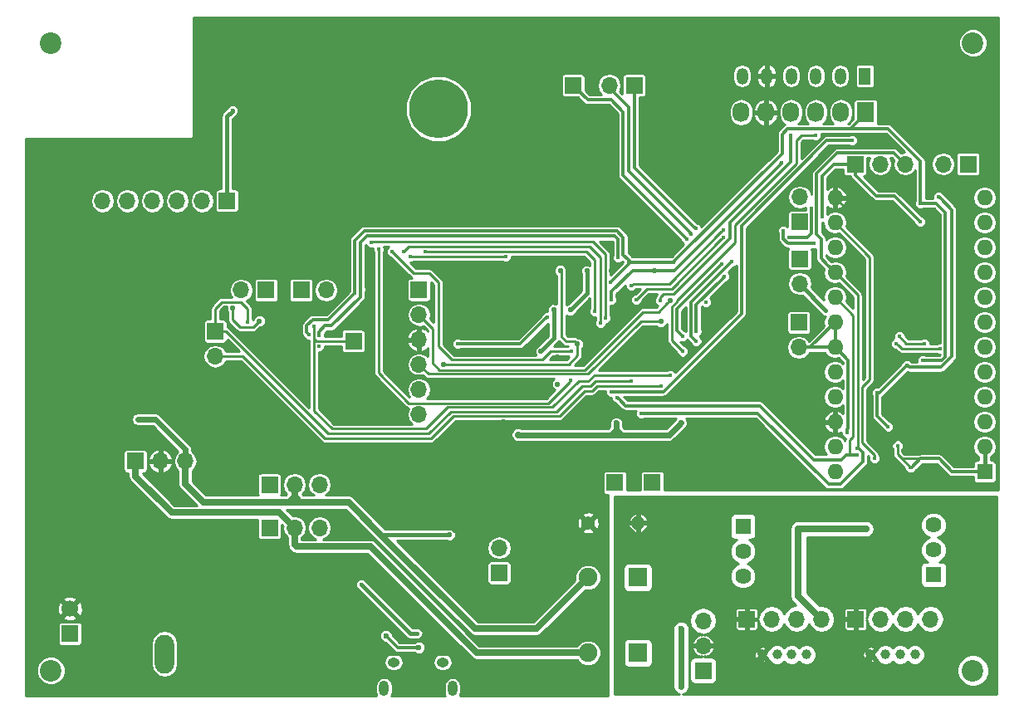
<source format=gbr>
G04 #@! TF.FileFunction,Copper,L2,Bot,Signal*
%FSLAX46Y46*%
G04 Gerber Fmt 4.6, Leading zero omitted, Abs format (unit mm)*
G04 Created by KiCad (PCBNEW 4.0.4-stable) date 11/09/17 15:47:28*
%MOMM*%
%LPD*%
G01*
G04 APERTURE LIST*
%ADD10C,0.100000*%
%ADD11R,1.700000X1.700000*%
%ADD12O,1.700000X1.700000*%
%ADD13C,1.700000*%
%ADD14R,1.905000X1.905000*%
%ADD15C,1.905000*%
%ADD16R,1.980000X3.960000*%
%ADD17O,1.980000X3.960000*%
%ADD18O,1.250000X0.950000*%
%ADD19O,1.000000X1.550000*%
%ADD20C,1.400000*%
%ADD21O,1.400000X1.400000*%
%ADD22R,1.727200X2.032000*%
%ADD23O,1.727200X2.032000*%
%ADD24R,1.620000X1.620000*%
%ADD25C,1.620000*%
%ADD26C,2.200000*%
%ADD27C,6.000000*%
%ADD28C,1.000000*%
%ADD29R,1.200000X1.700000*%
%ADD30O,1.200000X1.700000*%
%ADD31R,1.600000X1.600000*%
%ADD32O,1.600000X1.600000*%
%ADD33C,0.600000*%
%ADD34C,0.550000*%
%ADD35C,0.450000*%
%ADD36C,0.700000*%
%ADD37C,0.600000*%
%ADD38C,0.200000*%
%ADD39C,0.150000*%
%ADD40C,0.250000*%
%ADD41C,0.900000*%
%ADD42C,0.450000*%
%ADD43C,0.700000*%
%ADD44C,0.300000*%
%ADD45C,0.254000*%
G04 APERTURE END LIST*
D10*
D11*
X128550000Y-117700000D03*
D12*
X131090000Y-117700000D03*
X133630000Y-117700000D03*
D11*
X77400000Y-135750000D03*
X104050000Y-150200000D03*
D13*
X48500000Y-163050000D03*
D11*
X48500000Y-165610000D03*
X72060000Y-130550000D03*
D12*
X74600000Y-130550000D03*
D11*
X68490000Y-130550000D03*
D12*
X65950000Y-130550000D03*
D14*
X106400000Y-167550000D03*
D15*
X101320000Y-167550000D03*
D14*
X106390000Y-159850000D03*
D15*
X101310000Y-159850000D03*
D16*
X53150000Y-167650000D03*
D17*
X58150000Y-167650000D03*
D18*
X81500000Y-168500000D03*
X86500000Y-168500000D03*
D19*
X80500000Y-171200000D03*
X87500000Y-171200000D03*
D11*
X84075000Y-130530000D03*
D12*
X84075000Y-133070000D03*
X84075000Y-135610000D03*
X84075000Y-138150000D03*
X84075000Y-140690000D03*
X84075000Y-143230000D03*
D11*
X92250000Y-159390000D03*
D12*
X92250000Y-156850000D03*
D11*
X106025000Y-109675000D03*
D12*
X103485000Y-109675000D03*
D11*
X140050000Y-117700000D03*
D12*
X137510000Y-117700000D03*
D11*
X63300000Y-134760000D03*
D12*
X63300000Y-137300000D03*
D11*
X64500000Y-121450000D03*
D12*
X61960000Y-121450000D03*
X59420000Y-121450000D03*
X56880000Y-121450000D03*
X54340000Y-121450000D03*
X51800000Y-121450000D03*
D11*
X55170000Y-148000000D03*
D12*
X57710000Y-148000000D03*
X60250000Y-148000000D03*
D11*
X99800000Y-109675000D03*
X107850000Y-150200000D03*
X113050000Y-169350000D03*
D12*
X113050000Y-166810000D03*
X113050000Y-164270000D03*
D20*
X101320000Y-154300000D03*
D21*
X106400000Y-154300000D03*
D22*
X129605000Y-112425000D03*
D23*
X127065000Y-112425000D03*
X124525000Y-112425000D03*
X121985000Y-112425000D03*
X119445000Y-112425000D03*
X116905000Y-112425000D03*
D24*
X136550000Y-159600000D03*
D25*
X136550000Y-157060000D03*
X136550000Y-154520000D03*
D24*
X117100000Y-154620000D03*
D25*
X117100000Y-157160000D03*
X117100000Y-159700000D03*
D11*
X128600000Y-164100000D03*
D12*
X131140000Y-164100000D03*
X133680000Y-164100000D03*
X136220000Y-164100000D03*
D11*
X117480000Y-164100000D03*
D12*
X120020000Y-164100000D03*
X122560000Y-164100000D03*
X125100000Y-164100000D03*
D26*
X140550000Y-105350000D03*
X140550000Y-169350000D03*
X46550000Y-105350000D03*
X46550000Y-169350000D03*
D11*
X68860000Y-154800000D03*
D12*
X71400000Y-154800000D03*
X73940000Y-154800000D03*
D11*
X68850000Y-150400000D03*
D12*
X71390000Y-150400000D03*
X73930000Y-150400000D03*
D27*
X86055000Y-112065000D03*
D28*
X130125000Y-167725000D03*
X131625000Y-167725000D03*
X133125000Y-167725000D03*
X134625000Y-167725000D03*
X119075000Y-167725000D03*
X120575000Y-167725000D03*
X122075000Y-167725000D03*
X123575000Y-167725000D03*
D29*
X129525000Y-108725000D03*
D30*
X127025000Y-108725000D03*
X124525000Y-108725000D03*
X122025000Y-108725000D03*
X119525000Y-108725000D03*
X117025000Y-108725000D03*
D11*
X122800000Y-133860000D03*
D12*
X122800000Y-136400000D03*
D31*
X141740000Y-149080000D03*
D32*
X126500000Y-121140000D03*
X141740000Y-146540000D03*
X126500000Y-123680000D03*
X141740000Y-144000000D03*
X126500000Y-126220000D03*
X141740000Y-141460000D03*
X126500000Y-128760000D03*
X141740000Y-138920000D03*
X126500000Y-131300000D03*
X141740000Y-136380000D03*
X126500000Y-133840000D03*
X141740000Y-133840000D03*
X126500000Y-136380000D03*
X141740000Y-131300000D03*
X126500000Y-138920000D03*
X141740000Y-128760000D03*
X126500000Y-141460000D03*
X141740000Y-126220000D03*
X126500000Y-144000000D03*
X141740000Y-123680000D03*
X126500000Y-146540000D03*
X141740000Y-121140000D03*
X126500000Y-149080000D03*
D11*
X122900000Y-123590000D03*
D12*
X122900000Y-121050000D03*
D11*
X122900000Y-127360000D03*
D12*
X122900000Y-129900000D03*
D33*
X110800000Y-165100000D03*
X110800000Y-170950000D03*
D34*
X132800000Y-126950000D03*
X135500000Y-105250000D03*
X131150000Y-105275000D03*
X126875000Y-105225000D03*
X122450000Y-105300000D03*
X110400000Y-105250000D03*
X114650000Y-105325000D03*
X119050000Y-105275000D03*
X105625000Y-122800000D03*
X101300000Y-122850000D03*
X97150000Y-122875000D03*
X92750000Y-122900000D03*
X95800000Y-106975000D03*
X89900000Y-107725000D03*
X84825000Y-107725000D03*
X87350000Y-105100000D03*
X82275000Y-105125000D03*
X89800000Y-118975000D03*
X84700000Y-119000000D03*
X87225000Y-116400000D03*
X82175000Y-116400000D03*
X81925000Y-129575000D03*
X79200000Y-129575000D03*
X76675000Y-129050000D03*
X75075000Y-127425000D03*
X73550000Y-125925000D03*
X72125000Y-124500000D03*
X70650000Y-123025000D03*
X69100000Y-121500000D03*
X67550000Y-119950000D03*
X66275000Y-118575000D03*
X79525000Y-123750000D03*
X77725000Y-122050000D03*
X76275000Y-119675000D03*
X73975000Y-118100000D03*
X71325000Y-116750000D03*
X69650000Y-115100000D03*
X68275000Y-113750000D03*
X66800000Y-112275000D03*
X55525000Y-116975000D03*
X44975000Y-167200000D03*
X44975000Y-162775000D03*
X45000000Y-158525000D03*
X44925000Y-154175000D03*
X44975000Y-150175000D03*
X44975000Y-145825000D03*
X44975000Y-141575000D03*
X44975000Y-137200000D03*
X44975000Y-133025000D03*
X44950000Y-128675000D03*
X44950000Y-124425000D03*
X44950000Y-120025000D03*
D35*
X130000000Y-145100000D03*
X113500000Y-144749998D03*
X69550000Y-160400000D03*
X85225000Y-156850000D03*
D36*
X92636344Y-144075010D03*
X89300000Y-140850000D03*
X78900000Y-141500000D03*
D34*
X109205987Y-141539135D03*
D36*
X81325000Y-136775000D03*
X106100000Y-125850000D03*
D35*
X103626724Y-125901004D03*
D33*
X51800000Y-127100000D03*
X49400000Y-124450000D03*
D35*
X130800000Y-134150000D03*
X130850000Y-137400000D03*
X129050000Y-128700000D03*
X129900010Y-143272612D03*
X134725919Y-135170527D03*
X132250000Y-124850000D03*
X135982500Y-122880000D03*
D34*
X69250000Y-136850000D03*
X67800000Y-134650000D03*
D35*
X72300000Y-136100000D03*
X136700000Y-145000000D03*
X136700000Y-148600000D03*
X131850000Y-148350000D03*
X110977401Y-133289739D03*
X98280000Y-136160000D03*
X85260000Y-154700000D03*
D36*
X70130000Y-148660000D03*
D34*
X101200000Y-137540000D03*
D35*
X101513561Y-131586439D03*
X107530000Y-132000000D03*
X104951118Y-131703949D03*
X74400000Y-110250000D03*
X77675000Y-110785000D03*
X96950000Y-110950000D03*
D34*
X103700000Y-128600000D03*
X98200000Y-137400000D03*
X108300000Y-144100000D03*
X101700000Y-144100000D03*
D35*
X113350000Y-134300000D03*
X90950000Y-136800000D03*
X90950000Y-133300000D03*
X86800000Y-134400000D03*
X52660000Y-143780000D03*
X55410000Y-135180000D03*
X88225000Y-162250000D03*
X88400000Y-167500000D03*
X89800000Y-166275000D03*
X83100000Y-162584998D03*
X87275000Y-166250000D03*
X84925000Y-168500000D03*
X76050000Y-170100000D03*
X69700000Y-170900000D03*
X65800000Y-171075000D03*
X48750000Y-160100000D03*
X49450000Y-157350000D03*
X53650000Y-158750000D03*
X59550000Y-155575000D03*
X74200000Y-158300000D03*
X76100000Y-158300000D03*
X63100000Y-160000000D03*
X70650000Y-164125000D03*
D36*
X94200000Y-145300000D03*
D34*
X96500000Y-136790000D03*
X87175000Y-155525000D03*
D36*
X76900000Y-152200000D03*
D34*
X97820006Y-132570000D03*
X99490002Y-132570000D03*
D35*
X55410000Y-143730000D03*
D34*
X98194780Y-140135011D03*
D35*
X113350000Y-131800000D03*
D34*
X101200000Y-128600000D03*
X110800000Y-144100000D03*
X104200000Y-144100000D03*
D33*
X122750000Y-154900000D03*
X129650000Y-154900000D03*
D35*
X132205000Y-153650000D03*
X125305000Y-153650000D03*
X125305000Y-161050000D03*
X132205000Y-161050000D03*
X108700000Y-162350000D03*
X108700000Y-170050000D03*
X130125000Y-170625000D03*
X119050000Y-170550000D03*
X73900000Y-136300000D03*
X97144990Y-133287257D03*
X88050000Y-136030000D03*
X115210000Y-129180000D03*
X111380000Y-125340000D03*
X112349998Y-134790000D03*
D33*
X84049996Y-167000000D03*
X80700000Y-165799990D03*
D34*
X109662307Y-131608556D03*
X108719998Y-133760000D03*
X86600000Y-138100000D03*
X100250000Y-136050000D03*
X98475000Y-128575000D03*
D35*
X72850000Y-135100000D03*
X77500000Y-130900000D03*
X110000000Y-127700000D03*
X135450000Y-137724990D03*
X135200000Y-121700000D03*
X103600010Y-129750000D03*
X78100008Y-130500000D03*
X104350000Y-127250000D03*
X73899924Y-135140703D03*
X137052161Y-121010339D03*
X121050000Y-117600014D03*
X130750010Y-141050000D03*
X133850000Y-138200004D03*
X131850000Y-144500000D03*
X103700004Y-131510000D03*
D34*
X108050000Y-128550000D03*
D35*
X115920000Y-127680000D03*
X112280170Y-124295734D03*
X112350000Y-135800000D03*
X114910000Y-127900000D03*
X111840000Y-124840000D03*
X110940000Y-135280000D03*
X124299994Y-125800000D03*
X121199994Y-124500000D03*
X115099996Y-124400000D03*
X132750000Y-136000008D03*
X137200000Y-136550001D03*
X105700000Y-130125000D03*
X124100004Y-122200000D03*
X121800000Y-125150000D03*
X115080000Y-125170000D03*
X106199996Y-131540000D03*
X130500000Y-147700000D03*
X105750000Y-139800000D03*
X66607495Y-133831109D03*
X108750002Y-140350000D03*
X103700000Y-140900000D03*
X128200000Y-115300000D03*
X109724999Y-139249999D03*
X73375010Y-134275010D03*
X81300000Y-126600006D03*
X99579998Y-136800000D03*
D34*
X65100000Y-132399998D03*
X67800000Y-133700000D03*
D35*
X124520000Y-114760000D03*
X110980000Y-136820000D03*
X121980000Y-114790000D03*
X108700000Y-131600000D03*
X83900000Y-165550000D03*
X78200000Y-160550000D03*
X79200000Y-125700000D03*
X65050000Y-112260000D03*
X103100000Y-133430000D03*
X84750000Y-126600021D03*
X102020000Y-132730000D03*
X83150000Y-127150000D03*
X92890000Y-127160000D03*
X82499992Y-126600000D03*
X102550000Y-133890000D03*
X99551439Y-139791439D03*
X79950000Y-126400000D03*
X127700000Y-145100000D03*
X134200000Y-148600000D03*
X132850000Y-146400000D03*
X133050055Y-135296742D03*
X125550000Y-132600000D03*
X135577500Y-135995000D03*
X128700012Y-146700000D03*
X106749998Y-143100000D03*
X104269228Y-141489721D03*
X125163761Y-123086239D03*
X135170000Y-123580000D03*
X128750000Y-147400000D03*
D37*
X110800000Y-170950000D02*
X110800000Y-165100000D01*
D38*
X131150000Y-105275000D02*
X135475000Y-105275000D01*
X135475000Y-105275000D02*
X135500000Y-105250000D01*
X126800000Y-105300000D02*
X126875000Y-105225000D01*
X122450000Y-105300000D02*
X126800000Y-105300000D01*
X114186092Y-105250000D02*
X110400000Y-105250000D01*
X114650000Y-105325000D02*
X114261092Y-105325000D01*
X114261092Y-105325000D02*
X114186092Y-105250000D01*
X119525000Y-108725000D02*
X119525000Y-105750000D01*
X119525000Y-105750000D02*
X119050000Y-105275000D01*
X101300000Y-122850000D02*
X105575000Y-122850000D01*
X105575000Y-122850000D02*
X105625000Y-122800000D01*
X92750000Y-122900000D02*
X97125000Y-122900000D01*
X97125000Y-122900000D02*
X97150000Y-122875000D01*
X84825000Y-107725000D02*
X89900000Y-107725000D01*
X82275000Y-105125000D02*
X87325000Y-105125000D01*
X87325000Y-105125000D02*
X87350000Y-105100000D01*
X84700000Y-119000000D02*
X89775000Y-119000000D01*
X89775000Y-119000000D02*
X89800000Y-118975000D01*
X82175000Y-116400000D02*
X82449999Y-116125001D01*
X82449999Y-116125001D02*
X86950001Y-116125001D01*
X86950001Y-116125001D02*
X87225000Y-116400000D01*
X73550000Y-125925000D02*
X75050000Y-127425000D01*
X75050000Y-127425000D02*
X75075000Y-127425000D01*
X70650000Y-123025000D02*
X72125000Y-124500000D01*
X67550000Y-119950000D02*
X69100000Y-121500000D01*
X68275000Y-113750000D02*
X68275000Y-116575000D01*
X68275000Y-116575000D02*
X66275000Y-118575000D01*
X77725000Y-122050000D02*
X79425000Y-123750000D01*
X79425000Y-123750000D02*
X79525000Y-123750000D01*
X71325000Y-116750000D02*
X72625000Y-116750000D01*
X72625000Y-116750000D02*
X73975000Y-118100000D01*
X68275000Y-113750000D02*
X68300000Y-113750000D01*
X68300000Y-113750000D02*
X69650000Y-115100000D01*
X74400000Y-110250000D02*
X68825000Y-110250000D01*
X68825000Y-110250000D02*
X66800000Y-112275000D01*
X45000000Y-158525000D02*
X45000000Y-162750000D01*
X45000000Y-162750000D02*
X44975000Y-162775000D01*
X44975000Y-150175000D02*
X44975000Y-154125000D01*
X44975000Y-154125000D02*
X44925000Y-154175000D01*
X44975000Y-141575000D02*
X44975000Y-145825000D01*
X44975000Y-133025000D02*
X44975000Y-133413908D01*
X44975000Y-133413908D02*
X44975000Y-137200000D01*
X44950000Y-124425000D02*
X44950000Y-128675000D01*
X44950000Y-120025000D02*
X44950000Y-124425000D01*
D39*
X49400000Y-124450000D02*
X44975000Y-124450000D01*
X44975000Y-124450000D02*
X44950000Y-124425000D01*
D40*
X70650000Y-164125000D02*
X70650000Y-161500000D01*
X70650000Y-161500000D02*
X69550000Y-160400000D01*
X86000000Y-140850000D02*
X89300000Y-140850000D01*
X84425001Y-139275001D02*
X86000000Y-140850000D01*
X83000000Y-138944974D02*
X83330027Y-139275001D01*
X83330027Y-139275001D02*
X84425001Y-139275001D01*
X81325000Y-136775000D02*
X81325000Y-137269974D01*
X81325000Y-137269974D02*
X83000000Y-138944974D01*
X130600000Y-134150000D02*
X130600000Y-137400000D01*
X130600000Y-125240000D02*
X130600000Y-134150000D01*
X130600000Y-134150000D02*
X130800000Y-134150000D01*
X130600000Y-137400000D02*
X130600000Y-139850000D01*
X130600000Y-137400000D02*
X130850000Y-137400000D01*
X129624990Y-124264990D02*
X130560000Y-125200000D01*
X130560000Y-125200000D02*
X131900000Y-125200000D01*
X131900000Y-125200000D02*
X132250000Y-124850000D01*
X129624990Y-124264990D02*
X130600000Y-125240000D01*
X130600000Y-139850000D02*
X129900010Y-140549990D01*
X129900010Y-140549990D02*
X129900010Y-143272612D01*
X130125009Y-143497611D02*
X129900010Y-143272612D01*
X131850000Y-145222602D02*
X130125009Y-143497611D01*
X131850000Y-148350000D02*
X131850000Y-145222602D01*
X132800000Y-128700000D02*
X132800000Y-133244608D01*
X132800000Y-133244608D02*
X134725919Y-135170527D01*
X126500000Y-121140000D02*
X129624990Y-124264990D01*
X67800000Y-134650000D02*
X69250000Y-136100000D01*
X69250000Y-136100000D02*
X69250000Y-136850000D01*
X131850000Y-148350000D02*
X132850000Y-148350000D01*
X132850000Y-148350000D02*
X133850000Y-149350000D01*
X133850000Y-149350000D02*
X134600000Y-149350000D01*
X134600000Y-149350000D02*
X135350000Y-148600000D01*
X135350000Y-148600000D02*
X136700000Y-148600000D01*
D41*
X54320000Y-169600000D02*
X54320000Y-168290000D01*
X54090000Y-169830000D02*
X54320000Y-169600000D01*
X52320000Y-169830000D02*
X54090000Y-169830000D01*
X51990000Y-169500000D02*
X52320000Y-169830000D01*
X51990000Y-165850000D02*
X51990000Y-169500000D01*
X52340000Y-165500000D02*
X51990000Y-165850000D01*
X53910000Y-165500000D02*
X52340000Y-165500000D01*
X54250000Y-165840000D02*
X53910000Y-165500000D01*
X54250000Y-167650000D02*
X54250000Y-165840000D01*
X53150000Y-167650000D02*
X54250000Y-167650000D01*
D39*
X87840000Y-155240000D02*
X87400000Y-154800000D01*
X87400000Y-154800000D02*
X87300000Y-154700000D01*
X87300000Y-154700000D02*
X85260000Y-154700000D01*
X87840000Y-155780000D02*
X87840000Y-155240000D01*
X87440000Y-156180000D02*
X87840000Y-155780000D01*
X86270000Y-156180000D02*
X87440000Y-156180000D01*
X85225000Y-156850000D02*
X85600000Y-156850000D01*
X85600000Y-156850000D02*
X86270000Y-156180000D01*
D40*
X105420000Y-132170000D02*
X107360000Y-132170000D01*
X107360000Y-132170000D02*
X107530000Y-132000000D01*
X105178948Y-131928948D02*
X105420000Y-132170000D01*
X104951118Y-131703949D02*
X105176117Y-131928948D01*
X105176117Y-131928948D02*
X105178948Y-131928948D01*
D37*
X94220000Y-145320000D02*
X94200000Y-145300000D01*
X103630000Y-145320000D02*
X94220000Y-145320000D01*
D42*
X97820006Y-135469994D02*
X96774999Y-136515001D01*
X97820006Y-132570000D02*
X97820006Y-135469994D01*
X96774999Y-136515001D02*
X96500000Y-136790000D01*
D43*
X77350000Y-152650000D02*
X80000000Y-155300000D01*
D42*
X80225000Y-155525000D02*
X80000000Y-155300000D01*
D43*
X80000000Y-155300000D02*
X89800000Y-165100000D01*
D42*
X87175000Y-155525000D02*
X80225000Y-155525000D01*
D37*
X104200000Y-144550000D02*
X104200000Y-144980000D01*
X104200000Y-144100000D02*
X104200000Y-144550000D01*
X103630000Y-145320000D02*
X104780000Y-145320000D01*
X104200000Y-144550000D02*
X104200000Y-144740000D01*
X104780000Y-145320000D02*
X109580000Y-145320000D01*
X104200000Y-144740000D02*
X104780000Y-145320000D01*
X104200000Y-144100000D02*
X104200000Y-144750000D01*
X104200000Y-144750000D02*
X103630000Y-145320000D01*
X109580000Y-145320000D02*
X110800000Y-144100000D01*
D42*
X99765001Y-132295001D02*
X99490002Y-132570000D01*
X101200000Y-130860002D02*
X99765001Y-132295001D01*
X101200000Y-128600000D02*
X101200000Y-130860002D01*
D37*
X60250000Y-148000000D02*
X60250000Y-146797919D01*
X60250000Y-146797919D02*
X57182081Y-143730000D01*
X57182081Y-143730000D02*
X56760000Y-143730000D01*
X56760000Y-143730000D02*
X55410000Y-143730000D01*
D43*
X71390000Y-151602081D02*
X71390000Y-151640000D01*
X71390000Y-151640000D02*
X71950000Y-152200000D01*
X72000000Y-152200000D02*
X76900000Y-152200000D01*
X76900000Y-152200000D02*
X77350000Y-152650000D01*
X70792081Y-152200000D02*
X71950000Y-152200000D01*
X60250000Y-148000000D02*
X60250000Y-150350000D01*
X60250000Y-150350000D02*
X62100000Y-152200000D01*
X70792081Y-152200000D02*
X71390000Y-151602081D01*
X62100000Y-152200000D02*
X70792081Y-152200000D01*
X71390000Y-151602081D02*
X71390000Y-150400000D01*
X89800000Y-165100000D02*
X96060000Y-165100000D01*
X96060000Y-165100000D02*
X101310000Y-159850000D01*
X122750000Y-154900000D02*
X122750000Y-161750000D01*
X122750000Y-161750000D02*
X125100000Y-164100000D01*
X122750000Y-154900000D02*
X129650000Y-154900000D01*
D42*
X117480000Y-164100000D02*
X118440000Y-164100000D01*
D44*
X130125000Y-167725000D02*
X130125000Y-170625000D01*
X119075000Y-167725000D02*
X119075000Y-170525000D01*
X119075000Y-170525000D02*
X119050000Y-170550000D01*
X96919991Y-133512256D02*
X97144990Y-133287257D01*
X88050000Y-136030000D02*
X94402247Y-136030000D01*
X94402247Y-136030000D02*
X96919991Y-133512256D01*
X112349998Y-132040002D02*
X114985001Y-129404999D01*
X112349998Y-134790000D02*
X112349998Y-132040002D01*
X114985001Y-129404999D02*
X115210000Y-129180000D01*
X99800000Y-109675000D02*
X101275000Y-111150000D01*
X101275000Y-111150000D02*
X103640000Y-111150000D01*
X111155001Y-125115001D02*
X111380000Y-125340000D01*
X103640000Y-111150000D02*
X104850000Y-112360000D01*
X104850000Y-112360000D02*
X104850000Y-118810000D01*
X104850000Y-118810000D02*
X111155001Y-125115001D01*
D43*
X69850000Y-153250000D02*
X70550001Y-153950001D01*
X70550001Y-153950001D02*
X71400000Y-154800000D01*
X58870000Y-153250000D02*
X69850000Y-153250000D01*
X55170000Y-148000000D02*
X55170000Y-149550000D01*
X55170000Y-149550000D02*
X58870000Y-153250000D01*
X71550000Y-156700000D02*
X71400000Y-156550000D01*
X71400000Y-156550000D02*
X71400000Y-154800000D01*
X89950000Y-167550000D02*
X101320000Y-167550000D01*
X71550000Y-156700000D02*
X79100000Y-156700000D01*
X79100000Y-156700000D02*
X89950000Y-167550000D01*
D44*
X83625732Y-167000000D02*
X84049996Y-167000000D01*
X81900010Y-167000000D02*
X83625732Y-167000000D01*
X80700000Y-165799990D02*
X81900010Y-167000000D01*
D40*
X85475000Y-137989004D02*
X86185998Y-138700002D01*
X85475000Y-134470000D02*
X85475000Y-137989004D01*
X100999998Y-138700002D02*
X106900000Y-132800000D01*
X84075000Y-133070000D02*
X85475000Y-134470000D01*
X109387308Y-131883555D02*
X109662307Y-131608556D01*
X108470863Y-132800000D02*
X109387308Y-131883555D01*
X86185998Y-138700002D02*
X100999998Y-138700002D01*
X106900000Y-132800000D02*
X108470863Y-132800000D01*
X108331090Y-133760000D02*
X108719998Y-133760000D01*
X106690000Y-133760000D02*
X108331090Y-133760000D01*
X85025013Y-139100013D02*
X101349987Y-139100013D01*
X84075000Y-138150000D02*
X85025013Y-139100013D01*
X101349987Y-139100013D02*
X106690000Y-133760000D01*
X100250000Y-137175000D02*
X99325000Y-138100000D01*
X100250000Y-136050000D02*
X100250000Y-137175000D01*
X86988908Y-138100000D02*
X86600000Y-138100000D01*
X99325000Y-138100000D02*
X86988908Y-138100000D01*
X98475000Y-128575000D02*
X98630000Y-128730000D01*
X98630000Y-128730000D02*
X98630000Y-135330000D01*
X99075001Y-135775001D02*
X99975001Y-135775001D01*
X98630000Y-135330000D02*
X99075001Y-135775001D01*
X99975001Y-135775001D02*
X100250000Y-136050000D01*
D44*
X77500000Y-130900000D02*
X74850000Y-133550000D01*
X74850000Y-133550000D02*
X73250000Y-133550000D01*
X73250000Y-133550000D02*
X72600000Y-134200000D01*
X72600000Y-134200000D02*
X72600000Y-134850000D01*
X72600000Y-134850000D02*
X72750000Y-135000000D01*
X72750000Y-135000000D02*
X72850000Y-135100000D01*
X79600000Y-124499991D02*
X78500009Y-124499991D01*
X77500000Y-125500000D02*
X77500000Y-130581802D01*
X78500009Y-124499991D02*
X77500000Y-125500000D01*
X77500000Y-130581802D02*
X77500000Y-130900000D01*
X104249991Y-124499991D02*
X79600000Y-124499991D01*
X79600000Y-124499991D02*
X79450009Y-124499991D01*
X105450000Y-127499990D02*
X104900000Y-126949990D01*
X104900000Y-126949990D02*
X104900000Y-125150000D01*
X104900000Y-125150000D02*
X104249991Y-124499991D01*
X105450010Y-127900000D02*
X105650010Y-127700000D01*
X105650010Y-127700000D02*
X105450000Y-127499990D01*
X104550000Y-128800010D02*
X105450010Y-127900000D01*
X105450000Y-127499990D02*
X105450000Y-127899990D01*
X105450000Y-127899990D02*
X105450010Y-127900000D01*
X121100000Y-116600000D02*
X110224999Y-127475001D01*
X109681802Y-127700000D02*
X110000000Y-127700000D01*
X110224999Y-127475001D02*
X110000000Y-127700000D01*
X121670000Y-114080000D02*
X121100000Y-114650000D01*
X105650010Y-127700000D02*
X109681802Y-127700000D01*
X121100000Y-114650000D02*
X121100000Y-116600000D01*
X128102400Y-114080000D02*
X121670000Y-114080000D01*
X103600010Y-129750000D02*
X104550000Y-128800010D01*
X131880000Y-114080000D02*
X135200000Y-117400000D01*
X135200000Y-117400000D02*
X135200000Y-121700000D01*
X128102400Y-114080000D02*
X131880000Y-114080000D01*
X137750000Y-122650000D02*
X137750000Y-137350000D01*
X135768198Y-137724990D02*
X135450000Y-137724990D01*
X135200000Y-121700000D02*
X136800000Y-121700000D01*
X137375010Y-137724990D02*
X135768198Y-137724990D01*
X137750000Y-137350000D02*
X137375010Y-137724990D01*
X136800000Y-121700000D02*
X137750000Y-122650000D01*
X128102400Y-114080000D02*
X129605000Y-112577400D01*
X129605000Y-112577400D02*
X129605000Y-112425000D01*
X73899924Y-135140703D02*
X73899924Y-134800076D01*
X75158825Y-134200000D02*
X78100008Y-131258817D01*
X73899924Y-134800076D02*
X74500000Y-134200000D01*
X74500000Y-134200000D02*
X75158825Y-134200000D01*
X78100008Y-131258817D02*
X78100008Y-130818198D01*
X78100008Y-130818198D02*
X78100008Y-130500000D01*
X78100008Y-130181802D02*
X78100008Y-130500000D01*
X80300000Y-125050000D02*
X78750000Y-125050000D01*
X78100008Y-125699992D02*
X78100008Y-130181802D01*
X78750000Y-125050000D02*
X78100008Y-125699992D01*
X80300000Y-125050000D02*
X80150000Y-125050000D01*
X104050000Y-125050000D02*
X80300000Y-125050000D01*
X104350000Y-125350000D02*
X104050000Y-125050000D01*
X104350000Y-127250000D02*
X104350000Y-125350000D01*
X104350000Y-127250000D02*
X104350000Y-126931802D01*
X138400009Y-122358187D02*
X137277160Y-121235338D01*
X134074999Y-138425003D02*
X137311407Y-138425003D01*
X133850000Y-138200004D02*
X134074999Y-138425003D01*
X137311407Y-138425003D02*
X138400009Y-137336401D01*
X138400009Y-137336401D02*
X138400009Y-122358187D01*
X137277160Y-121235338D02*
X137052161Y-121010339D01*
X120825001Y-117825013D02*
X121050000Y-117600014D01*
X110100014Y-128550000D02*
X120825001Y-117825013D01*
X108050000Y-128550000D02*
X110100014Y-128550000D01*
X130750010Y-143400010D02*
X130750010Y-141368198D01*
X130750010Y-141368198D02*
X130750010Y-141050000D01*
X131000004Y-141050000D02*
X130750010Y-141050000D01*
X131850000Y-144500000D02*
X130750010Y-143400010D01*
X133850000Y-138200004D02*
X131000004Y-141050000D01*
X108050000Y-128550000D02*
X105880000Y-128550000D01*
X105880000Y-128550000D02*
X103700004Y-130729996D01*
X103700004Y-130729996D02*
X103700004Y-131510000D01*
X112350000Y-135800000D02*
X111824997Y-135274997D01*
X111824997Y-135274997D02*
X111824997Y-131765003D01*
X111824997Y-131765003D02*
X115685001Y-127904999D01*
X115685001Y-127904999D02*
X115695001Y-127904999D01*
X115695001Y-127904999D02*
X115920000Y-127680000D01*
X112055171Y-124070735D02*
X112280170Y-124295734D01*
X106025000Y-109675000D02*
X106025000Y-118040564D01*
X106025000Y-118040564D02*
X112055171Y-124070735D01*
X110940000Y-135280000D02*
X110340000Y-134680000D01*
X110340000Y-134680000D02*
X110340000Y-132470000D01*
X110340000Y-132470000D02*
X114685001Y-128124999D01*
X114685001Y-128124999D02*
X114910000Y-127900000D01*
X103485000Y-109675000D02*
X103485000Y-109965000D01*
X103485000Y-109965000D02*
X105440000Y-111920000D01*
X105440000Y-111920000D02*
X105440000Y-118440000D01*
X105440000Y-118440000D02*
X111615001Y-124615001D01*
X111615001Y-124615001D02*
X111840000Y-124840000D01*
X121672998Y-125800000D02*
X123981796Y-125800000D01*
X121199994Y-125326996D02*
X121672998Y-125800000D01*
X123981796Y-125800000D02*
X124299994Y-125800000D01*
X121199994Y-124500000D02*
X121199994Y-125326996D01*
D40*
X114874997Y-124624999D02*
X115099996Y-124400000D01*
X109599995Y-129900001D02*
X114874997Y-124624999D01*
X105924999Y-129900001D02*
X109599995Y-129900001D01*
X105700000Y-130125000D02*
X105924999Y-129900001D01*
X132974999Y-136225007D02*
X132750000Y-136000008D01*
X133299993Y-136550001D02*
X132974999Y-136225007D01*
X137200000Y-136550001D02*
X133299993Y-136550001D01*
D44*
X124100004Y-124749996D02*
X124100004Y-122518198D01*
X123700000Y-125150000D02*
X124100004Y-124749996D01*
X121800000Y-125150000D02*
X123700000Y-125150000D01*
X124100004Y-122518198D02*
X124100004Y-122200000D01*
D40*
X126500000Y-123680000D02*
X130000000Y-127180000D01*
X130000000Y-127180000D02*
X130000000Y-139700000D01*
X130000000Y-139700000D02*
X129250000Y-140450000D01*
X129250000Y-140450000D02*
X129250000Y-146131802D01*
X129250000Y-146131802D02*
X130500000Y-147381802D01*
X130500000Y-147381802D02*
X130500000Y-147700000D01*
X114855001Y-125394999D02*
X115080000Y-125170000D01*
X107314996Y-130425000D02*
X109825000Y-130425000D01*
X109825000Y-130425000D02*
X114855001Y-125394999D01*
X106199996Y-131540000D02*
X107314996Y-130425000D01*
X63300000Y-134760000D02*
X64400000Y-134760000D01*
X64400000Y-134760000D02*
X74840000Y-145200000D01*
X74840000Y-145200000D02*
X85050000Y-145200000D01*
X85050000Y-145200000D02*
X87300000Y-142950000D01*
X87300000Y-142950000D02*
X98100000Y-142950000D01*
X98100000Y-142950000D02*
X100700000Y-140350000D01*
X100700000Y-140350000D02*
X101550000Y-140350000D01*
X102100000Y-139800000D02*
X105431802Y-139800000D01*
X101550000Y-140350000D02*
X102100000Y-139800000D01*
X105431802Y-139800000D02*
X105750000Y-139800000D01*
X63300000Y-134760000D02*
X63300000Y-132450000D01*
X63300000Y-132450000D02*
X64000000Y-131750000D01*
X64000000Y-131750000D02*
X65900000Y-131750000D01*
X65900000Y-131750000D02*
X66607495Y-132457495D01*
X66607495Y-132457495D02*
X66607495Y-133512911D01*
X66607495Y-133512911D02*
X66607495Y-133831109D01*
X108750002Y-140350000D02*
X102225000Y-140350000D01*
X85300000Y-145700000D02*
X74500000Y-145700000D01*
X102225000Y-140350000D02*
X101725000Y-140850000D01*
X101725000Y-140850000D02*
X100950000Y-140850000D01*
X100950000Y-140850000D02*
X98400000Y-143400000D01*
X98400000Y-143400000D02*
X87600000Y-143400000D01*
X87600000Y-143400000D02*
X85300000Y-145700000D01*
X74500000Y-145700000D02*
X66100000Y-137300000D01*
X66100000Y-137300000D02*
X63300000Y-137300000D01*
D44*
X109002002Y-140900000D02*
X104018198Y-140900000D01*
X116950000Y-132952002D02*
X109002002Y-140900000D01*
X104018198Y-140900000D02*
X103700000Y-140900000D01*
X116950000Y-124000000D02*
X116950000Y-132952002D01*
X125650000Y-115300000D02*
X116950000Y-124000000D01*
X128200000Y-115300000D02*
X125650000Y-115300000D01*
D40*
X109724999Y-139249999D02*
X101950001Y-139249999D01*
X101950001Y-139249999D02*
X101350000Y-139850000D01*
X101350000Y-139850000D02*
X100350000Y-139850000D01*
X100350000Y-139850000D02*
X97700022Y-142499978D01*
X97700022Y-142499978D02*
X87000022Y-142499978D01*
X87000022Y-142499978D02*
X84800000Y-144700000D01*
X84800000Y-144700000D02*
X75200000Y-144700000D01*
X75200000Y-144700000D02*
X73375010Y-142875010D01*
X73375010Y-142875010D02*
X73375010Y-135475010D01*
X73375010Y-134593208D02*
X73375010Y-134275010D01*
X73650000Y-135750000D02*
X73375010Y-135475010D01*
X77400000Y-135750000D02*
X73650000Y-135750000D01*
X73375010Y-135475010D02*
X73375010Y-134593208D01*
X81524999Y-126825005D02*
X81300000Y-126600006D01*
X87440000Y-137670000D02*
X86080000Y-136310000D01*
X83549994Y-128850000D02*
X81524999Y-126825005D01*
X86080000Y-129780000D02*
X85150000Y-128850000D01*
X97540000Y-136800000D02*
X96670000Y-137670000D01*
X85150000Y-128850000D02*
X83549994Y-128850000D01*
X99579998Y-136800000D02*
X97540000Y-136800000D01*
X96670000Y-137670000D02*
X87440000Y-137670000D01*
X86080000Y-136310000D02*
X86080000Y-129780000D01*
X65100000Y-133600000D02*
X65100000Y-132788906D01*
X65850000Y-134350000D02*
X65100000Y-133600000D01*
X67800000Y-133700000D02*
X67150000Y-134350000D01*
X65100000Y-132788906D02*
X65100000Y-132399998D01*
X67150000Y-134350000D02*
X65850000Y-134350000D01*
X110980000Y-136820000D02*
X109840000Y-135680000D01*
X109840000Y-135680000D02*
X109840000Y-132270000D01*
X109840000Y-132270000D02*
X110390000Y-131720000D01*
X122550000Y-117650000D02*
X122550000Y-115250000D01*
X110390000Y-131720000D02*
X110390000Y-131600002D01*
X110390000Y-131600002D02*
X116300000Y-125690002D01*
X116300000Y-125690002D02*
X116300000Y-123900000D01*
X116300000Y-123900000D02*
X122550000Y-117650000D01*
X122550000Y-115250000D02*
X123040000Y-114760000D01*
X123040000Y-114760000D02*
X124520000Y-114760000D01*
D44*
X110175000Y-130852178D02*
X115750000Y-125277178D01*
X115750000Y-125277178D02*
X115750000Y-123700000D01*
X115750000Y-123700000D02*
X121980000Y-117470000D01*
X121980000Y-117470000D02*
X121980000Y-114790000D01*
D40*
X109021802Y-130960000D02*
X110067178Y-130960000D01*
X110067178Y-130960000D02*
X110175000Y-130852178D01*
X108700000Y-131600000D02*
X108700000Y-131281802D01*
X108700000Y-131281802D02*
X109021802Y-130960000D01*
D42*
X83900000Y-165550000D02*
X83200000Y-165550000D01*
X83200000Y-165550000D02*
X78200000Y-160550000D01*
D40*
X103100000Y-133430000D02*
X103100000Y-126880000D01*
X103100000Y-126880000D02*
X101820000Y-125600000D01*
X101820000Y-125600000D02*
X79300000Y-125600000D01*
X79300000Y-125600000D02*
X79200000Y-125700000D01*
D42*
X65050000Y-112260000D02*
X65050000Y-112300000D01*
X65050000Y-112300000D02*
X64500000Y-112850000D01*
X64500000Y-112850000D02*
X64500000Y-113850000D01*
X64500000Y-113850000D02*
X64500000Y-121450000D01*
D40*
X102020000Y-132730000D02*
X102020000Y-127510000D01*
X102020000Y-127510000D02*
X101110021Y-126600021D01*
X101110021Y-126600021D02*
X85068198Y-126600021D01*
X85068198Y-126600021D02*
X84750000Y-126600021D01*
X83160000Y-127160000D02*
X83150000Y-127150000D01*
X92890000Y-127160000D02*
X83160000Y-127160000D01*
X82999981Y-126100011D02*
X82724991Y-126375001D01*
X102550000Y-127204300D02*
X101445711Y-126100011D01*
X101445711Y-126100011D02*
X82999981Y-126100011D01*
X102550000Y-133890000D02*
X102550000Y-127204300D01*
X82724991Y-126375001D02*
X82499992Y-126600000D01*
X83049967Y-142099967D02*
X97242911Y-142099967D01*
X99326440Y-140016438D02*
X99551439Y-139791439D01*
X97242911Y-142099967D02*
X99326440Y-140016438D01*
X79950000Y-126400000D02*
X79950000Y-139000000D01*
X79950000Y-139000000D02*
X83049967Y-142099967D01*
D44*
X126500000Y-136380000D02*
X127850000Y-137730000D01*
X127850000Y-137730000D02*
X127850000Y-144631802D01*
X127850000Y-144631802D02*
X127700000Y-144781802D01*
X127700000Y-144781802D02*
X127700000Y-145100000D01*
X126500000Y-133840000D02*
X123940000Y-136400000D01*
X123940000Y-136400000D02*
X122800000Y-136400000D01*
X122800000Y-136400000D02*
X126480000Y-136400000D01*
X126480000Y-136400000D02*
X126500000Y-136380000D01*
X126500000Y-133840000D02*
X126500000Y-136380000D01*
D40*
X132850000Y-147250000D02*
X133250000Y-147650000D01*
X133250000Y-147650000D02*
X134200000Y-148600000D01*
X135175000Y-147750000D02*
X133350000Y-147750000D01*
X133350000Y-147750000D02*
X133250000Y-147650000D01*
D42*
X141740000Y-146540000D02*
X141740000Y-149080000D01*
D44*
X137100000Y-147750000D02*
X138430000Y-149080000D01*
X138430000Y-149080000D02*
X141740000Y-149080000D01*
X135175000Y-147750000D02*
X137100000Y-147750000D01*
X134200000Y-148600000D02*
X134325000Y-148600000D01*
X134325000Y-148600000D02*
X135175000Y-147750000D01*
D40*
X132850000Y-146400000D02*
X132850000Y-147250000D01*
D42*
X122900000Y-129900000D02*
X122900000Y-129950000D01*
X122900000Y-129950000D02*
X125550000Y-132600000D01*
D40*
X135577500Y-135995000D02*
X133745000Y-135995000D01*
X133745000Y-135995000D02*
X133050055Y-135300055D01*
X133050055Y-135300055D02*
X133050055Y-135296742D01*
D44*
X106749998Y-143100000D02*
X118600000Y-143100000D01*
X118600000Y-143100000D02*
X125850000Y-150350000D01*
X129350000Y-147100000D02*
X128950000Y-146700000D01*
X125850000Y-150350000D02*
X127050000Y-150350000D01*
X127050000Y-150350000D02*
X129350000Y-148050000D01*
X129350000Y-148050000D02*
X129350000Y-147100000D01*
X128950000Y-146700000D02*
X128700012Y-146700000D01*
D40*
X126500000Y-128760000D02*
X128800000Y-131060000D01*
X128800000Y-131060000D02*
X128800000Y-146600000D01*
X128800000Y-146600000D02*
X128700012Y-146699988D01*
X128700012Y-146699988D02*
X128700012Y-146700000D01*
D44*
X125700001Y-127960001D02*
X126500000Y-128760000D01*
X125075001Y-127335001D02*
X125700001Y-127960001D01*
X125075001Y-125325001D02*
X125075001Y-127335001D01*
X124625005Y-118674995D02*
X124625005Y-124875005D01*
X126750001Y-116549999D02*
X124625005Y-118674995D01*
X124625005Y-124875005D02*
X125075001Y-125325001D01*
X133630000Y-117700000D02*
X132479999Y-116549999D01*
X132479999Y-116549999D02*
X126750001Y-116549999D01*
X127800000Y-147400000D02*
X127600000Y-147400000D01*
X118800000Y-142350000D02*
X105129507Y-142350000D01*
X127600000Y-147400000D02*
X127150000Y-147850000D01*
X127150000Y-147850000D02*
X124300000Y-147850000D01*
X105129507Y-142350000D02*
X104494227Y-141714720D01*
X124300000Y-147850000D02*
X118800000Y-142350000D01*
X104494227Y-141714720D02*
X104269228Y-141489721D01*
D40*
X128000000Y-145850000D02*
X128000000Y-147000000D01*
D44*
X128750000Y-147400000D02*
X128200000Y-147400000D01*
X128200000Y-147400000D02*
X127800000Y-147400000D01*
D40*
X128000000Y-147200000D02*
X128200000Y-147400000D01*
X128000000Y-147000000D02*
X128000000Y-147200000D01*
X126500000Y-131300000D02*
X128350000Y-133150000D01*
X128350000Y-133150000D02*
X128350000Y-145500000D01*
X128350000Y-145500000D02*
X128000000Y-145850000D01*
X128000000Y-147200000D02*
X127800000Y-147400000D01*
D44*
X128550000Y-117700000D02*
X126350000Y-117700000D01*
X126350000Y-117700000D02*
X125163761Y-118886239D01*
X125163761Y-118886239D02*
X125163761Y-122768041D01*
X125163761Y-122768041D02*
X125163761Y-123086239D01*
X128550000Y-118800000D02*
X128550000Y-117700000D01*
X132550000Y-120950000D02*
X130700000Y-120950000D01*
X130700000Y-120950000D02*
X128550000Y-118800000D01*
D40*
X128750000Y-147400000D02*
X128400006Y-147400000D01*
D44*
X132550000Y-120950000D02*
X135170000Y-123570000D01*
X135170000Y-123570000D02*
X135170000Y-123580000D01*
D45*
G36*
X107000000Y-151587324D02*
X108700000Y-151587324D01*
X108754867Y-151577000D01*
X142973000Y-151577000D01*
X142973000Y-171773000D01*
X110973806Y-171773000D01*
X111267846Y-171651505D01*
X111500688Y-171419070D01*
X111626856Y-171115222D01*
X111627143Y-170786221D01*
X111627000Y-170785875D01*
X111627000Y-168500000D01*
X111662676Y-168500000D01*
X111662676Y-170200000D01*
X111699423Y-170395294D01*
X111814842Y-170574660D01*
X111990951Y-170694990D01*
X112200000Y-170737324D01*
X113900000Y-170737324D01*
X114095294Y-170700577D01*
X114274660Y-170585158D01*
X114394990Y-170409049D01*
X114437324Y-170200000D01*
X114437324Y-169672211D01*
X138922718Y-169672211D01*
X139169892Y-170270418D01*
X139627175Y-170728499D01*
X140224950Y-170976717D01*
X140872211Y-170977282D01*
X141470418Y-170730108D01*
X141928499Y-170272825D01*
X142176717Y-169675050D01*
X142177282Y-169027789D01*
X141930108Y-168429582D01*
X141472825Y-167971501D01*
X140875050Y-167723283D01*
X140227789Y-167722718D01*
X139629582Y-167969892D01*
X139171501Y-168427175D01*
X138923283Y-169024950D01*
X138922718Y-169672211D01*
X114437324Y-169672211D01*
X114437324Y-168500000D01*
X114408289Y-168345688D01*
X118633917Y-168345688D01*
X118687778Y-168474032D01*
X119003895Y-168565199D01*
X119330838Y-168528453D01*
X119462222Y-168474032D01*
X119516083Y-168345688D01*
X119075000Y-167904605D01*
X118633917Y-168345688D01*
X114408289Y-168345688D01*
X114400577Y-168304706D01*
X114285158Y-168125340D01*
X114109049Y-168005010D01*
X113900000Y-167962676D01*
X113177002Y-167962676D01*
X113177002Y-167898391D01*
X113358487Y-167945866D01*
X113769682Y-167741350D01*
X113845854Y-167653895D01*
X118234801Y-167653895D01*
X118271547Y-167980838D01*
X118325968Y-168112222D01*
X118454312Y-168166083D01*
X118895395Y-167725000D01*
X119254605Y-167725000D01*
X119611074Y-168081469D01*
X119703844Y-168305989D01*
X119992492Y-168595140D01*
X120369821Y-168751821D01*
X120778387Y-168752178D01*
X121155989Y-168596156D01*
X121325041Y-168427398D01*
X121492492Y-168595140D01*
X121869821Y-168751821D01*
X122278387Y-168752178D01*
X122655989Y-168596156D01*
X122825041Y-168427398D01*
X122992492Y-168595140D01*
X123369821Y-168751821D01*
X123778387Y-168752178D01*
X124155989Y-168596156D01*
X124406893Y-168345688D01*
X129683917Y-168345688D01*
X129737778Y-168474032D01*
X130053895Y-168565199D01*
X130380838Y-168528453D01*
X130512222Y-168474032D01*
X130566083Y-168345688D01*
X130125000Y-167904605D01*
X129683917Y-168345688D01*
X124406893Y-168345688D01*
X124445140Y-168307508D01*
X124601821Y-167930179D01*
X124602062Y-167653895D01*
X129284801Y-167653895D01*
X129321547Y-167980838D01*
X129375968Y-168112222D01*
X129504312Y-168166083D01*
X129945395Y-167725000D01*
X130304605Y-167725000D01*
X130661074Y-168081469D01*
X130753844Y-168305989D01*
X131042492Y-168595140D01*
X131419821Y-168751821D01*
X131828387Y-168752178D01*
X132205989Y-168596156D01*
X132375041Y-168427398D01*
X132542492Y-168595140D01*
X132919821Y-168751821D01*
X133328387Y-168752178D01*
X133705989Y-168596156D01*
X133875041Y-168427398D01*
X134042492Y-168595140D01*
X134419821Y-168751821D01*
X134828387Y-168752178D01*
X135205989Y-168596156D01*
X135495140Y-168307508D01*
X135651821Y-167930179D01*
X135652178Y-167521613D01*
X135496156Y-167144011D01*
X135207508Y-166854860D01*
X134830179Y-166698179D01*
X134421613Y-166697822D01*
X134044011Y-166853844D01*
X133874959Y-167022602D01*
X133707508Y-166854860D01*
X133330179Y-166698179D01*
X132921613Y-166697822D01*
X132544011Y-166853844D01*
X132374959Y-167022602D01*
X132207508Y-166854860D01*
X131830179Y-166698179D01*
X131421613Y-166697822D01*
X131044011Y-166853844D01*
X130754860Y-167142492D01*
X130660948Y-167368657D01*
X130304605Y-167725000D01*
X129945395Y-167725000D01*
X129504312Y-167283917D01*
X129375968Y-167337778D01*
X129284801Y-167653895D01*
X124602062Y-167653895D01*
X124602178Y-167521613D01*
X124446156Y-167144011D01*
X124406527Y-167104312D01*
X129683917Y-167104312D01*
X130125000Y-167545395D01*
X130566083Y-167104312D01*
X130512222Y-166975968D01*
X130196105Y-166884801D01*
X129869162Y-166921547D01*
X129737778Y-166975968D01*
X129683917Y-167104312D01*
X124406527Y-167104312D01*
X124157508Y-166854860D01*
X123780179Y-166698179D01*
X123371613Y-166697822D01*
X122994011Y-166853844D01*
X122824959Y-167022602D01*
X122657508Y-166854860D01*
X122280179Y-166698179D01*
X121871613Y-166697822D01*
X121494011Y-166853844D01*
X121324959Y-167022602D01*
X121157508Y-166854860D01*
X120780179Y-166698179D01*
X120371613Y-166697822D01*
X119994011Y-166853844D01*
X119704860Y-167142492D01*
X119610948Y-167368657D01*
X119254605Y-167725000D01*
X118895395Y-167725000D01*
X118454312Y-167283917D01*
X118325968Y-167337778D01*
X118234801Y-167653895D01*
X113845854Y-167653895D01*
X114071312Y-167395045D01*
X114185855Y-167118485D01*
X114182108Y-167104312D01*
X118633917Y-167104312D01*
X119075000Y-167545395D01*
X119516083Y-167104312D01*
X119462222Y-166975968D01*
X119146105Y-166884801D01*
X118819162Y-166921547D01*
X118687778Y-166975968D01*
X118633917Y-167104312D01*
X114182108Y-167104312D01*
X114137862Y-166937000D01*
X113177000Y-166937000D01*
X113177000Y-166957000D01*
X112923000Y-166957000D01*
X112923000Y-166937000D01*
X111962138Y-166937000D01*
X111914145Y-167118485D01*
X112028688Y-167395045D01*
X112330318Y-167741350D01*
X112741513Y-167945866D01*
X112922998Y-167898391D01*
X112922998Y-167962676D01*
X112200000Y-167962676D01*
X112004706Y-167999423D01*
X111825340Y-168114842D01*
X111705010Y-168290951D01*
X111662676Y-168500000D01*
X111627000Y-168500000D01*
X111627000Y-165100000D01*
X111627143Y-164936221D01*
X111501505Y-164632154D01*
X111269070Y-164399312D01*
X110965222Y-164273144D01*
X110636221Y-164272857D01*
X110332154Y-164398495D01*
X110099312Y-164630930D01*
X109973144Y-164934778D01*
X109972857Y-165263779D01*
X109973000Y-165264125D01*
X109973000Y-170949852D01*
X109972857Y-171113779D01*
X110098495Y-171417846D01*
X110330930Y-171650688D01*
X110625492Y-171773000D01*
X104027000Y-171773000D01*
X104027000Y-166597500D01*
X104910176Y-166597500D01*
X104910176Y-168502500D01*
X104946923Y-168697794D01*
X105062342Y-168877160D01*
X105238451Y-168997490D01*
X105447500Y-169039824D01*
X107352500Y-169039824D01*
X107547794Y-169003077D01*
X107727160Y-168887658D01*
X107847490Y-168711549D01*
X107889824Y-168502500D01*
X107889824Y-166597500D01*
X107853077Y-166402206D01*
X107737658Y-166222840D01*
X107561549Y-166102510D01*
X107352500Y-166060176D01*
X105447500Y-166060176D01*
X105252206Y-166096923D01*
X105072840Y-166212342D01*
X104952510Y-166388451D01*
X104910176Y-166597500D01*
X104027000Y-166597500D01*
X104027000Y-164270000D01*
X111646023Y-164270000D01*
X111750841Y-164796955D01*
X112049337Y-165243686D01*
X112496068Y-165542182D01*
X112952640Y-165633000D01*
X112922998Y-165633000D01*
X112922998Y-165721609D01*
X112741513Y-165674134D01*
X112330318Y-165878650D01*
X112028688Y-166224955D01*
X111914145Y-166501515D01*
X111962138Y-166683000D01*
X112923000Y-166683000D01*
X112923000Y-166663000D01*
X113177000Y-166663000D01*
X113177000Y-166683000D01*
X114137862Y-166683000D01*
X114185855Y-166501515D01*
X114071312Y-166224955D01*
X113769682Y-165878650D01*
X113358487Y-165674134D01*
X113177002Y-165721609D01*
X113177002Y-165633000D01*
X113147360Y-165633000D01*
X113603932Y-165542182D01*
X114050663Y-165243686D01*
X114349159Y-164796955D01*
X114446269Y-164308750D01*
X116303000Y-164308750D01*
X116303000Y-165015044D01*
X116352783Y-165135230D01*
X116444769Y-165227217D01*
X116564955Y-165277000D01*
X117271250Y-165277000D01*
X117353000Y-165195250D01*
X117353000Y-164227000D01*
X116384750Y-164227000D01*
X116303000Y-164308750D01*
X114446269Y-164308750D01*
X114453977Y-164270000D01*
X114349159Y-163743045D01*
X114050663Y-163296314D01*
X113884004Y-163184956D01*
X116303000Y-163184956D01*
X116303000Y-163891250D01*
X116384750Y-163973000D01*
X117353000Y-163973000D01*
X117353000Y-163004750D01*
X117607000Y-163004750D01*
X117607000Y-163973000D01*
X117627000Y-163973000D01*
X117627000Y-164227000D01*
X117607000Y-164227000D01*
X117607000Y-165195250D01*
X117688750Y-165277000D01*
X118395045Y-165277000D01*
X118515231Y-165227217D01*
X118607217Y-165135230D01*
X118657000Y-165015044D01*
X118657000Y-164308750D01*
X118575252Y-164227002D01*
X118657000Y-164227002D01*
X118657000Y-164197360D01*
X118747818Y-164653932D01*
X119046314Y-165100663D01*
X119493045Y-165399159D01*
X120020000Y-165503977D01*
X120546955Y-165399159D01*
X120993686Y-165100663D01*
X121290000Y-164657198D01*
X121586314Y-165100663D01*
X122033045Y-165399159D01*
X122560000Y-165503977D01*
X123086955Y-165399159D01*
X123533686Y-165100663D01*
X123830000Y-164657198D01*
X124126314Y-165100663D01*
X124573045Y-165399159D01*
X125100000Y-165503977D01*
X125626955Y-165399159D01*
X126073686Y-165100663D01*
X126372182Y-164653932D01*
X126440843Y-164308750D01*
X127423000Y-164308750D01*
X127423000Y-165015044D01*
X127472783Y-165135230D01*
X127564769Y-165227217D01*
X127684955Y-165277000D01*
X128391250Y-165277000D01*
X128473000Y-165195250D01*
X128473000Y-164227000D01*
X127504750Y-164227000D01*
X127423000Y-164308750D01*
X126440843Y-164308750D01*
X126477000Y-164126977D01*
X126477000Y-164073023D01*
X126372182Y-163546068D01*
X126130895Y-163184956D01*
X127423000Y-163184956D01*
X127423000Y-163891250D01*
X127504750Y-163973000D01*
X128473000Y-163973000D01*
X128473000Y-163004750D01*
X128727000Y-163004750D01*
X128727000Y-163973000D01*
X128747000Y-163973000D01*
X128747000Y-164227000D01*
X128727000Y-164227000D01*
X128727000Y-165195250D01*
X128808750Y-165277000D01*
X129515045Y-165277000D01*
X129635231Y-165227217D01*
X129727217Y-165135230D01*
X129777000Y-165015044D01*
X129777000Y-164308750D01*
X129695252Y-164227002D01*
X129777000Y-164227002D01*
X129777000Y-164197360D01*
X129867818Y-164653932D01*
X130166314Y-165100663D01*
X130613045Y-165399159D01*
X131140000Y-165503977D01*
X131666955Y-165399159D01*
X132113686Y-165100663D01*
X132410000Y-164657198D01*
X132706314Y-165100663D01*
X133153045Y-165399159D01*
X133680000Y-165503977D01*
X134206955Y-165399159D01*
X134653686Y-165100663D01*
X134950000Y-164657198D01*
X135246314Y-165100663D01*
X135693045Y-165399159D01*
X136220000Y-165503977D01*
X136746955Y-165399159D01*
X137193686Y-165100663D01*
X137492182Y-164653932D01*
X137597000Y-164126977D01*
X137597000Y-164073023D01*
X137492182Y-163546068D01*
X137193686Y-163099337D01*
X136746955Y-162800841D01*
X136220000Y-162696023D01*
X135693045Y-162800841D01*
X135246314Y-163099337D01*
X134950000Y-163542802D01*
X134653686Y-163099337D01*
X134206955Y-162800841D01*
X133680000Y-162696023D01*
X133153045Y-162800841D01*
X132706314Y-163099337D01*
X132410000Y-163542802D01*
X132113686Y-163099337D01*
X131666955Y-162800841D01*
X131140000Y-162696023D01*
X130613045Y-162800841D01*
X130166314Y-163099337D01*
X129867818Y-163546068D01*
X129777000Y-164002640D01*
X129777000Y-163972998D01*
X129695252Y-163972998D01*
X129777000Y-163891250D01*
X129777000Y-163184956D01*
X129727217Y-163064770D01*
X129635231Y-162972783D01*
X129515045Y-162923000D01*
X128808750Y-162923000D01*
X128727000Y-163004750D01*
X128473000Y-163004750D01*
X128391250Y-162923000D01*
X127684955Y-162923000D01*
X127564769Y-162972783D01*
X127472783Y-163064770D01*
X127423000Y-163184956D01*
X126130895Y-163184956D01*
X126073686Y-163099337D01*
X125626955Y-162800841D01*
X125100000Y-162696023D01*
X124963450Y-162723184D01*
X123627000Y-161386734D01*
X123627000Y-158790000D01*
X135202676Y-158790000D01*
X135202676Y-160410000D01*
X135239423Y-160605294D01*
X135354842Y-160784660D01*
X135530951Y-160904990D01*
X135740000Y-160947324D01*
X137360000Y-160947324D01*
X137555294Y-160910577D01*
X137734660Y-160795158D01*
X137854990Y-160619049D01*
X137897324Y-160410000D01*
X137897324Y-158790000D01*
X137860577Y-158594706D01*
X137745158Y-158415340D01*
X137569049Y-158295010D01*
X137360000Y-158252676D01*
X137164629Y-158252676D01*
X137306360Y-158194114D01*
X137682792Y-157818338D01*
X137886767Y-157327112D01*
X137887231Y-156795221D01*
X137684114Y-156303640D01*
X137308338Y-155927208D01*
X136977698Y-155789914D01*
X137306360Y-155654114D01*
X137682792Y-155278338D01*
X137886767Y-154787112D01*
X137887231Y-154255221D01*
X137684114Y-153763640D01*
X137308338Y-153387208D01*
X136817112Y-153183233D01*
X136285221Y-153182769D01*
X135793640Y-153385886D01*
X135417208Y-153761662D01*
X135213233Y-154252888D01*
X135212769Y-154784779D01*
X135415886Y-155276360D01*
X135791662Y-155652792D01*
X136122302Y-155790086D01*
X135793640Y-155925886D01*
X135417208Y-156301662D01*
X135213233Y-156792888D01*
X135212769Y-157324779D01*
X135415886Y-157816360D01*
X135791662Y-158192792D01*
X135935879Y-158252676D01*
X135740000Y-158252676D01*
X135544706Y-158289423D01*
X135365340Y-158404842D01*
X135245010Y-158580951D01*
X135202676Y-158790000D01*
X123627000Y-158790000D01*
X123627000Y-155777000D01*
X129650000Y-155777000D01*
X129985613Y-155710242D01*
X130270133Y-155520133D01*
X130460242Y-155235613D01*
X130527000Y-154900000D01*
X130460242Y-154564387D01*
X130270133Y-154279867D01*
X129985613Y-154089758D01*
X129650000Y-154023000D01*
X122750000Y-154023000D01*
X122414387Y-154089758D01*
X122129867Y-154279867D01*
X121939758Y-154564387D01*
X121873000Y-154900000D01*
X121873000Y-161750000D01*
X121939758Y-162085613D01*
X122129867Y-162370133D01*
X122473052Y-162713318D01*
X122033045Y-162800841D01*
X121586314Y-163099337D01*
X121290000Y-163542802D01*
X120993686Y-163099337D01*
X120546955Y-162800841D01*
X120020000Y-162696023D01*
X119493045Y-162800841D01*
X119046314Y-163099337D01*
X118747818Y-163546068D01*
X118657000Y-164002640D01*
X118657000Y-163972998D01*
X118575252Y-163972998D01*
X118657000Y-163891250D01*
X118657000Y-163184956D01*
X118607217Y-163064770D01*
X118515231Y-162972783D01*
X118395045Y-162923000D01*
X117688750Y-162923000D01*
X117607000Y-163004750D01*
X117353000Y-163004750D01*
X117271250Y-162923000D01*
X116564955Y-162923000D01*
X116444769Y-162972783D01*
X116352783Y-163064770D01*
X116303000Y-163184956D01*
X113884004Y-163184956D01*
X113603932Y-162997818D01*
X113076977Y-162893000D01*
X113023023Y-162893000D01*
X112496068Y-162997818D01*
X112049337Y-163296314D01*
X111750841Y-163743045D01*
X111646023Y-164270000D01*
X104027000Y-164270000D01*
X104027000Y-158897500D01*
X104900176Y-158897500D01*
X104900176Y-160802500D01*
X104936923Y-160997794D01*
X105052342Y-161177160D01*
X105228451Y-161297490D01*
X105437500Y-161339824D01*
X107342500Y-161339824D01*
X107537794Y-161303077D01*
X107717160Y-161187658D01*
X107837490Y-161011549D01*
X107879824Y-160802500D01*
X107879824Y-158897500D01*
X107843077Y-158702206D01*
X107727658Y-158522840D01*
X107551549Y-158402510D01*
X107342500Y-158360176D01*
X105437500Y-158360176D01*
X105242206Y-158396923D01*
X105062840Y-158512342D01*
X104942510Y-158688451D01*
X104900176Y-158897500D01*
X104027000Y-158897500D01*
X104027000Y-154584861D01*
X105413297Y-154584861D01*
X105500857Y-154796285D01*
X105759220Y-155102595D01*
X106115136Y-155286717D01*
X106273000Y-155237381D01*
X106273000Y-154427000D01*
X106527000Y-154427000D01*
X106527000Y-155237381D01*
X106684864Y-155286717D01*
X107040780Y-155102595D01*
X107299143Y-154796285D01*
X107386703Y-154584861D01*
X107336680Y-154427000D01*
X106527000Y-154427000D01*
X106273000Y-154427000D01*
X105463320Y-154427000D01*
X105413297Y-154584861D01*
X104027000Y-154584861D01*
X104027000Y-154015139D01*
X105413297Y-154015139D01*
X105463320Y-154173000D01*
X106273000Y-154173000D01*
X106273000Y-153362619D01*
X106527000Y-153362619D01*
X106527000Y-154173000D01*
X107336680Y-154173000D01*
X107386703Y-154015139D01*
X107301746Y-153810000D01*
X115752676Y-153810000D01*
X115752676Y-155430000D01*
X115789423Y-155625294D01*
X115904842Y-155804660D01*
X116080951Y-155924990D01*
X116290000Y-155967324D01*
X116485371Y-155967324D01*
X116343640Y-156025886D01*
X115967208Y-156401662D01*
X115763233Y-156892888D01*
X115762769Y-157424779D01*
X115965886Y-157916360D01*
X116341662Y-158292792D01*
X116672302Y-158430086D01*
X116343640Y-158565886D01*
X115967208Y-158941662D01*
X115763233Y-159432888D01*
X115762769Y-159964779D01*
X115965886Y-160456360D01*
X116341662Y-160832792D01*
X116832888Y-161036767D01*
X117364779Y-161037231D01*
X117856360Y-160834114D01*
X118232792Y-160458338D01*
X118436767Y-159967112D01*
X118437231Y-159435221D01*
X118234114Y-158943640D01*
X117858338Y-158567208D01*
X117527698Y-158429914D01*
X117856360Y-158294114D01*
X118232792Y-157918338D01*
X118436767Y-157427112D01*
X118437231Y-156895221D01*
X118234114Y-156403640D01*
X117858338Y-156027208D01*
X117714121Y-155967324D01*
X117910000Y-155967324D01*
X118105294Y-155930577D01*
X118284660Y-155815158D01*
X118404990Y-155639049D01*
X118447324Y-155430000D01*
X118447324Y-153810000D01*
X118410577Y-153614706D01*
X118295158Y-153435340D01*
X118119049Y-153315010D01*
X117910000Y-153272676D01*
X116290000Y-153272676D01*
X116094706Y-153309423D01*
X115915340Y-153424842D01*
X115795010Y-153600951D01*
X115752676Y-153810000D01*
X107301746Y-153810000D01*
X107299143Y-153803715D01*
X107040780Y-153497405D01*
X106684864Y-153313283D01*
X106527000Y-153362619D01*
X106273000Y-153362619D01*
X106115136Y-153313283D01*
X105759220Y-153497405D01*
X105500857Y-153803715D01*
X105413297Y-154015139D01*
X104027000Y-154015139D01*
X104027000Y-151587324D01*
X104900000Y-151587324D01*
X104954867Y-151577000D01*
X106949019Y-151577000D01*
X107000000Y-151587324D01*
X107000000Y-151587324D01*
G37*
X107000000Y-151587324D02*
X108700000Y-151587324D01*
X108754867Y-151577000D01*
X142973000Y-151577000D01*
X142973000Y-171773000D01*
X110973806Y-171773000D01*
X111267846Y-171651505D01*
X111500688Y-171419070D01*
X111626856Y-171115222D01*
X111627143Y-170786221D01*
X111627000Y-170785875D01*
X111627000Y-168500000D01*
X111662676Y-168500000D01*
X111662676Y-170200000D01*
X111699423Y-170395294D01*
X111814842Y-170574660D01*
X111990951Y-170694990D01*
X112200000Y-170737324D01*
X113900000Y-170737324D01*
X114095294Y-170700577D01*
X114274660Y-170585158D01*
X114394990Y-170409049D01*
X114437324Y-170200000D01*
X114437324Y-169672211D01*
X138922718Y-169672211D01*
X139169892Y-170270418D01*
X139627175Y-170728499D01*
X140224950Y-170976717D01*
X140872211Y-170977282D01*
X141470418Y-170730108D01*
X141928499Y-170272825D01*
X142176717Y-169675050D01*
X142177282Y-169027789D01*
X141930108Y-168429582D01*
X141472825Y-167971501D01*
X140875050Y-167723283D01*
X140227789Y-167722718D01*
X139629582Y-167969892D01*
X139171501Y-168427175D01*
X138923283Y-169024950D01*
X138922718Y-169672211D01*
X114437324Y-169672211D01*
X114437324Y-168500000D01*
X114408289Y-168345688D01*
X118633917Y-168345688D01*
X118687778Y-168474032D01*
X119003895Y-168565199D01*
X119330838Y-168528453D01*
X119462222Y-168474032D01*
X119516083Y-168345688D01*
X119075000Y-167904605D01*
X118633917Y-168345688D01*
X114408289Y-168345688D01*
X114400577Y-168304706D01*
X114285158Y-168125340D01*
X114109049Y-168005010D01*
X113900000Y-167962676D01*
X113177002Y-167962676D01*
X113177002Y-167898391D01*
X113358487Y-167945866D01*
X113769682Y-167741350D01*
X113845854Y-167653895D01*
X118234801Y-167653895D01*
X118271547Y-167980838D01*
X118325968Y-168112222D01*
X118454312Y-168166083D01*
X118895395Y-167725000D01*
X119254605Y-167725000D01*
X119611074Y-168081469D01*
X119703844Y-168305989D01*
X119992492Y-168595140D01*
X120369821Y-168751821D01*
X120778387Y-168752178D01*
X121155989Y-168596156D01*
X121325041Y-168427398D01*
X121492492Y-168595140D01*
X121869821Y-168751821D01*
X122278387Y-168752178D01*
X122655989Y-168596156D01*
X122825041Y-168427398D01*
X122992492Y-168595140D01*
X123369821Y-168751821D01*
X123778387Y-168752178D01*
X124155989Y-168596156D01*
X124406893Y-168345688D01*
X129683917Y-168345688D01*
X129737778Y-168474032D01*
X130053895Y-168565199D01*
X130380838Y-168528453D01*
X130512222Y-168474032D01*
X130566083Y-168345688D01*
X130125000Y-167904605D01*
X129683917Y-168345688D01*
X124406893Y-168345688D01*
X124445140Y-168307508D01*
X124601821Y-167930179D01*
X124602062Y-167653895D01*
X129284801Y-167653895D01*
X129321547Y-167980838D01*
X129375968Y-168112222D01*
X129504312Y-168166083D01*
X129945395Y-167725000D01*
X130304605Y-167725000D01*
X130661074Y-168081469D01*
X130753844Y-168305989D01*
X131042492Y-168595140D01*
X131419821Y-168751821D01*
X131828387Y-168752178D01*
X132205989Y-168596156D01*
X132375041Y-168427398D01*
X132542492Y-168595140D01*
X132919821Y-168751821D01*
X133328387Y-168752178D01*
X133705989Y-168596156D01*
X133875041Y-168427398D01*
X134042492Y-168595140D01*
X134419821Y-168751821D01*
X134828387Y-168752178D01*
X135205989Y-168596156D01*
X135495140Y-168307508D01*
X135651821Y-167930179D01*
X135652178Y-167521613D01*
X135496156Y-167144011D01*
X135207508Y-166854860D01*
X134830179Y-166698179D01*
X134421613Y-166697822D01*
X134044011Y-166853844D01*
X133874959Y-167022602D01*
X133707508Y-166854860D01*
X133330179Y-166698179D01*
X132921613Y-166697822D01*
X132544011Y-166853844D01*
X132374959Y-167022602D01*
X132207508Y-166854860D01*
X131830179Y-166698179D01*
X131421613Y-166697822D01*
X131044011Y-166853844D01*
X130754860Y-167142492D01*
X130660948Y-167368657D01*
X130304605Y-167725000D01*
X129945395Y-167725000D01*
X129504312Y-167283917D01*
X129375968Y-167337778D01*
X129284801Y-167653895D01*
X124602062Y-167653895D01*
X124602178Y-167521613D01*
X124446156Y-167144011D01*
X124406527Y-167104312D01*
X129683917Y-167104312D01*
X130125000Y-167545395D01*
X130566083Y-167104312D01*
X130512222Y-166975968D01*
X130196105Y-166884801D01*
X129869162Y-166921547D01*
X129737778Y-166975968D01*
X129683917Y-167104312D01*
X124406527Y-167104312D01*
X124157508Y-166854860D01*
X123780179Y-166698179D01*
X123371613Y-166697822D01*
X122994011Y-166853844D01*
X122824959Y-167022602D01*
X122657508Y-166854860D01*
X122280179Y-166698179D01*
X121871613Y-166697822D01*
X121494011Y-166853844D01*
X121324959Y-167022602D01*
X121157508Y-166854860D01*
X120780179Y-166698179D01*
X120371613Y-166697822D01*
X119994011Y-166853844D01*
X119704860Y-167142492D01*
X119610948Y-167368657D01*
X119254605Y-167725000D01*
X118895395Y-167725000D01*
X118454312Y-167283917D01*
X118325968Y-167337778D01*
X118234801Y-167653895D01*
X113845854Y-167653895D01*
X114071312Y-167395045D01*
X114185855Y-167118485D01*
X114182108Y-167104312D01*
X118633917Y-167104312D01*
X119075000Y-167545395D01*
X119516083Y-167104312D01*
X119462222Y-166975968D01*
X119146105Y-166884801D01*
X118819162Y-166921547D01*
X118687778Y-166975968D01*
X118633917Y-167104312D01*
X114182108Y-167104312D01*
X114137862Y-166937000D01*
X113177000Y-166937000D01*
X113177000Y-166957000D01*
X112923000Y-166957000D01*
X112923000Y-166937000D01*
X111962138Y-166937000D01*
X111914145Y-167118485D01*
X112028688Y-167395045D01*
X112330318Y-167741350D01*
X112741513Y-167945866D01*
X112922998Y-167898391D01*
X112922998Y-167962676D01*
X112200000Y-167962676D01*
X112004706Y-167999423D01*
X111825340Y-168114842D01*
X111705010Y-168290951D01*
X111662676Y-168500000D01*
X111627000Y-168500000D01*
X111627000Y-165100000D01*
X111627143Y-164936221D01*
X111501505Y-164632154D01*
X111269070Y-164399312D01*
X110965222Y-164273144D01*
X110636221Y-164272857D01*
X110332154Y-164398495D01*
X110099312Y-164630930D01*
X109973144Y-164934778D01*
X109972857Y-165263779D01*
X109973000Y-165264125D01*
X109973000Y-170949852D01*
X109972857Y-171113779D01*
X110098495Y-171417846D01*
X110330930Y-171650688D01*
X110625492Y-171773000D01*
X104027000Y-171773000D01*
X104027000Y-166597500D01*
X104910176Y-166597500D01*
X104910176Y-168502500D01*
X104946923Y-168697794D01*
X105062342Y-168877160D01*
X105238451Y-168997490D01*
X105447500Y-169039824D01*
X107352500Y-169039824D01*
X107547794Y-169003077D01*
X107727160Y-168887658D01*
X107847490Y-168711549D01*
X107889824Y-168502500D01*
X107889824Y-166597500D01*
X107853077Y-166402206D01*
X107737658Y-166222840D01*
X107561549Y-166102510D01*
X107352500Y-166060176D01*
X105447500Y-166060176D01*
X105252206Y-166096923D01*
X105072840Y-166212342D01*
X104952510Y-166388451D01*
X104910176Y-166597500D01*
X104027000Y-166597500D01*
X104027000Y-164270000D01*
X111646023Y-164270000D01*
X111750841Y-164796955D01*
X112049337Y-165243686D01*
X112496068Y-165542182D01*
X112952640Y-165633000D01*
X112922998Y-165633000D01*
X112922998Y-165721609D01*
X112741513Y-165674134D01*
X112330318Y-165878650D01*
X112028688Y-166224955D01*
X111914145Y-166501515D01*
X111962138Y-166683000D01*
X112923000Y-166683000D01*
X112923000Y-166663000D01*
X113177000Y-166663000D01*
X113177000Y-166683000D01*
X114137862Y-166683000D01*
X114185855Y-166501515D01*
X114071312Y-166224955D01*
X113769682Y-165878650D01*
X113358487Y-165674134D01*
X113177002Y-165721609D01*
X113177002Y-165633000D01*
X113147360Y-165633000D01*
X113603932Y-165542182D01*
X114050663Y-165243686D01*
X114349159Y-164796955D01*
X114446269Y-164308750D01*
X116303000Y-164308750D01*
X116303000Y-165015044D01*
X116352783Y-165135230D01*
X116444769Y-165227217D01*
X116564955Y-165277000D01*
X117271250Y-165277000D01*
X117353000Y-165195250D01*
X117353000Y-164227000D01*
X116384750Y-164227000D01*
X116303000Y-164308750D01*
X114446269Y-164308750D01*
X114453977Y-164270000D01*
X114349159Y-163743045D01*
X114050663Y-163296314D01*
X113884004Y-163184956D01*
X116303000Y-163184956D01*
X116303000Y-163891250D01*
X116384750Y-163973000D01*
X117353000Y-163973000D01*
X117353000Y-163004750D01*
X117607000Y-163004750D01*
X117607000Y-163973000D01*
X117627000Y-163973000D01*
X117627000Y-164227000D01*
X117607000Y-164227000D01*
X117607000Y-165195250D01*
X117688750Y-165277000D01*
X118395045Y-165277000D01*
X118515231Y-165227217D01*
X118607217Y-165135230D01*
X118657000Y-165015044D01*
X118657000Y-164308750D01*
X118575252Y-164227002D01*
X118657000Y-164227002D01*
X118657000Y-164197360D01*
X118747818Y-164653932D01*
X119046314Y-165100663D01*
X119493045Y-165399159D01*
X120020000Y-165503977D01*
X120546955Y-165399159D01*
X120993686Y-165100663D01*
X121290000Y-164657198D01*
X121586314Y-165100663D01*
X122033045Y-165399159D01*
X122560000Y-165503977D01*
X123086955Y-165399159D01*
X123533686Y-165100663D01*
X123830000Y-164657198D01*
X124126314Y-165100663D01*
X124573045Y-165399159D01*
X125100000Y-165503977D01*
X125626955Y-165399159D01*
X126073686Y-165100663D01*
X126372182Y-164653932D01*
X126440843Y-164308750D01*
X127423000Y-164308750D01*
X127423000Y-165015044D01*
X127472783Y-165135230D01*
X127564769Y-165227217D01*
X127684955Y-165277000D01*
X128391250Y-165277000D01*
X128473000Y-165195250D01*
X128473000Y-164227000D01*
X127504750Y-164227000D01*
X127423000Y-164308750D01*
X126440843Y-164308750D01*
X126477000Y-164126977D01*
X126477000Y-164073023D01*
X126372182Y-163546068D01*
X126130895Y-163184956D01*
X127423000Y-163184956D01*
X127423000Y-163891250D01*
X127504750Y-163973000D01*
X128473000Y-163973000D01*
X128473000Y-163004750D01*
X128727000Y-163004750D01*
X128727000Y-163973000D01*
X128747000Y-163973000D01*
X128747000Y-164227000D01*
X128727000Y-164227000D01*
X128727000Y-165195250D01*
X128808750Y-165277000D01*
X129515045Y-165277000D01*
X129635231Y-165227217D01*
X129727217Y-165135230D01*
X129777000Y-165015044D01*
X129777000Y-164308750D01*
X129695252Y-164227002D01*
X129777000Y-164227002D01*
X129777000Y-164197360D01*
X129867818Y-164653932D01*
X130166314Y-165100663D01*
X130613045Y-165399159D01*
X131140000Y-165503977D01*
X131666955Y-165399159D01*
X132113686Y-165100663D01*
X132410000Y-164657198D01*
X132706314Y-165100663D01*
X133153045Y-165399159D01*
X133680000Y-165503977D01*
X134206955Y-165399159D01*
X134653686Y-165100663D01*
X134950000Y-164657198D01*
X135246314Y-165100663D01*
X135693045Y-165399159D01*
X136220000Y-165503977D01*
X136746955Y-165399159D01*
X137193686Y-165100663D01*
X137492182Y-164653932D01*
X137597000Y-164126977D01*
X137597000Y-164073023D01*
X137492182Y-163546068D01*
X137193686Y-163099337D01*
X136746955Y-162800841D01*
X136220000Y-162696023D01*
X135693045Y-162800841D01*
X135246314Y-163099337D01*
X134950000Y-163542802D01*
X134653686Y-163099337D01*
X134206955Y-162800841D01*
X133680000Y-162696023D01*
X133153045Y-162800841D01*
X132706314Y-163099337D01*
X132410000Y-163542802D01*
X132113686Y-163099337D01*
X131666955Y-162800841D01*
X131140000Y-162696023D01*
X130613045Y-162800841D01*
X130166314Y-163099337D01*
X129867818Y-163546068D01*
X129777000Y-164002640D01*
X129777000Y-163972998D01*
X129695252Y-163972998D01*
X129777000Y-163891250D01*
X129777000Y-163184956D01*
X129727217Y-163064770D01*
X129635231Y-162972783D01*
X129515045Y-162923000D01*
X128808750Y-162923000D01*
X128727000Y-163004750D01*
X128473000Y-163004750D01*
X128391250Y-162923000D01*
X127684955Y-162923000D01*
X127564769Y-162972783D01*
X127472783Y-163064770D01*
X127423000Y-163184956D01*
X126130895Y-163184956D01*
X126073686Y-163099337D01*
X125626955Y-162800841D01*
X125100000Y-162696023D01*
X124963450Y-162723184D01*
X123627000Y-161386734D01*
X123627000Y-158790000D01*
X135202676Y-158790000D01*
X135202676Y-160410000D01*
X135239423Y-160605294D01*
X135354842Y-160784660D01*
X135530951Y-160904990D01*
X135740000Y-160947324D01*
X137360000Y-160947324D01*
X137555294Y-160910577D01*
X137734660Y-160795158D01*
X137854990Y-160619049D01*
X137897324Y-160410000D01*
X137897324Y-158790000D01*
X137860577Y-158594706D01*
X137745158Y-158415340D01*
X137569049Y-158295010D01*
X137360000Y-158252676D01*
X137164629Y-158252676D01*
X137306360Y-158194114D01*
X137682792Y-157818338D01*
X137886767Y-157327112D01*
X137887231Y-156795221D01*
X137684114Y-156303640D01*
X137308338Y-155927208D01*
X136977698Y-155789914D01*
X137306360Y-155654114D01*
X137682792Y-155278338D01*
X137886767Y-154787112D01*
X137887231Y-154255221D01*
X137684114Y-153763640D01*
X137308338Y-153387208D01*
X136817112Y-153183233D01*
X136285221Y-153182769D01*
X135793640Y-153385886D01*
X135417208Y-153761662D01*
X135213233Y-154252888D01*
X135212769Y-154784779D01*
X135415886Y-155276360D01*
X135791662Y-155652792D01*
X136122302Y-155790086D01*
X135793640Y-155925886D01*
X135417208Y-156301662D01*
X135213233Y-156792888D01*
X135212769Y-157324779D01*
X135415886Y-157816360D01*
X135791662Y-158192792D01*
X135935879Y-158252676D01*
X135740000Y-158252676D01*
X135544706Y-158289423D01*
X135365340Y-158404842D01*
X135245010Y-158580951D01*
X135202676Y-158790000D01*
X123627000Y-158790000D01*
X123627000Y-155777000D01*
X129650000Y-155777000D01*
X129985613Y-155710242D01*
X130270133Y-155520133D01*
X130460242Y-155235613D01*
X130527000Y-154900000D01*
X130460242Y-154564387D01*
X130270133Y-154279867D01*
X129985613Y-154089758D01*
X129650000Y-154023000D01*
X122750000Y-154023000D01*
X122414387Y-154089758D01*
X122129867Y-154279867D01*
X121939758Y-154564387D01*
X121873000Y-154900000D01*
X121873000Y-161750000D01*
X121939758Y-162085613D01*
X122129867Y-162370133D01*
X122473052Y-162713318D01*
X122033045Y-162800841D01*
X121586314Y-163099337D01*
X121290000Y-163542802D01*
X120993686Y-163099337D01*
X120546955Y-162800841D01*
X120020000Y-162696023D01*
X119493045Y-162800841D01*
X119046314Y-163099337D01*
X118747818Y-163546068D01*
X118657000Y-164002640D01*
X118657000Y-163972998D01*
X118575252Y-163972998D01*
X118657000Y-163891250D01*
X118657000Y-163184956D01*
X118607217Y-163064770D01*
X118515231Y-162972783D01*
X118395045Y-162923000D01*
X117688750Y-162923000D01*
X117607000Y-163004750D01*
X117353000Y-163004750D01*
X117271250Y-162923000D01*
X116564955Y-162923000D01*
X116444769Y-162972783D01*
X116352783Y-163064770D01*
X116303000Y-163184956D01*
X113884004Y-163184956D01*
X113603932Y-162997818D01*
X113076977Y-162893000D01*
X113023023Y-162893000D01*
X112496068Y-162997818D01*
X112049337Y-163296314D01*
X111750841Y-163743045D01*
X111646023Y-164270000D01*
X104027000Y-164270000D01*
X104027000Y-158897500D01*
X104900176Y-158897500D01*
X104900176Y-160802500D01*
X104936923Y-160997794D01*
X105052342Y-161177160D01*
X105228451Y-161297490D01*
X105437500Y-161339824D01*
X107342500Y-161339824D01*
X107537794Y-161303077D01*
X107717160Y-161187658D01*
X107837490Y-161011549D01*
X107879824Y-160802500D01*
X107879824Y-158897500D01*
X107843077Y-158702206D01*
X107727658Y-158522840D01*
X107551549Y-158402510D01*
X107342500Y-158360176D01*
X105437500Y-158360176D01*
X105242206Y-158396923D01*
X105062840Y-158512342D01*
X104942510Y-158688451D01*
X104900176Y-158897500D01*
X104027000Y-158897500D01*
X104027000Y-154584861D01*
X105413297Y-154584861D01*
X105500857Y-154796285D01*
X105759220Y-155102595D01*
X106115136Y-155286717D01*
X106273000Y-155237381D01*
X106273000Y-154427000D01*
X106527000Y-154427000D01*
X106527000Y-155237381D01*
X106684864Y-155286717D01*
X107040780Y-155102595D01*
X107299143Y-154796285D01*
X107386703Y-154584861D01*
X107336680Y-154427000D01*
X106527000Y-154427000D01*
X106273000Y-154427000D01*
X105463320Y-154427000D01*
X105413297Y-154584861D01*
X104027000Y-154584861D01*
X104027000Y-154015139D01*
X105413297Y-154015139D01*
X105463320Y-154173000D01*
X106273000Y-154173000D01*
X106273000Y-153362619D01*
X106527000Y-153362619D01*
X106527000Y-154173000D01*
X107336680Y-154173000D01*
X107386703Y-154015139D01*
X107301746Y-153810000D01*
X115752676Y-153810000D01*
X115752676Y-155430000D01*
X115789423Y-155625294D01*
X115904842Y-155804660D01*
X116080951Y-155924990D01*
X116290000Y-155967324D01*
X116485371Y-155967324D01*
X116343640Y-156025886D01*
X115967208Y-156401662D01*
X115763233Y-156892888D01*
X115762769Y-157424779D01*
X115965886Y-157916360D01*
X116341662Y-158292792D01*
X116672302Y-158430086D01*
X116343640Y-158565886D01*
X115967208Y-158941662D01*
X115763233Y-159432888D01*
X115762769Y-159964779D01*
X115965886Y-160456360D01*
X116341662Y-160832792D01*
X116832888Y-161036767D01*
X117364779Y-161037231D01*
X117856360Y-160834114D01*
X118232792Y-160458338D01*
X118436767Y-159967112D01*
X118437231Y-159435221D01*
X118234114Y-158943640D01*
X117858338Y-158567208D01*
X117527698Y-158429914D01*
X117856360Y-158294114D01*
X118232792Y-157918338D01*
X118436767Y-157427112D01*
X118437231Y-156895221D01*
X118234114Y-156403640D01*
X117858338Y-156027208D01*
X117714121Y-155967324D01*
X117910000Y-155967324D01*
X118105294Y-155930577D01*
X118284660Y-155815158D01*
X118404990Y-155639049D01*
X118447324Y-155430000D01*
X118447324Y-153810000D01*
X118410577Y-153614706D01*
X118295158Y-153435340D01*
X118119049Y-153315010D01*
X117910000Y-153272676D01*
X116290000Y-153272676D01*
X116094706Y-153309423D01*
X115915340Y-153424842D01*
X115795010Y-153600951D01*
X115752676Y-153810000D01*
X107301746Y-153810000D01*
X107299143Y-153803715D01*
X107040780Y-153497405D01*
X106684864Y-153313283D01*
X106527000Y-153362619D01*
X106273000Y-153362619D01*
X106115136Y-153313283D01*
X105759220Y-153497405D01*
X105500857Y-153803715D01*
X105413297Y-154015139D01*
X104027000Y-154015139D01*
X104027000Y-151587324D01*
X104900000Y-151587324D01*
X104954867Y-151577000D01*
X106949019Y-151577000D01*
X107000000Y-151587324D01*
G36*
X143123000Y-150923000D02*
X109084385Y-150923000D01*
X109084385Y-149350000D01*
X109058097Y-149210292D01*
X108975530Y-149081980D01*
X108849547Y-148995899D01*
X108700000Y-148965615D01*
X107000000Y-148965615D01*
X106860292Y-148991903D01*
X106731980Y-149074470D01*
X106645899Y-149200453D01*
X106615615Y-149350000D01*
X106615615Y-150923000D01*
X105284385Y-150923000D01*
X105284385Y-149350000D01*
X105258097Y-149210292D01*
X105175530Y-149081980D01*
X105049547Y-148995899D01*
X104900000Y-148965615D01*
X103200000Y-148965615D01*
X103060292Y-148991903D01*
X102931980Y-149074470D01*
X102845899Y-149200453D01*
X102815615Y-149350000D01*
X102815615Y-151050000D01*
X102841903Y-151189708D01*
X102924470Y-151318020D01*
X103050453Y-151404101D01*
X103200000Y-151434385D01*
X103376162Y-151434385D01*
X103373000Y-151450000D01*
X103373000Y-171923000D01*
X88250228Y-171923000D01*
X88310242Y-171833182D01*
X88377000Y-171497569D01*
X88377000Y-170902431D01*
X88310242Y-170566818D01*
X88120133Y-170282298D01*
X87835613Y-170092189D01*
X87500000Y-170025431D01*
X87164387Y-170092189D01*
X86879867Y-170282298D01*
X86689758Y-170566818D01*
X86623000Y-170902431D01*
X86623000Y-171497569D01*
X86689758Y-171833182D01*
X86749772Y-171923000D01*
X81250228Y-171923000D01*
X81310242Y-171833182D01*
X81377000Y-171497569D01*
X81377000Y-170902431D01*
X81310242Y-170566818D01*
X81120133Y-170282298D01*
X80835613Y-170092189D01*
X80500000Y-170025431D01*
X80164387Y-170092189D01*
X79879867Y-170282298D01*
X79689758Y-170566818D01*
X79623000Y-170902431D01*
X79623000Y-171497569D01*
X79689758Y-171833182D01*
X79749772Y-171923000D01*
X43977000Y-171923000D01*
X43977000Y-169642505D01*
X45072744Y-169642505D01*
X45297130Y-170185560D01*
X45712254Y-170601409D01*
X46254918Y-170826743D01*
X46842505Y-170827256D01*
X47385560Y-170602870D01*
X47801409Y-170187746D01*
X48026743Y-169645082D01*
X48027256Y-169057495D01*
X47802870Y-168514440D01*
X47387746Y-168098591D01*
X46870352Y-167883750D01*
X51733000Y-167883750D01*
X51733000Y-169714936D01*
X51798007Y-169871876D01*
X51918124Y-169991993D01*
X52075065Y-170057000D01*
X52916250Y-170057000D01*
X53023000Y-169950250D01*
X53023000Y-167777000D01*
X53277000Y-167777000D01*
X53277000Y-169950250D01*
X53383750Y-170057000D01*
X54224935Y-170057000D01*
X54381876Y-169991993D01*
X54501993Y-169871876D01*
X54567000Y-169714936D01*
X54567000Y-167883750D01*
X54460250Y-167777000D01*
X53277000Y-167777000D01*
X53023000Y-167777000D01*
X51839750Y-167777000D01*
X51733000Y-167883750D01*
X46870352Y-167883750D01*
X46845082Y-167873257D01*
X46257495Y-167872744D01*
X45714440Y-168097130D01*
X45298591Y-168512254D01*
X45073257Y-169054918D01*
X45072744Y-169642505D01*
X43977000Y-169642505D01*
X43977000Y-164760000D01*
X47265615Y-164760000D01*
X47265615Y-166460000D01*
X47291903Y-166599708D01*
X47374470Y-166728020D01*
X47500453Y-166814101D01*
X47650000Y-166844385D01*
X49350000Y-166844385D01*
X49489708Y-166818097D01*
X49618020Y-166735530D01*
X49704101Y-166609547D01*
X49734385Y-166460000D01*
X49734385Y-165585064D01*
X51733000Y-165585064D01*
X51733000Y-167416250D01*
X51839750Y-167523000D01*
X53023000Y-167523000D01*
X53023000Y-165349750D01*
X53277000Y-165349750D01*
X53277000Y-167523000D01*
X54460250Y-167523000D01*
X54567000Y-167416250D01*
X54567000Y-166613824D01*
X56783000Y-166613824D01*
X56783000Y-168686176D01*
X56887057Y-169209304D01*
X57183385Y-169652791D01*
X57626872Y-169949119D01*
X58150000Y-170053176D01*
X58673128Y-169949119D01*
X59116615Y-169652791D01*
X59412943Y-169209304D01*
X59517000Y-168686176D01*
X59517000Y-168500000D01*
X80478370Y-168500000D01*
X80543225Y-168826046D01*
X80727915Y-169102455D01*
X81004324Y-169287145D01*
X81330370Y-169352000D01*
X81669630Y-169352000D01*
X81995676Y-169287145D01*
X82272085Y-169102455D01*
X82456775Y-168826046D01*
X82521630Y-168500000D01*
X85478370Y-168500000D01*
X85543225Y-168826046D01*
X85727915Y-169102455D01*
X86004324Y-169287145D01*
X86330370Y-169352000D01*
X86669630Y-169352000D01*
X86995676Y-169287145D01*
X87272085Y-169102455D01*
X87456775Y-168826046D01*
X87521630Y-168500000D01*
X87456775Y-168173954D01*
X87272085Y-167897545D01*
X86995676Y-167712855D01*
X86669630Y-167648000D01*
X86330370Y-167648000D01*
X86004324Y-167712855D01*
X85727915Y-167897545D01*
X85543225Y-168173954D01*
X85478370Y-168500000D01*
X82521630Y-168500000D01*
X82456775Y-168173954D01*
X82272085Y-167897545D01*
X81995676Y-167712855D01*
X81669630Y-167648000D01*
X81330370Y-167648000D01*
X81004324Y-167712855D01*
X80727915Y-167897545D01*
X80543225Y-168173954D01*
X80478370Y-168500000D01*
X59517000Y-168500000D01*
X59517000Y-166613824D01*
X59412943Y-166090696D01*
X59308285Y-165934063D01*
X80022883Y-165934063D01*
X80125733Y-166182979D01*
X80316010Y-166373588D01*
X80564746Y-166476872D01*
X80631650Y-166476930D01*
X81527364Y-167372645D01*
X81592624Y-167416250D01*
X81698336Y-167486885D01*
X81900010Y-167527000D01*
X83619489Y-167527000D01*
X83666006Y-167573598D01*
X83914742Y-167676882D01*
X84184069Y-167677117D01*
X84432985Y-167574267D01*
X84623594Y-167383990D01*
X84726878Y-167135254D01*
X84727113Y-166865927D01*
X84624263Y-166617011D01*
X84433986Y-166426402D01*
X84185250Y-166323118D01*
X83915923Y-166322883D01*
X83667007Y-166425733D01*
X83619658Y-166473000D01*
X82118301Y-166473000D01*
X81377060Y-165731759D01*
X81377117Y-165665917D01*
X81274267Y-165417001D01*
X81083990Y-165226392D01*
X80835254Y-165123108D01*
X80565927Y-165122873D01*
X80317011Y-165225723D01*
X80126402Y-165416000D01*
X80023118Y-165664736D01*
X80022883Y-165934063D01*
X59308285Y-165934063D01*
X59116615Y-165647209D01*
X58673128Y-165350881D01*
X58150000Y-165246824D01*
X57626872Y-165350881D01*
X57183385Y-165647209D01*
X56887057Y-166090696D01*
X56783000Y-166613824D01*
X54567000Y-166613824D01*
X54567000Y-165585064D01*
X54501993Y-165428124D01*
X54381876Y-165308007D01*
X54224935Y-165243000D01*
X53383750Y-165243000D01*
X53277000Y-165349750D01*
X53023000Y-165349750D01*
X52916250Y-165243000D01*
X52075065Y-165243000D01*
X51918124Y-165308007D01*
X51798007Y-165428124D01*
X51733000Y-165585064D01*
X49734385Y-165585064D01*
X49734385Y-164760000D01*
X49708097Y-164620292D01*
X49625530Y-164491980D01*
X49499547Y-164405899D01*
X49350000Y-164375615D01*
X47650000Y-164375615D01*
X47510292Y-164401903D01*
X47381980Y-164484470D01*
X47295899Y-164610453D01*
X47265615Y-164760000D01*
X43977000Y-164760000D01*
X43977000Y-163980200D01*
X47749405Y-163980200D01*
X47841088Y-164172980D01*
X48320991Y-164339653D01*
X48828146Y-164309988D01*
X49158912Y-164172980D01*
X49250595Y-163980200D01*
X48500000Y-163229605D01*
X47749405Y-163980200D01*
X43977000Y-163980200D01*
X43977000Y-162870991D01*
X47210347Y-162870991D01*
X47240012Y-163378146D01*
X47377020Y-163708912D01*
X47569800Y-163800595D01*
X48320395Y-163050000D01*
X48679605Y-163050000D01*
X49430200Y-163800595D01*
X49622980Y-163708912D01*
X49789653Y-163229009D01*
X49759988Y-162721854D01*
X49622980Y-162391088D01*
X49430200Y-162299405D01*
X48679605Y-163050000D01*
X48320395Y-163050000D01*
X47569800Y-162299405D01*
X47377020Y-162391088D01*
X47210347Y-162870991D01*
X43977000Y-162870991D01*
X43977000Y-162119800D01*
X47749405Y-162119800D01*
X48500000Y-162870395D01*
X49250595Y-162119800D01*
X49158912Y-161927020D01*
X48679009Y-161760347D01*
X48171854Y-161790012D01*
X47841088Y-161927020D01*
X47749405Y-162119800D01*
X43977000Y-162119800D01*
X43977000Y-160669220D01*
X77597896Y-160669220D01*
X77689352Y-160890560D01*
X77858549Y-161060053D01*
X77858802Y-161060158D01*
X82774322Y-165975678D01*
X82969625Y-166106175D01*
X83200000Y-166152000D01*
X83900000Y-166152000D01*
X84019220Y-166152104D01*
X84240560Y-166060648D01*
X84410053Y-165891451D01*
X84501895Y-165670271D01*
X84502104Y-165430780D01*
X84410648Y-165209440D01*
X84241451Y-165039947D01*
X84020271Y-164948105D01*
X83900000Y-164948000D01*
X83899953Y-164948000D01*
X83780780Y-164947896D01*
X83780528Y-164948000D01*
X83449356Y-164948000D01*
X78626049Y-160124693D01*
X78541451Y-160039947D01*
X78320271Y-159948105D01*
X78200000Y-159948000D01*
X78080780Y-159947896D01*
X77859440Y-160039352D01*
X77689947Y-160208549D01*
X77598105Y-160429729D01*
X77597896Y-160669220D01*
X43977000Y-160669220D01*
X43977000Y-147150000D01*
X53935615Y-147150000D01*
X53935615Y-148850000D01*
X53961903Y-148989708D01*
X54044470Y-149118020D01*
X54170453Y-149204101D01*
X54320000Y-149234385D01*
X54443000Y-149234385D01*
X54443000Y-149549995D01*
X54442999Y-149550000D01*
X54478474Y-149728340D01*
X54498340Y-149828211D01*
X54632868Y-150029547D01*
X54655933Y-150064067D01*
X58355933Y-153764067D01*
X58591789Y-153921660D01*
X58870000Y-153977000D01*
X67625615Y-153977000D01*
X67625615Y-155650000D01*
X67651903Y-155789708D01*
X67734470Y-155918020D01*
X67860453Y-156004101D01*
X68010000Y-156034385D01*
X69710000Y-156034385D01*
X69849708Y-156008097D01*
X69978020Y-155925530D01*
X70064101Y-155799547D01*
X70094385Y-155650000D01*
X70094385Y-154522519D01*
X70202006Y-154630140D01*
X70173000Y-154775962D01*
X70173000Y-154824038D01*
X70266400Y-155293591D01*
X70532380Y-155691658D01*
X70673000Y-155785617D01*
X70673000Y-156549995D01*
X70672999Y-156550000D01*
X70702837Y-156700000D01*
X70728340Y-156828211D01*
X70828566Y-156978210D01*
X70885933Y-157064067D01*
X71035933Y-157214067D01*
X71271789Y-157371660D01*
X71550000Y-157427000D01*
X78798866Y-157427000D01*
X89435933Y-168064067D01*
X89671789Y-168221660D01*
X89950000Y-168277000D01*
X100181870Y-168277000D01*
X100192248Y-168302117D01*
X100565916Y-168676438D01*
X101054386Y-168879268D01*
X101583294Y-168879730D01*
X102072117Y-168677752D01*
X102446438Y-168304084D01*
X102649268Y-167815614D01*
X102649730Y-167286706D01*
X102447752Y-166797883D01*
X102074084Y-166423562D01*
X101585614Y-166220732D01*
X101056706Y-166220270D01*
X100567883Y-166422248D01*
X100193562Y-166795916D01*
X100182316Y-166823000D01*
X90251134Y-166823000D01*
X79614067Y-156185933D01*
X79525867Y-156127000D01*
X79378211Y-156028340D01*
X79332052Y-156019158D01*
X79100000Y-155972999D01*
X79099995Y-155973000D01*
X74332323Y-155973000D01*
X74409553Y-155957638D01*
X74807620Y-155691658D01*
X75073600Y-155293591D01*
X75167000Y-154824038D01*
X75167000Y-154775962D01*
X75073600Y-154306409D01*
X74807620Y-153908342D01*
X74409553Y-153642362D01*
X73940000Y-153548962D01*
X73470447Y-153642362D01*
X73072380Y-153908342D01*
X72806400Y-154306409D01*
X72713000Y-154775962D01*
X72713000Y-154824038D01*
X72806400Y-155293591D01*
X73072380Y-155691658D01*
X73470447Y-155957638D01*
X73547677Y-155973000D01*
X72127000Y-155973000D01*
X72127000Y-155785617D01*
X72267620Y-155691658D01*
X72533600Y-155293591D01*
X72627000Y-154824038D01*
X72627000Y-154775962D01*
X72533600Y-154306409D01*
X72267620Y-153908342D01*
X71869553Y-153642362D01*
X71400000Y-153548962D01*
X71214078Y-153585944D01*
X70555134Y-152927000D01*
X70792076Y-152927000D01*
X70792081Y-152927001D01*
X70792086Y-152927000D01*
X71949995Y-152927000D01*
X71950000Y-152927001D01*
X71975003Y-152922028D01*
X72000000Y-152927000D01*
X76598866Y-152927000D01*
X89285933Y-165614067D01*
X89521789Y-165771660D01*
X89548042Y-165776882D01*
X89800000Y-165827001D01*
X89800005Y-165827000D01*
X96059995Y-165827000D01*
X96060000Y-165827001D01*
X96311958Y-165776882D01*
X96338211Y-165771660D01*
X96574067Y-165614067D01*
X101019287Y-161168846D01*
X101044386Y-161179268D01*
X101573294Y-161179730D01*
X102062117Y-160977752D01*
X102436438Y-160604084D01*
X102639268Y-160115614D01*
X102639730Y-159586706D01*
X102437752Y-159097883D01*
X102064084Y-158723562D01*
X101575614Y-158520732D01*
X101046706Y-158520270D01*
X100557883Y-158722248D01*
X100183562Y-159095916D01*
X99980732Y-159584386D01*
X99980270Y-160113294D01*
X99991469Y-160140398D01*
X95758866Y-164373000D01*
X90101134Y-164373000D01*
X84268134Y-158540000D01*
X91015615Y-158540000D01*
X91015615Y-160240000D01*
X91041903Y-160379708D01*
X91124470Y-160508020D01*
X91250453Y-160594101D01*
X91400000Y-160624385D01*
X93100000Y-160624385D01*
X93239708Y-160598097D01*
X93368020Y-160515530D01*
X93454101Y-160389547D01*
X93484385Y-160240000D01*
X93484385Y-158540000D01*
X93458097Y-158400292D01*
X93375530Y-158271980D01*
X93249547Y-158185899D01*
X93100000Y-158155615D01*
X91400000Y-158155615D01*
X91260292Y-158181903D01*
X91131980Y-158264470D01*
X91045899Y-158390453D01*
X91015615Y-158540000D01*
X84268134Y-158540000D01*
X82578134Y-156850000D01*
X90998962Y-156850000D01*
X91092362Y-157319553D01*
X91358342Y-157717620D01*
X91756409Y-157983600D01*
X92225962Y-158077000D01*
X92274038Y-158077000D01*
X92743591Y-157983600D01*
X93141658Y-157717620D01*
X93407638Y-157319553D01*
X93501038Y-156850000D01*
X93407638Y-156380447D01*
X93141658Y-155982380D01*
X92743591Y-155716400D01*
X92274038Y-155623000D01*
X92225962Y-155623000D01*
X91756409Y-155716400D01*
X91358342Y-155982380D01*
X91092362Y-156380447D01*
X90998962Y-156850000D01*
X82578134Y-156850000D01*
X81855134Y-156127000D01*
X86924601Y-156127000D01*
X87044740Y-156176886D01*
X87304122Y-156177113D01*
X87543846Y-156078061D01*
X87727416Y-155894810D01*
X87826886Y-155655260D01*
X87827113Y-155395878D01*
X87728061Y-155156154D01*
X87693317Y-155121349D01*
X100678256Y-155121349D01*
X100751472Y-155298578D01*
X101176888Y-155440131D01*
X101624091Y-155408111D01*
X101888528Y-155298578D01*
X101961744Y-155121349D01*
X101320000Y-154479605D01*
X100678256Y-155121349D01*
X87693317Y-155121349D01*
X87544810Y-154972584D01*
X87305260Y-154873114D01*
X87045878Y-154872887D01*
X86924595Y-154923000D01*
X80651134Y-154923000D01*
X79885022Y-154156888D01*
X100179869Y-154156888D01*
X100211889Y-154604091D01*
X100321422Y-154868528D01*
X100498651Y-154941744D01*
X101140395Y-154300000D01*
X101499605Y-154300000D01*
X102141349Y-154941744D01*
X102318578Y-154868528D01*
X102460131Y-154443112D01*
X102428111Y-153995909D01*
X102318578Y-153731472D01*
X102141349Y-153658256D01*
X101499605Y-154300000D01*
X101140395Y-154300000D01*
X100498651Y-153658256D01*
X100321422Y-153731472D01*
X100179869Y-154156888D01*
X79885022Y-154156888D01*
X79206785Y-153478651D01*
X100678256Y-153478651D01*
X101320000Y-154120395D01*
X101961744Y-153478651D01*
X101888528Y-153301422D01*
X101463112Y-153159869D01*
X101015909Y-153191889D01*
X100751472Y-153301422D01*
X100678256Y-153478651D01*
X79206785Y-153478651D01*
X77414067Y-151685933D01*
X77414066Y-151685933D01*
X77312350Y-151584039D01*
X77045244Y-151473126D01*
X76900002Y-151472999D01*
X76899998Y-151472999D01*
X76756025Y-151472874D01*
X76755720Y-151473000D01*
X74526223Y-151473000D01*
X74797620Y-151291658D01*
X75063600Y-150893591D01*
X75157000Y-150424038D01*
X75157000Y-150375962D01*
X75063600Y-149906409D01*
X74797620Y-149508342D01*
X74399553Y-149242362D01*
X73930000Y-149148962D01*
X73460447Y-149242362D01*
X73062380Y-149508342D01*
X72796400Y-149906409D01*
X72703000Y-150375962D01*
X72703000Y-150424038D01*
X72796400Y-150893591D01*
X73062380Y-151291658D01*
X73333777Y-151473000D01*
X72251133Y-151473000D01*
X72145025Y-151366892D01*
X72257620Y-151291658D01*
X72523600Y-150893591D01*
X72617000Y-150424038D01*
X72617000Y-150375962D01*
X72523600Y-149906409D01*
X72257620Y-149508342D01*
X71859553Y-149242362D01*
X71390000Y-149148962D01*
X70920447Y-149242362D01*
X70522380Y-149508342D01*
X70256400Y-149906409D01*
X70163000Y-150375962D01*
X70163000Y-150424038D01*
X70256400Y-150893591D01*
X70522380Y-151291658D01*
X70612244Y-151351703D01*
X70490947Y-151473000D01*
X70003912Y-151473000D01*
X70054101Y-151399547D01*
X70084385Y-151250000D01*
X70084385Y-149550000D01*
X70058097Y-149410292D01*
X69975530Y-149281980D01*
X69849547Y-149195899D01*
X69700000Y-149165615D01*
X68000000Y-149165615D01*
X67860292Y-149191903D01*
X67731980Y-149274470D01*
X67645899Y-149400453D01*
X67615615Y-149550000D01*
X67615615Y-151250000D01*
X67641903Y-151389708D01*
X67695500Y-151473000D01*
X62401134Y-151473000D01*
X60977000Y-150048866D01*
X60977000Y-148985617D01*
X61117620Y-148891658D01*
X61383600Y-148493591D01*
X61477000Y-148024038D01*
X61477000Y-147975962D01*
X61383600Y-147506409D01*
X61117620Y-147108342D01*
X60927000Y-146980974D01*
X60927000Y-146797919D01*
X60890240Y-146613115D01*
X60875467Y-146538843D01*
X60728712Y-146319208D01*
X57660792Y-143251289D01*
X57581541Y-143198335D01*
X57441158Y-143104534D01*
X57182081Y-143053000D01*
X55410000Y-143053000D01*
X55150923Y-143104534D01*
X54931289Y-143251289D01*
X54784534Y-143470923D01*
X54733000Y-143730000D01*
X54784534Y-143989077D01*
X54931289Y-144208711D01*
X55150923Y-144355466D01*
X55410000Y-144407000D01*
X56901659Y-144407000D01*
X59514632Y-147019974D01*
X59382380Y-147108342D01*
X59116400Y-147506409D01*
X59023000Y-147975962D01*
X59023000Y-148024038D01*
X59116400Y-148493591D01*
X59382380Y-148891658D01*
X59523000Y-148985617D01*
X59523000Y-150349995D01*
X59522999Y-150350000D01*
X59563116Y-150551674D01*
X59578340Y-150628211D01*
X59717771Y-150836885D01*
X59735933Y-150864067D01*
X61394866Y-152523000D01*
X59171134Y-152523000D01*
X55897000Y-149248866D01*
X55897000Y-149234385D01*
X56020000Y-149234385D01*
X56159708Y-149208097D01*
X56288020Y-149125530D01*
X56374101Y-148999547D01*
X56404385Y-148850000D01*
X56404385Y-148324215D01*
X56474831Y-148324215D01*
X56692924Y-148772214D01*
X57065858Y-149102651D01*
X57385787Y-149235158D01*
X57583000Y-149163338D01*
X57583000Y-148127000D01*
X57837000Y-148127000D01*
X57837000Y-149163338D01*
X58034213Y-149235158D01*
X58354142Y-149102651D01*
X58727076Y-148772214D01*
X58945169Y-148324215D01*
X58873930Y-148127000D01*
X57837000Y-148127000D01*
X57583000Y-148127000D01*
X56546070Y-148127000D01*
X56474831Y-148324215D01*
X56404385Y-148324215D01*
X56404385Y-147675785D01*
X56474831Y-147675785D01*
X56546070Y-147873000D01*
X57583000Y-147873000D01*
X57583000Y-146836662D01*
X57837000Y-146836662D01*
X57837000Y-147873000D01*
X58873930Y-147873000D01*
X58945169Y-147675785D01*
X58727076Y-147227786D01*
X58354142Y-146897349D01*
X58034213Y-146764842D01*
X57837000Y-146836662D01*
X57583000Y-146836662D01*
X57385787Y-146764842D01*
X57065858Y-146897349D01*
X56692924Y-147227786D01*
X56474831Y-147675785D01*
X56404385Y-147675785D01*
X56404385Y-147150000D01*
X56378097Y-147010292D01*
X56295530Y-146881980D01*
X56169547Y-146795899D01*
X56020000Y-146765615D01*
X54320000Y-146765615D01*
X54180292Y-146791903D01*
X54051980Y-146874470D01*
X53965899Y-147000453D01*
X53935615Y-147150000D01*
X43977000Y-147150000D01*
X43977000Y-137300000D01*
X62048962Y-137300000D01*
X62142362Y-137769553D01*
X62408342Y-138167620D01*
X62806409Y-138433600D01*
X63275962Y-138527000D01*
X63324038Y-138527000D01*
X63793591Y-138433600D01*
X64191658Y-138167620D01*
X64435958Y-137802000D01*
X65892064Y-137802000D01*
X74145032Y-146054968D01*
X74307893Y-146163788D01*
X74500000Y-146202001D01*
X74500005Y-146202000D01*
X85299995Y-146202000D01*
X85300000Y-146202001D01*
X85492107Y-146163788D01*
X85654968Y-146054968D01*
X87807935Y-143902000D01*
X98399995Y-143902000D01*
X98400000Y-143902001D01*
X98592107Y-143863788D01*
X98754968Y-143754968D01*
X101157935Y-141352000D01*
X101724995Y-141352000D01*
X101725000Y-141352001D01*
X101917107Y-141313788D01*
X102079968Y-141204968D01*
X102432935Y-140852000D01*
X103098042Y-140852000D01*
X103097896Y-141019220D01*
X103189352Y-141240560D01*
X103358549Y-141410053D01*
X103579729Y-141501895D01*
X103667217Y-141501971D01*
X103667124Y-141608941D01*
X103758580Y-141830281D01*
X103927777Y-141999774D01*
X104109411Y-142075195D01*
X104121582Y-142087366D01*
X104121585Y-142087368D01*
X104756862Y-142722646D01*
X104894290Y-142814472D01*
X104927833Y-142836885D01*
X105129507Y-142877000D01*
X106190760Y-142877000D01*
X106148103Y-142979729D01*
X106147894Y-143219220D01*
X106239350Y-143440560D01*
X106408547Y-143610053D01*
X106629727Y-143701895D01*
X106869218Y-143702104D01*
X107050983Y-143627000D01*
X110315577Y-143627000D01*
X109299578Y-144643000D01*
X105060422Y-144643000D01*
X104877000Y-144459578D01*
X104877000Y-144100000D01*
X104852110Y-143974868D01*
X104852113Y-143970878D01*
X104850576Y-143967158D01*
X104825466Y-143840923D01*
X104754585Y-143734842D01*
X104753061Y-143731154D01*
X104750217Y-143728305D01*
X104678711Y-143621289D01*
X104572627Y-143550406D01*
X104569810Y-143547584D01*
X104566096Y-143546042D01*
X104459077Y-143474534D01*
X104333942Y-143449643D01*
X104330260Y-143448114D01*
X104326238Y-143448110D01*
X104200000Y-143423000D01*
X104074868Y-143447890D01*
X104070878Y-143447887D01*
X104067158Y-143449424D01*
X103940923Y-143474534D01*
X103834842Y-143545415D01*
X103831154Y-143546939D01*
X103828305Y-143549783D01*
X103721289Y-143621289D01*
X103650406Y-143727373D01*
X103647584Y-143730190D01*
X103646042Y-143733904D01*
X103574534Y-143840923D01*
X103549643Y-143966058D01*
X103548114Y-143969740D01*
X103548110Y-143973762D01*
X103523000Y-144100000D01*
X103523000Y-144469578D01*
X103349578Y-144643000D01*
X94513518Y-144643000D01*
X94345244Y-144573126D01*
X94056025Y-144572874D01*
X93788725Y-144683320D01*
X93584039Y-144887650D01*
X93473126Y-145154756D01*
X93472874Y-145443975D01*
X93583320Y-145711275D01*
X93787650Y-145915961D01*
X94054756Y-146026874D01*
X94343975Y-146027126D01*
X94416886Y-145997000D01*
X109580000Y-145997000D01*
X109839077Y-145945466D01*
X110058711Y-145798711D01*
X111278712Y-144578711D01*
X111349596Y-144472625D01*
X111352416Y-144469810D01*
X111353957Y-144466098D01*
X111425467Y-144359076D01*
X111450358Y-144233940D01*
X111451886Y-144230260D01*
X111451890Y-144226240D01*
X111477000Y-144100000D01*
X111452110Y-143974866D01*
X111452113Y-143970878D01*
X111450577Y-143967160D01*
X111425467Y-143840924D01*
X111354583Y-143734838D01*
X111353061Y-143731154D01*
X111350220Y-143728308D01*
X111282529Y-143627000D01*
X118381710Y-143627000D01*
X125477354Y-150722645D01*
X125648325Y-150836885D01*
X125681785Y-150843540D01*
X125850000Y-150877000D01*
X127050000Y-150877000D01*
X127251675Y-150836885D01*
X127422645Y-150722645D01*
X129722645Y-148422645D01*
X129836885Y-148251675D01*
X129860997Y-148130453D01*
X129877000Y-148050000D01*
X129877000Y-147468738D01*
X129924478Y-147516216D01*
X129898105Y-147579729D01*
X129897896Y-147819220D01*
X129989352Y-148040560D01*
X130158549Y-148210053D01*
X130379729Y-148301895D01*
X130619220Y-148302104D01*
X130840560Y-148210648D01*
X131010053Y-148041451D01*
X131101895Y-147820271D01*
X131102104Y-147580780D01*
X131010648Y-147359440D01*
X130994294Y-147343058D01*
X130963788Y-147189695D01*
X130854968Y-147026834D01*
X130347354Y-146519220D01*
X132247896Y-146519220D01*
X132339352Y-146740560D01*
X132348000Y-146749223D01*
X132348000Y-147249995D01*
X132347999Y-147250000D01*
X132386212Y-147442107D01*
X132495032Y-147604968D01*
X132895030Y-148004965D01*
X132895032Y-148004968D01*
X133597906Y-148707842D01*
X133597896Y-148719220D01*
X133689352Y-148940560D01*
X133858549Y-149110053D01*
X134079729Y-149201895D01*
X134319220Y-149202104D01*
X134540560Y-149110648D01*
X134640663Y-149010719D01*
X134697645Y-148972645D01*
X135393291Y-148277000D01*
X136881710Y-148277000D01*
X138057355Y-149452645D01*
X138228325Y-149566885D01*
X138430000Y-149607000D01*
X140555615Y-149607000D01*
X140555615Y-149880000D01*
X140581903Y-150019708D01*
X140664470Y-150148020D01*
X140790453Y-150234101D01*
X140940000Y-150264385D01*
X142540000Y-150264385D01*
X142679708Y-150238097D01*
X142808020Y-150155530D01*
X142894101Y-150029547D01*
X142924385Y-149880000D01*
X142924385Y-148280000D01*
X142898097Y-148140292D01*
X142815530Y-148011980D01*
X142689547Y-147925899D01*
X142540000Y-147895615D01*
X142342000Y-147895615D01*
X142342000Y-147541530D01*
X142595324Y-147372265D01*
X142850465Y-146990418D01*
X142940059Y-146540000D01*
X142850465Y-146089582D01*
X142595324Y-145707735D01*
X142213477Y-145452594D01*
X141763059Y-145363000D01*
X141716941Y-145363000D01*
X141266523Y-145452594D01*
X140884676Y-145707735D01*
X140629535Y-146089582D01*
X140539941Y-146540000D01*
X140629535Y-146990418D01*
X140884676Y-147372265D01*
X141138000Y-147541530D01*
X141138000Y-147895615D01*
X140940000Y-147895615D01*
X140800292Y-147921903D01*
X140671980Y-148004470D01*
X140585899Y-148130453D01*
X140555615Y-148280000D01*
X140555615Y-148553000D01*
X138648290Y-148553000D01*
X137472645Y-147377355D01*
X137301675Y-147263115D01*
X137100000Y-147223000D01*
X135175000Y-147223000D01*
X135049315Y-147248000D01*
X133557935Y-147248000D01*
X133352000Y-147042064D01*
X133352000Y-146749490D01*
X133360053Y-146741451D01*
X133451895Y-146520271D01*
X133452104Y-146280780D01*
X133360648Y-146059440D01*
X133191451Y-145889947D01*
X132970271Y-145798105D01*
X132730780Y-145797896D01*
X132509440Y-145889352D01*
X132339947Y-146058549D01*
X132248105Y-146279729D01*
X132247896Y-146519220D01*
X130347354Y-146519220D01*
X129752000Y-145923866D01*
X129752000Y-140657936D01*
X130354965Y-140054970D01*
X130354968Y-140054968D01*
X130426442Y-139948000D01*
X130463788Y-139892108D01*
X130502000Y-139700000D01*
X130502000Y-127180000D01*
X130463788Y-126987893D01*
X130354968Y-126825032D01*
X130354965Y-126825030D01*
X127618742Y-124088806D01*
X127700059Y-123680000D01*
X127610465Y-123229582D01*
X127355324Y-122847735D01*
X126973477Y-122592594D01*
X126523059Y-122503000D01*
X126476941Y-122503000D01*
X126026523Y-122592594D01*
X125701022Y-122810086D01*
X125690761Y-122785254D01*
X125690761Y-122042208D01*
X125754047Y-122114222D01*
X126183648Y-122325528D01*
X126373000Y-122253671D01*
X126373000Y-121267000D01*
X126627000Y-121267000D01*
X126627000Y-122253671D01*
X126816352Y-122325528D01*
X127245953Y-122114222D01*
X127561989Y-121754600D01*
X127685518Y-121456351D01*
X127613028Y-121267000D01*
X126627000Y-121267000D01*
X126373000Y-121267000D01*
X126353000Y-121267000D01*
X126353000Y-121013000D01*
X126373000Y-121013000D01*
X126373000Y-120026329D01*
X126627000Y-120026329D01*
X126627000Y-121013000D01*
X127613028Y-121013000D01*
X127685518Y-120823649D01*
X127561989Y-120525400D01*
X127245953Y-120165778D01*
X126816352Y-119954472D01*
X126627000Y-120026329D01*
X126373000Y-120026329D01*
X126183648Y-119954472D01*
X125754047Y-120165778D01*
X125690761Y-120237792D01*
X125690761Y-119104529D01*
X126568290Y-118227000D01*
X127315615Y-118227000D01*
X127315615Y-118550000D01*
X127341903Y-118689708D01*
X127424470Y-118818020D01*
X127550453Y-118904101D01*
X127700000Y-118934385D01*
X128049730Y-118934385D01*
X128063115Y-119001675D01*
X128177355Y-119172645D01*
X130327355Y-121322645D01*
X130498325Y-121436885D01*
X130700000Y-121477000D01*
X132331710Y-121477000D01*
X134577731Y-123723022D01*
X134659352Y-123920560D01*
X134828549Y-124090053D01*
X135049729Y-124181895D01*
X135289220Y-124182104D01*
X135510560Y-124090648D01*
X135680053Y-123921451D01*
X135771895Y-123700271D01*
X135772104Y-123460780D01*
X135680648Y-123239440D01*
X135511451Y-123069947D01*
X135346918Y-123001627D01*
X132922645Y-120577355D01*
X132751675Y-120463115D01*
X132550000Y-120423000D01*
X130918290Y-120423000D01*
X129424976Y-118929686D01*
X129539708Y-118908097D01*
X129668020Y-118825530D01*
X129754101Y-118699547D01*
X129784385Y-118550000D01*
X129784385Y-117076999D01*
X130042869Y-117076999D01*
X129956400Y-117206409D01*
X129863000Y-117675962D01*
X129863000Y-117724038D01*
X129956400Y-118193591D01*
X130222380Y-118591658D01*
X130620447Y-118857638D01*
X131090000Y-118951038D01*
X131559553Y-118857638D01*
X131957620Y-118591658D01*
X132223600Y-118193591D01*
X132317000Y-117724038D01*
X132317000Y-117675962D01*
X132223600Y-117206409D01*
X132137131Y-117076999D01*
X132261709Y-117076999D01*
X132478933Y-117294223D01*
X132403000Y-117675962D01*
X132403000Y-117724038D01*
X132496400Y-118193591D01*
X132762380Y-118591658D01*
X133160447Y-118857638D01*
X133630000Y-118951038D01*
X134099553Y-118857638D01*
X134497620Y-118591658D01*
X134673000Y-118329183D01*
X134673000Y-121399362D01*
X134598105Y-121579729D01*
X134597896Y-121819220D01*
X134689352Y-122040560D01*
X134858549Y-122210053D01*
X135079729Y-122301895D01*
X135319220Y-122302104D01*
X135500985Y-122227000D01*
X136581710Y-122227000D01*
X137223000Y-122868290D01*
X137223000Y-135948021D01*
X137080780Y-135947897D01*
X136859440Y-136039353D01*
X136850777Y-136048001D01*
X136179454Y-136048001D01*
X136179604Y-135875780D01*
X136088148Y-135654440D01*
X135918951Y-135484947D01*
X135697771Y-135393105D01*
X135458280Y-135392896D01*
X135236940Y-135484352D01*
X135228277Y-135493000D01*
X133952935Y-135493000D01*
X133652146Y-135192211D01*
X133652159Y-135177522D01*
X133560703Y-134956182D01*
X133391506Y-134786689D01*
X133170326Y-134694847D01*
X132930835Y-134694638D01*
X132709495Y-134786094D01*
X132540002Y-134955291D01*
X132448160Y-135176471D01*
X132447951Y-135415962D01*
X132468240Y-135465064D01*
X132409440Y-135489360D01*
X132239947Y-135658557D01*
X132148105Y-135879737D01*
X132147896Y-136119228D01*
X132239352Y-136340568D01*
X132408549Y-136510061D01*
X132629729Y-136601903D01*
X132641970Y-136601914D01*
X132945025Y-136904969D01*
X133107886Y-137013789D01*
X133299993Y-137052002D01*
X133299998Y-137052001D01*
X136850510Y-137052001D01*
X136858549Y-137060054D01*
X137079729Y-137151896D01*
X137202707Y-137152003D01*
X137156720Y-137197990D01*
X135750638Y-137197990D01*
X135570271Y-137123095D01*
X135330780Y-137122886D01*
X135109440Y-137214342D01*
X134939947Y-137383539D01*
X134848105Y-137604719D01*
X134847896Y-137844210D01*
X134870123Y-137898003D01*
X134376580Y-137898003D01*
X134360648Y-137859444D01*
X134191451Y-137689951D01*
X133970271Y-137598109D01*
X133730780Y-137597900D01*
X133509440Y-137689356D01*
X133339947Y-137858553D01*
X133264525Y-138040189D01*
X130856621Y-140448093D01*
X130630790Y-140447896D01*
X130409450Y-140539352D01*
X130239957Y-140708549D01*
X130148115Y-140929729D01*
X130147906Y-141169220D01*
X130223010Y-141350985D01*
X130223010Y-143400010D01*
X130263125Y-143601685D01*
X130377365Y-143772655D01*
X131264771Y-144660061D01*
X131339352Y-144840560D01*
X131508549Y-145010053D01*
X131729729Y-145101895D01*
X131969220Y-145102104D01*
X132190560Y-145010648D01*
X132360053Y-144841451D01*
X132451895Y-144620271D01*
X132452104Y-144380780D01*
X132360648Y-144159440D01*
X132201487Y-144000000D01*
X140539941Y-144000000D01*
X140629535Y-144450418D01*
X140884676Y-144832265D01*
X141266523Y-145087406D01*
X141716941Y-145177000D01*
X141763059Y-145177000D01*
X142213477Y-145087406D01*
X142595324Y-144832265D01*
X142850465Y-144450418D01*
X142940059Y-144000000D01*
X142850465Y-143549582D01*
X142595324Y-143167735D01*
X142213477Y-142912594D01*
X141763059Y-142823000D01*
X141716941Y-142823000D01*
X141266523Y-142912594D01*
X140884676Y-143167735D01*
X140629535Y-143549582D01*
X140539941Y-144000000D01*
X132201487Y-144000000D01*
X132191451Y-143989947D01*
X132009815Y-143914525D01*
X131277010Y-143181720D01*
X131277010Y-141486550D01*
X131316744Y-141460000D01*
X140539941Y-141460000D01*
X140629535Y-141910418D01*
X140884676Y-142292265D01*
X141266523Y-142547406D01*
X141716941Y-142637000D01*
X141763059Y-142637000D01*
X142213477Y-142547406D01*
X142595324Y-142292265D01*
X142850465Y-141910418D01*
X142940059Y-141460000D01*
X142850465Y-141009582D01*
X142595324Y-140627735D01*
X142213477Y-140372594D01*
X141763059Y-140283000D01*
X141716941Y-140283000D01*
X141266523Y-140372594D01*
X140884676Y-140627735D01*
X140629535Y-141009582D01*
X140539941Y-141460000D01*
X131316744Y-141460000D01*
X131372649Y-141422645D01*
X133881733Y-138913561D01*
X134074999Y-138952003D01*
X137311407Y-138952003D01*
X137472299Y-138920000D01*
X140539941Y-138920000D01*
X140629535Y-139370418D01*
X140884676Y-139752265D01*
X141266523Y-140007406D01*
X141716941Y-140097000D01*
X141763059Y-140097000D01*
X142213477Y-140007406D01*
X142595324Y-139752265D01*
X142850465Y-139370418D01*
X142940059Y-138920000D01*
X142850465Y-138469582D01*
X142595324Y-138087735D01*
X142213477Y-137832594D01*
X141763059Y-137743000D01*
X141716941Y-137743000D01*
X141266523Y-137832594D01*
X140884676Y-138087735D01*
X140629535Y-138469582D01*
X140539941Y-138920000D01*
X137472299Y-138920000D01*
X137513082Y-138911888D01*
X137684052Y-138797648D01*
X138772654Y-137709046D01*
X138886894Y-137538075D01*
X138927009Y-137336401D01*
X138927009Y-136380000D01*
X140539941Y-136380000D01*
X140629535Y-136830418D01*
X140884676Y-137212265D01*
X141266523Y-137467406D01*
X141716941Y-137557000D01*
X141763059Y-137557000D01*
X142213477Y-137467406D01*
X142595324Y-137212265D01*
X142850465Y-136830418D01*
X142940059Y-136380000D01*
X142850465Y-135929582D01*
X142595324Y-135547735D01*
X142213477Y-135292594D01*
X141763059Y-135203000D01*
X141716941Y-135203000D01*
X141266523Y-135292594D01*
X140884676Y-135547735D01*
X140629535Y-135929582D01*
X140539941Y-136380000D01*
X138927009Y-136380000D01*
X138927009Y-133840000D01*
X140539941Y-133840000D01*
X140629535Y-134290418D01*
X140884676Y-134672265D01*
X141266523Y-134927406D01*
X141716941Y-135017000D01*
X141763059Y-135017000D01*
X142213477Y-134927406D01*
X142595324Y-134672265D01*
X142850465Y-134290418D01*
X142940059Y-133840000D01*
X142850465Y-133389582D01*
X142595324Y-133007735D01*
X142213477Y-132752594D01*
X141763059Y-132663000D01*
X141716941Y-132663000D01*
X141266523Y-132752594D01*
X140884676Y-133007735D01*
X140629535Y-133389582D01*
X140539941Y-133840000D01*
X138927009Y-133840000D01*
X138927009Y-131300000D01*
X140539941Y-131300000D01*
X140629535Y-131750418D01*
X140884676Y-132132265D01*
X141266523Y-132387406D01*
X141716941Y-132477000D01*
X141763059Y-132477000D01*
X142213477Y-132387406D01*
X142595324Y-132132265D01*
X142850465Y-131750418D01*
X142940059Y-131300000D01*
X142850465Y-130849582D01*
X142595324Y-130467735D01*
X142213477Y-130212594D01*
X141763059Y-130123000D01*
X141716941Y-130123000D01*
X141266523Y-130212594D01*
X140884676Y-130467735D01*
X140629535Y-130849582D01*
X140539941Y-131300000D01*
X138927009Y-131300000D01*
X138927009Y-128760000D01*
X140539941Y-128760000D01*
X140629535Y-129210418D01*
X140884676Y-129592265D01*
X141266523Y-129847406D01*
X141716941Y-129937000D01*
X141763059Y-129937000D01*
X142213477Y-129847406D01*
X142595324Y-129592265D01*
X142850465Y-129210418D01*
X142940059Y-128760000D01*
X142850465Y-128309582D01*
X142595324Y-127927735D01*
X142213477Y-127672594D01*
X141763059Y-127583000D01*
X141716941Y-127583000D01*
X141266523Y-127672594D01*
X140884676Y-127927735D01*
X140629535Y-128309582D01*
X140539941Y-128760000D01*
X138927009Y-128760000D01*
X138927009Y-126220000D01*
X140539941Y-126220000D01*
X140629535Y-126670418D01*
X140884676Y-127052265D01*
X141266523Y-127307406D01*
X141716941Y-127397000D01*
X141763059Y-127397000D01*
X142213477Y-127307406D01*
X142595324Y-127052265D01*
X142850465Y-126670418D01*
X142940059Y-126220000D01*
X142850465Y-125769582D01*
X142595324Y-125387735D01*
X142213477Y-125132594D01*
X141763059Y-125043000D01*
X141716941Y-125043000D01*
X141266523Y-125132594D01*
X140884676Y-125387735D01*
X140629535Y-125769582D01*
X140539941Y-126220000D01*
X138927009Y-126220000D01*
X138927009Y-123680000D01*
X140539941Y-123680000D01*
X140629535Y-124130418D01*
X140884676Y-124512265D01*
X141266523Y-124767406D01*
X141716941Y-124857000D01*
X141763059Y-124857000D01*
X142213477Y-124767406D01*
X142595324Y-124512265D01*
X142850465Y-124130418D01*
X142940059Y-123680000D01*
X142850465Y-123229582D01*
X142595324Y-122847735D01*
X142213477Y-122592594D01*
X141763059Y-122503000D01*
X141716941Y-122503000D01*
X141266523Y-122592594D01*
X140884676Y-122847735D01*
X140629535Y-123229582D01*
X140539941Y-123680000D01*
X138927009Y-123680000D01*
X138927009Y-122358187D01*
X138886894Y-122156513D01*
X138886894Y-122156512D01*
X138772654Y-121985542D01*
X137927112Y-121140000D01*
X140539941Y-121140000D01*
X140629535Y-121590418D01*
X140884676Y-121972265D01*
X141266523Y-122227406D01*
X141716941Y-122317000D01*
X141763059Y-122317000D01*
X142213477Y-122227406D01*
X142595324Y-121972265D01*
X142850465Y-121590418D01*
X142940059Y-121140000D01*
X142850465Y-120689582D01*
X142595324Y-120307735D01*
X142213477Y-120052594D01*
X141763059Y-119963000D01*
X141716941Y-119963000D01*
X141266523Y-120052594D01*
X140884676Y-120307735D01*
X140629535Y-120689582D01*
X140539941Y-121140000D01*
X137927112Y-121140000D01*
X137649808Y-120862696D01*
X137649806Y-120862693D01*
X137637389Y-120850276D01*
X137562809Y-120669779D01*
X137393612Y-120500286D01*
X137172432Y-120408444D01*
X136932941Y-120408235D01*
X136711601Y-120499691D01*
X136542108Y-120668888D01*
X136450266Y-120890068D01*
X136450057Y-121129559D01*
X136468006Y-121173000D01*
X135727000Y-121173000D01*
X135727000Y-117675962D01*
X136283000Y-117675962D01*
X136283000Y-117724038D01*
X136376400Y-118193591D01*
X136642380Y-118591658D01*
X137040447Y-118857638D01*
X137510000Y-118951038D01*
X137979553Y-118857638D01*
X138377620Y-118591658D01*
X138643600Y-118193591D01*
X138737000Y-117724038D01*
X138737000Y-117675962D01*
X138643600Y-117206409D01*
X138405455Y-116850000D01*
X138815615Y-116850000D01*
X138815615Y-118550000D01*
X138841903Y-118689708D01*
X138924470Y-118818020D01*
X139050453Y-118904101D01*
X139200000Y-118934385D01*
X140900000Y-118934385D01*
X141039708Y-118908097D01*
X141168020Y-118825530D01*
X141254101Y-118699547D01*
X141284385Y-118550000D01*
X141284385Y-116850000D01*
X141258097Y-116710292D01*
X141175530Y-116581980D01*
X141049547Y-116495899D01*
X140900000Y-116465615D01*
X139200000Y-116465615D01*
X139060292Y-116491903D01*
X138931980Y-116574470D01*
X138845899Y-116700453D01*
X138815615Y-116850000D01*
X138405455Y-116850000D01*
X138377620Y-116808342D01*
X137979553Y-116542362D01*
X137510000Y-116448962D01*
X137040447Y-116542362D01*
X136642380Y-116808342D01*
X136376400Y-117206409D01*
X136283000Y-117675962D01*
X135727000Y-117675962D01*
X135727000Y-117400000D01*
X135686885Y-117198326D01*
X135686885Y-117198325D01*
X135572645Y-117027355D01*
X132252645Y-113707355D01*
X132081675Y-113593115D01*
X131880000Y-113553000D01*
X130830304Y-113553000D01*
X130852985Y-113441000D01*
X130852985Y-111409000D01*
X130826697Y-111269292D01*
X130744130Y-111140980D01*
X130618147Y-111054899D01*
X130468600Y-111024615D01*
X128741400Y-111024615D01*
X128601692Y-111050903D01*
X128473380Y-111133470D01*
X128387299Y-111259453D01*
X128357015Y-111409000D01*
X128357015Y-113080095D01*
X127884110Y-113553000D01*
X127835869Y-113553000D01*
X127942237Y-113481927D01*
X128211165Y-113079447D01*
X128305600Y-112604690D01*
X128305600Y-112245310D01*
X128211165Y-111770553D01*
X127942237Y-111368073D01*
X127539757Y-111099145D01*
X127065000Y-111004710D01*
X126590243Y-111099145D01*
X126187763Y-111368073D01*
X125918835Y-111770553D01*
X125824400Y-112245310D01*
X125824400Y-112604690D01*
X125918835Y-113079447D01*
X126187763Y-113481927D01*
X126294131Y-113553000D01*
X125295869Y-113553000D01*
X125402237Y-113481927D01*
X125671165Y-113079447D01*
X125765600Y-112604690D01*
X125765600Y-112245310D01*
X125671165Y-111770553D01*
X125402237Y-111368073D01*
X124999757Y-111099145D01*
X124525000Y-111004710D01*
X124050243Y-111099145D01*
X123647763Y-111368073D01*
X123378835Y-111770553D01*
X123284400Y-112245310D01*
X123284400Y-112604690D01*
X123378835Y-113079447D01*
X123647763Y-113481927D01*
X123754131Y-113553000D01*
X122755869Y-113553000D01*
X122862237Y-113481927D01*
X123131165Y-113079447D01*
X123225600Y-112604690D01*
X123225600Y-112245310D01*
X123131165Y-111770553D01*
X122862237Y-111368073D01*
X122459757Y-111099145D01*
X121985000Y-111004710D01*
X121510243Y-111099145D01*
X121107763Y-111368073D01*
X120838835Y-111770553D01*
X120744400Y-112245310D01*
X120744400Y-112604690D01*
X120838835Y-113079447D01*
X121107763Y-113481927D01*
X121371247Y-113657981D01*
X121297355Y-113707355D01*
X120727355Y-114277355D01*
X120613115Y-114448325D01*
X120612893Y-114449440D01*
X120573000Y-114650000D01*
X120573000Y-116381710D01*
X112851843Y-124102867D01*
X112790818Y-123955174D01*
X112621621Y-123785681D01*
X112439985Y-123710259D01*
X112427819Y-123698093D01*
X112427817Y-123698090D01*
X106552000Y-117822274D01*
X106552000Y-112245310D01*
X115664400Y-112245310D01*
X115664400Y-112604690D01*
X115758835Y-113079447D01*
X116027763Y-113481927D01*
X116430243Y-113750855D01*
X116905000Y-113845290D01*
X117379757Y-113750855D01*
X117782237Y-113481927D01*
X118051165Y-113079447D01*
X118115820Y-112754402D01*
X118165084Y-112754402D01*
X118330248Y-113230731D01*
X118665122Y-113607596D01*
X119118649Y-113826057D01*
X119318000Y-113754418D01*
X119318000Y-112552000D01*
X119572000Y-112552000D01*
X119572000Y-113754418D01*
X119771351Y-113826057D01*
X120224878Y-113607596D01*
X120559752Y-113230731D01*
X120724916Y-112754402D01*
X120630097Y-112552000D01*
X119572000Y-112552000D01*
X119318000Y-112552000D01*
X118259903Y-112552000D01*
X118165084Y-112754402D01*
X118115820Y-112754402D01*
X118145600Y-112604690D01*
X118145600Y-112245310D01*
X118115821Y-112095598D01*
X118165084Y-112095598D01*
X118259903Y-112298000D01*
X119318000Y-112298000D01*
X119318000Y-111095582D01*
X119572000Y-111095582D01*
X119572000Y-112298000D01*
X120630097Y-112298000D01*
X120724916Y-112095598D01*
X120559752Y-111619269D01*
X120224878Y-111242404D01*
X119771351Y-111023943D01*
X119572000Y-111095582D01*
X119318000Y-111095582D01*
X119118649Y-111023943D01*
X118665122Y-111242404D01*
X118330248Y-111619269D01*
X118165084Y-112095598D01*
X118115821Y-112095598D01*
X118051165Y-111770553D01*
X117782237Y-111368073D01*
X117379757Y-111099145D01*
X116905000Y-111004710D01*
X116430243Y-111099145D01*
X116027763Y-111368073D01*
X115758835Y-111770553D01*
X115664400Y-112245310D01*
X106552000Y-112245310D01*
X106552000Y-110909385D01*
X106875000Y-110909385D01*
X107014708Y-110883097D01*
X107143020Y-110800530D01*
X107229101Y-110674547D01*
X107259385Y-110525000D01*
X107259385Y-108825000D01*
X107233097Y-108685292D01*
X107150530Y-108556980D01*
X107024547Y-108470899D01*
X106926096Y-108450962D01*
X116048000Y-108450962D01*
X116048000Y-108999038D01*
X116122370Y-109372920D01*
X116334157Y-109689881D01*
X116651118Y-109901668D01*
X117025000Y-109976038D01*
X117398882Y-109901668D01*
X117715843Y-109689881D01*
X117927630Y-109372920D01*
X117998754Y-109015356D01*
X118483932Y-109015356D01*
X118578622Y-109410684D01*
X118817390Y-109739683D01*
X119163885Y-109952266D01*
X119240139Y-109961703D01*
X119398000Y-109886444D01*
X119398000Y-108852000D01*
X119652000Y-108852000D01*
X119652000Y-109886444D01*
X119809861Y-109961703D01*
X119886115Y-109952266D01*
X120232610Y-109739683D01*
X120471378Y-109410684D01*
X120566068Y-109015356D01*
X120452814Y-108852000D01*
X119652000Y-108852000D01*
X119398000Y-108852000D01*
X118597186Y-108852000D01*
X118483932Y-109015356D01*
X117998754Y-109015356D01*
X118002000Y-108999038D01*
X118002000Y-108450962D01*
X117998755Y-108434644D01*
X118483932Y-108434644D01*
X118597186Y-108598000D01*
X119398000Y-108598000D01*
X119398000Y-107563556D01*
X119652000Y-107563556D01*
X119652000Y-108598000D01*
X120452814Y-108598000D01*
X120554754Y-108450962D01*
X121048000Y-108450962D01*
X121048000Y-108999038D01*
X121122370Y-109372920D01*
X121334157Y-109689881D01*
X121651118Y-109901668D01*
X122025000Y-109976038D01*
X122398882Y-109901668D01*
X122715843Y-109689881D01*
X122927630Y-109372920D01*
X123002000Y-108999038D01*
X123002000Y-108450962D01*
X123548000Y-108450962D01*
X123548000Y-108999038D01*
X123622370Y-109372920D01*
X123834157Y-109689881D01*
X124151118Y-109901668D01*
X124525000Y-109976038D01*
X124898882Y-109901668D01*
X125215843Y-109689881D01*
X125427630Y-109372920D01*
X125502000Y-108999038D01*
X125502000Y-108450962D01*
X126048000Y-108450962D01*
X126048000Y-108999038D01*
X126122370Y-109372920D01*
X126334157Y-109689881D01*
X126651118Y-109901668D01*
X127025000Y-109976038D01*
X127398882Y-109901668D01*
X127715843Y-109689881D01*
X127927630Y-109372920D01*
X128002000Y-108999038D01*
X128002000Y-108450962D01*
X127927630Y-108077080D01*
X127792605Y-107875000D01*
X128540615Y-107875000D01*
X128540615Y-109575000D01*
X128566903Y-109714708D01*
X128649470Y-109843020D01*
X128775453Y-109929101D01*
X128925000Y-109959385D01*
X130125000Y-109959385D01*
X130264708Y-109933097D01*
X130393020Y-109850530D01*
X130479101Y-109724547D01*
X130509385Y-109575000D01*
X130509385Y-107875000D01*
X130483097Y-107735292D01*
X130400530Y-107606980D01*
X130274547Y-107520899D01*
X130125000Y-107490615D01*
X128925000Y-107490615D01*
X128785292Y-107516903D01*
X128656980Y-107599470D01*
X128570899Y-107725453D01*
X128540615Y-107875000D01*
X127792605Y-107875000D01*
X127715843Y-107760119D01*
X127398882Y-107548332D01*
X127025000Y-107473962D01*
X126651118Y-107548332D01*
X126334157Y-107760119D01*
X126122370Y-108077080D01*
X126048000Y-108450962D01*
X125502000Y-108450962D01*
X125427630Y-108077080D01*
X125215843Y-107760119D01*
X124898882Y-107548332D01*
X124525000Y-107473962D01*
X124151118Y-107548332D01*
X123834157Y-107760119D01*
X123622370Y-108077080D01*
X123548000Y-108450962D01*
X123002000Y-108450962D01*
X122927630Y-108077080D01*
X122715843Y-107760119D01*
X122398882Y-107548332D01*
X122025000Y-107473962D01*
X121651118Y-107548332D01*
X121334157Y-107760119D01*
X121122370Y-108077080D01*
X121048000Y-108450962D01*
X120554754Y-108450962D01*
X120566068Y-108434644D01*
X120471378Y-108039316D01*
X120232610Y-107710317D01*
X119886115Y-107497734D01*
X119809861Y-107488297D01*
X119652000Y-107563556D01*
X119398000Y-107563556D01*
X119240139Y-107488297D01*
X119163885Y-107497734D01*
X118817390Y-107710317D01*
X118578622Y-108039316D01*
X118483932Y-108434644D01*
X117998755Y-108434644D01*
X117927630Y-108077080D01*
X117715843Y-107760119D01*
X117398882Y-107548332D01*
X117025000Y-107473962D01*
X116651118Y-107548332D01*
X116334157Y-107760119D01*
X116122370Y-108077080D01*
X116048000Y-108450962D01*
X106926096Y-108450962D01*
X106875000Y-108440615D01*
X105175000Y-108440615D01*
X105035292Y-108466903D01*
X104906980Y-108549470D01*
X104820899Y-108675453D01*
X104790615Y-108825000D01*
X104790615Y-110525000D01*
X104790690Y-110525400D01*
X104544612Y-110279322D01*
X104618600Y-110168591D01*
X104712000Y-109699038D01*
X104712000Y-109650962D01*
X104618600Y-109181409D01*
X104352620Y-108783342D01*
X103954553Y-108517362D01*
X103485000Y-108423962D01*
X103015447Y-108517362D01*
X102617380Y-108783342D01*
X102351400Y-109181409D01*
X102258000Y-109650962D01*
X102258000Y-109699038D01*
X102351400Y-110168591D01*
X102617380Y-110566658D01*
X102701702Y-110623000D01*
X101493290Y-110623000D01*
X101034385Y-110164095D01*
X101034385Y-108825000D01*
X101008097Y-108685292D01*
X100925530Y-108556980D01*
X100799547Y-108470899D01*
X100650000Y-108440615D01*
X98950000Y-108440615D01*
X98810292Y-108466903D01*
X98681980Y-108549470D01*
X98595899Y-108675453D01*
X98565615Y-108825000D01*
X98565615Y-110525000D01*
X98591903Y-110664708D01*
X98674470Y-110793020D01*
X98800453Y-110879101D01*
X98950000Y-110909385D01*
X100289095Y-110909385D01*
X100902355Y-111522645D01*
X101073325Y-111636885D01*
X101275000Y-111677000D01*
X103421710Y-111677000D01*
X104323000Y-112578291D01*
X104323000Y-118810000D01*
X104363115Y-119011675D01*
X104477355Y-119182645D01*
X110794771Y-125500061D01*
X110869352Y-125680560D01*
X111038549Y-125850053D01*
X111085261Y-125869449D01*
X109852357Y-127102353D01*
X109852354Y-127102355D01*
X109839937Y-127114772D01*
X109699015Y-127173000D01*
X105868300Y-127173000D01*
X105822647Y-127127347D01*
X105822645Y-127127344D01*
X105427000Y-126731700D01*
X105427000Y-125150000D01*
X105386885Y-124948326D01*
X105349916Y-124892998D01*
X105272646Y-124777355D01*
X104622636Y-124127346D01*
X104451666Y-124013106D01*
X104249991Y-123972991D01*
X78500009Y-123972991D01*
X78331794Y-124006451D01*
X78298334Y-124013106D01*
X78127364Y-124127346D01*
X77127355Y-125127355D01*
X77013115Y-125298325D01*
X76977207Y-125478852D01*
X76973000Y-125500000D01*
X76973000Y-130599362D01*
X76914525Y-130740185D01*
X74631710Y-133023000D01*
X73250000Y-133023000D01*
X73048325Y-133063115D01*
X72877355Y-133177355D01*
X72227355Y-133827355D01*
X72113115Y-133998325D01*
X72078635Y-134171669D01*
X72073000Y-134200000D01*
X72073000Y-134850000D01*
X72113115Y-135051675D01*
X72227355Y-135222645D01*
X72264771Y-135260061D01*
X72339352Y-135440560D01*
X72508549Y-135610053D01*
X72729729Y-135701895D01*
X72873010Y-135702020D01*
X72873010Y-142523075D01*
X64754968Y-134405032D01*
X64592107Y-134296212D01*
X64534385Y-134284730D01*
X64534385Y-133910000D01*
X64508097Y-133770292D01*
X64425530Y-133641980D01*
X64299547Y-133555899D01*
X64150000Y-133525615D01*
X63802000Y-133525615D01*
X63802000Y-132657936D01*
X64207935Y-132252000D01*
X64455479Y-132252000D01*
X64448114Y-132269738D01*
X64447887Y-132529120D01*
X64546939Y-132768844D01*
X64598000Y-132819994D01*
X64598000Y-133599995D01*
X64597999Y-133600000D01*
X64636212Y-133792107D01*
X64745032Y-133954968D01*
X65495030Y-134704965D01*
X65495032Y-134704968D01*
X65591390Y-134769352D01*
X65657892Y-134813788D01*
X65850000Y-134852000D01*
X67149995Y-134852000D01*
X67150000Y-134852001D01*
X67342107Y-134813788D01*
X67504968Y-134704968D01*
X67857885Y-134352051D01*
X67929122Y-134352113D01*
X68168846Y-134253061D01*
X68352416Y-134069810D01*
X68451886Y-133830260D01*
X68452113Y-133570878D01*
X68353061Y-133331154D01*
X68169810Y-133147584D01*
X67930260Y-133048114D01*
X67670878Y-133047887D01*
X67431154Y-133146939D01*
X67247584Y-133330190D01*
X67149492Y-133566420D01*
X67118143Y-133490549D01*
X67109495Y-133481886D01*
X67109495Y-132457500D01*
X67109496Y-132457495D01*
X67071283Y-132265388D01*
X66962463Y-132102527D01*
X66508285Y-131648349D01*
X66817620Y-131441658D01*
X67083600Y-131043591D01*
X67177000Y-130574038D01*
X67177000Y-130525962D01*
X67083600Y-130056409D01*
X66845455Y-129700000D01*
X67255615Y-129700000D01*
X67255615Y-131400000D01*
X67281903Y-131539708D01*
X67364470Y-131668020D01*
X67490453Y-131754101D01*
X67640000Y-131784385D01*
X69340000Y-131784385D01*
X69479708Y-131758097D01*
X69608020Y-131675530D01*
X69694101Y-131549547D01*
X69724385Y-131400000D01*
X69724385Y-129700000D01*
X70825615Y-129700000D01*
X70825615Y-131400000D01*
X70851903Y-131539708D01*
X70934470Y-131668020D01*
X71060453Y-131754101D01*
X71210000Y-131784385D01*
X72910000Y-131784385D01*
X73049708Y-131758097D01*
X73178020Y-131675530D01*
X73264101Y-131549547D01*
X73294385Y-131400000D01*
X73294385Y-130525962D01*
X73373000Y-130525962D01*
X73373000Y-130574038D01*
X73466400Y-131043591D01*
X73732380Y-131441658D01*
X74130447Y-131707638D01*
X74600000Y-131801038D01*
X75069553Y-131707638D01*
X75467620Y-131441658D01*
X75733600Y-131043591D01*
X75827000Y-130574038D01*
X75827000Y-130525962D01*
X75733600Y-130056409D01*
X75467620Y-129658342D01*
X75069553Y-129392362D01*
X74600000Y-129298962D01*
X74130447Y-129392362D01*
X73732380Y-129658342D01*
X73466400Y-130056409D01*
X73373000Y-130525962D01*
X73294385Y-130525962D01*
X73294385Y-129700000D01*
X73268097Y-129560292D01*
X73185530Y-129431980D01*
X73059547Y-129345899D01*
X72910000Y-129315615D01*
X71210000Y-129315615D01*
X71070292Y-129341903D01*
X70941980Y-129424470D01*
X70855899Y-129550453D01*
X70825615Y-129700000D01*
X69724385Y-129700000D01*
X69698097Y-129560292D01*
X69615530Y-129431980D01*
X69489547Y-129345899D01*
X69340000Y-129315615D01*
X67640000Y-129315615D01*
X67500292Y-129341903D01*
X67371980Y-129424470D01*
X67285899Y-129550453D01*
X67255615Y-129700000D01*
X66845455Y-129700000D01*
X66817620Y-129658342D01*
X66419553Y-129392362D01*
X65950000Y-129298962D01*
X65480447Y-129392362D01*
X65082380Y-129658342D01*
X64816400Y-130056409D01*
X64723000Y-130525962D01*
X64723000Y-130574038D01*
X64816400Y-131043591D01*
X64952982Y-131248000D01*
X64000000Y-131248000D01*
X63807893Y-131286212D01*
X63645032Y-131395032D01*
X63645030Y-131395035D01*
X62945032Y-132095032D01*
X62836212Y-132257893D01*
X62797999Y-132450000D01*
X62798000Y-132450005D01*
X62798000Y-133525615D01*
X62450000Y-133525615D01*
X62310292Y-133551903D01*
X62181980Y-133634470D01*
X62095899Y-133760453D01*
X62065615Y-133910000D01*
X62065615Y-135610000D01*
X62091903Y-135749708D01*
X62174470Y-135878020D01*
X62300453Y-135964101D01*
X62450000Y-135994385D01*
X64150000Y-135994385D01*
X64289708Y-135968097D01*
X64418020Y-135885530D01*
X64504101Y-135759547D01*
X64534385Y-135610000D01*
X64534385Y-135604321D01*
X65728064Y-136798000D01*
X64435958Y-136798000D01*
X64191658Y-136432380D01*
X63793591Y-136166400D01*
X63324038Y-136073000D01*
X63275962Y-136073000D01*
X62806409Y-136166400D01*
X62408342Y-136432380D01*
X62142362Y-136830447D01*
X62048962Y-137300000D01*
X43977000Y-137300000D01*
X43977000Y-121425962D01*
X50573000Y-121425962D01*
X50573000Y-121474038D01*
X50666400Y-121943591D01*
X50932380Y-122341658D01*
X51330447Y-122607638D01*
X51800000Y-122701038D01*
X52269553Y-122607638D01*
X52667620Y-122341658D01*
X52933600Y-121943591D01*
X53027000Y-121474038D01*
X53027000Y-121425962D01*
X53113000Y-121425962D01*
X53113000Y-121474038D01*
X53206400Y-121943591D01*
X53472380Y-122341658D01*
X53870447Y-122607638D01*
X54340000Y-122701038D01*
X54809553Y-122607638D01*
X55207620Y-122341658D01*
X55473600Y-121943591D01*
X55567000Y-121474038D01*
X55567000Y-121425962D01*
X55653000Y-121425962D01*
X55653000Y-121474038D01*
X55746400Y-121943591D01*
X56012380Y-122341658D01*
X56410447Y-122607638D01*
X56880000Y-122701038D01*
X57349553Y-122607638D01*
X57747620Y-122341658D01*
X58013600Y-121943591D01*
X58107000Y-121474038D01*
X58107000Y-121425962D01*
X58193000Y-121425962D01*
X58193000Y-121474038D01*
X58286400Y-121943591D01*
X58552380Y-122341658D01*
X58950447Y-122607638D01*
X59420000Y-122701038D01*
X59889553Y-122607638D01*
X60287620Y-122341658D01*
X60553600Y-121943591D01*
X60647000Y-121474038D01*
X60647000Y-121425962D01*
X60733000Y-121425962D01*
X60733000Y-121474038D01*
X60826400Y-121943591D01*
X61092380Y-122341658D01*
X61490447Y-122607638D01*
X61960000Y-122701038D01*
X62429553Y-122607638D01*
X62827620Y-122341658D01*
X63093600Y-121943591D01*
X63187000Y-121474038D01*
X63187000Y-121425962D01*
X63093600Y-120956409D01*
X62855455Y-120600000D01*
X63265615Y-120600000D01*
X63265615Y-122300000D01*
X63291903Y-122439708D01*
X63374470Y-122568020D01*
X63500453Y-122654101D01*
X63650000Y-122684385D01*
X65350000Y-122684385D01*
X65489708Y-122658097D01*
X65618020Y-122575530D01*
X65704101Y-122449547D01*
X65734385Y-122300000D01*
X65734385Y-120600000D01*
X65708097Y-120460292D01*
X65625530Y-120331980D01*
X65499547Y-120245899D01*
X65350000Y-120215615D01*
X65102000Y-120215615D01*
X65102000Y-113099356D01*
X65467576Y-112733780D01*
X82677415Y-112733780D01*
X83190450Y-113975418D01*
X84139586Y-114926212D01*
X85380326Y-115441412D01*
X86723780Y-115442585D01*
X87965418Y-114929550D01*
X88916212Y-113980414D01*
X89431412Y-112739674D01*
X89432585Y-111396220D01*
X88919550Y-110154582D01*
X87970414Y-109203788D01*
X86729674Y-108688588D01*
X85386220Y-108687415D01*
X84144582Y-109200450D01*
X83193788Y-110149586D01*
X82678588Y-111390326D01*
X82677415Y-112733780D01*
X65467576Y-112733780D01*
X65475678Y-112725679D01*
X65555943Y-112605554D01*
X65560053Y-112601451D01*
X65562300Y-112596040D01*
X65606175Y-112530376D01*
X65613778Y-112492154D01*
X65621447Y-112453597D01*
X65651895Y-112380271D01*
X65651965Y-112300176D01*
X65652000Y-112300000D01*
X65652000Y-112260000D01*
X65652104Y-112140780D01*
X65560648Y-111919440D01*
X65391451Y-111749947D01*
X65170271Y-111658105D01*
X65050000Y-111658000D01*
X64930780Y-111657896D01*
X64709440Y-111749352D01*
X64539947Y-111918549D01*
X64511439Y-111987204D01*
X64074322Y-112424322D01*
X63943825Y-112619625D01*
X63898000Y-112850000D01*
X63898000Y-120215615D01*
X63650000Y-120215615D01*
X63510292Y-120241903D01*
X63381980Y-120324470D01*
X63295899Y-120450453D01*
X63265615Y-120600000D01*
X62855455Y-120600000D01*
X62827620Y-120558342D01*
X62429553Y-120292362D01*
X61960000Y-120198962D01*
X61490447Y-120292362D01*
X61092380Y-120558342D01*
X60826400Y-120956409D01*
X60733000Y-121425962D01*
X60647000Y-121425962D01*
X60553600Y-120956409D01*
X60287620Y-120558342D01*
X59889553Y-120292362D01*
X59420000Y-120198962D01*
X58950447Y-120292362D01*
X58552380Y-120558342D01*
X58286400Y-120956409D01*
X58193000Y-121425962D01*
X58107000Y-121425962D01*
X58013600Y-120956409D01*
X57747620Y-120558342D01*
X57349553Y-120292362D01*
X56880000Y-120198962D01*
X56410447Y-120292362D01*
X56012380Y-120558342D01*
X55746400Y-120956409D01*
X55653000Y-121425962D01*
X55567000Y-121425962D01*
X55473600Y-120956409D01*
X55207620Y-120558342D01*
X54809553Y-120292362D01*
X54340000Y-120198962D01*
X53870447Y-120292362D01*
X53472380Y-120558342D01*
X53206400Y-120956409D01*
X53113000Y-121425962D01*
X53027000Y-121425962D01*
X52933600Y-120956409D01*
X52667620Y-120558342D01*
X52269553Y-120292362D01*
X51800000Y-120198962D01*
X51330447Y-120292362D01*
X50932380Y-120558342D01*
X50666400Y-120956409D01*
X50573000Y-121425962D01*
X43977000Y-121425962D01*
X43977000Y-115077000D01*
X60950000Y-115077000D01*
X60996159Y-115068315D01*
X61038553Y-115041035D01*
X61066994Y-114999410D01*
X61077000Y-114950000D01*
X61077000Y-105642505D01*
X139072744Y-105642505D01*
X139297130Y-106185560D01*
X139712254Y-106601409D01*
X140254918Y-106826743D01*
X140842505Y-106827256D01*
X141385560Y-106602870D01*
X141801409Y-106187746D01*
X142026743Y-105645082D01*
X142027256Y-105057495D01*
X141802870Y-104514440D01*
X141387746Y-104098591D01*
X140845082Y-103873257D01*
X140257495Y-103872744D01*
X139714440Y-104097130D01*
X139298591Y-104512254D01*
X139073257Y-105054918D01*
X139072744Y-105642505D01*
X61077000Y-105642505D01*
X61077000Y-102777000D01*
X143123000Y-102777000D01*
X143123000Y-150923000D01*
X143123000Y-150923000D01*
G37*
X143123000Y-150923000D02*
X109084385Y-150923000D01*
X109084385Y-149350000D01*
X109058097Y-149210292D01*
X108975530Y-149081980D01*
X108849547Y-148995899D01*
X108700000Y-148965615D01*
X107000000Y-148965615D01*
X106860292Y-148991903D01*
X106731980Y-149074470D01*
X106645899Y-149200453D01*
X106615615Y-149350000D01*
X106615615Y-150923000D01*
X105284385Y-150923000D01*
X105284385Y-149350000D01*
X105258097Y-149210292D01*
X105175530Y-149081980D01*
X105049547Y-148995899D01*
X104900000Y-148965615D01*
X103200000Y-148965615D01*
X103060292Y-148991903D01*
X102931980Y-149074470D01*
X102845899Y-149200453D01*
X102815615Y-149350000D01*
X102815615Y-151050000D01*
X102841903Y-151189708D01*
X102924470Y-151318020D01*
X103050453Y-151404101D01*
X103200000Y-151434385D01*
X103376162Y-151434385D01*
X103373000Y-151450000D01*
X103373000Y-171923000D01*
X88250228Y-171923000D01*
X88310242Y-171833182D01*
X88377000Y-171497569D01*
X88377000Y-170902431D01*
X88310242Y-170566818D01*
X88120133Y-170282298D01*
X87835613Y-170092189D01*
X87500000Y-170025431D01*
X87164387Y-170092189D01*
X86879867Y-170282298D01*
X86689758Y-170566818D01*
X86623000Y-170902431D01*
X86623000Y-171497569D01*
X86689758Y-171833182D01*
X86749772Y-171923000D01*
X81250228Y-171923000D01*
X81310242Y-171833182D01*
X81377000Y-171497569D01*
X81377000Y-170902431D01*
X81310242Y-170566818D01*
X81120133Y-170282298D01*
X80835613Y-170092189D01*
X80500000Y-170025431D01*
X80164387Y-170092189D01*
X79879867Y-170282298D01*
X79689758Y-170566818D01*
X79623000Y-170902431D01*
X79623000Y-171497569D01*
X79689758Y-171833182D01*
X79749772Y-171923000D01*
X43977000Y-171923000D01*
X43977000Y-169642505D01*
X45072744Y-169642505D01*
X45297130Y-170185560D01*
X45712254Y-170601409D01*
X46254918Y-170826743D01*
X46842505Y-170827256D01*
X47385560Y-170602870D01*
X47801409Y-170187746D01*
X48026743Y-169645082D01*
X48027256Y-169057495D01*
X47802870Y-168514440D01*
X47387746Y-168098591D01*
X46870352Y-167883750D01*
X51733000Y-167883750D01*
X51733000Y-169714936D01*
X51798007Y-169871876D01*
X51918124Y-169991993D01*
X52075065Y-170057000D01*
X52916250Y-170057000D01*
X53023000Y-169950250D01*
X53023000Y-167777000D01*
X53277000Y-167777000D01*
X53277000Y-169950250D01*
X53383750Y-170057000D01*
X54224935Y-170057000D01*
X54381876Y-169991993D01*
X54501993Y-169871876D01*
X54567000Y-169714936D01*
X54567000Y-167883750D01*
X54460250Y-167777000D01*
X53277000Y-167777000D01*
X53023000Y-167777000D01*
X51839750Y-167777000D01*
X51733000Y-167883750D01*
X46870352Y-167883750D01*
X46845082Y-167873257D01*
X46257495Y-167872744D01*
X45714440Y-168097130D01*
X45298591Y-168512254D01*
X45073257Y-169054918D01*
X45072744Y-169642505D01*
X43977000Y-169642505D01*
X43977000Y-164760000D01*
X47265615Y-164760000D01*
X47265615Y-166460000D01*
X47291903Y-166599708D01*
X47374470Y-166728020D01*
X47500453Y-166814101D01*
X47650000Y-166844385D01*
X49350000Y-166844385D01*
X49489708Y-166818097D01*
X49618020Y-166735530D01*
X49704101Y-166609547D01*
X49734385Y-166460000D01*
X49734385Y-165585064D01*
X51733000Y-165585064D01*
X51733000Y-167416250D01*
X51839750Y-167523000D01*
X53023000Y-167523000D01*
X53023000Y-165349750D01*
X53277000Y-165349750D01*
X53277000Y-167523000D01*
X54460250Y-167523000D01*
X54567000Y-167416250D01*
X54567000Y-166613824D01*
X56783000Y-166613824D01*
X56783000Y-168686176D01*
X56887057Y-169209304D01*
X57183385Y-169652791D01*
X57626872Y-169949119D01*
X58150000Y-170053176D01*
X58673128Y-169949119D01*
X59116615Y-169652791D01*
X59412943Y-169209304D01*
X59517000Y-168686176D01*
X59517000Y-168500000D01*
X80478370Y-168500000D01*
X80543225Y-168826046D01*
X80727915Y-169102455D01*
X81004324Y-169287145D01*
X81330370Y-169352000D01*
X81669630Y-169352000D01*
X81995676Y-169287145D01*
X82272085Y-169102455D01*
X82456775Y-168826046D01*
X82521630Y-168500000D01*
X85478370Y-168500000D01*
X85543225Y-168826046D01*
X85727915Y-169102455D01*
X86004324Y-169287145D01*
X86330370Y-169352000D01*
X86669630Y-169352000D01*
X86995676Y-169287145D01*
X87272085Y-169102455D01*
X87456775Y-168826046D01*
X87521630Y-168500000D01*
X87456775Y-168173954D01*
X87272085Y-167897545D01*
X86995676Y-167712855D01*
X86669630Y-167648000D01*
X86330370Y-167648000D01*
X86004324Y-167712855D01*
X85727915Y-167897545D01*
X85543225Y-168173954D01*
X85478370Y-168500000D01*
X82521630Y-168500000D01*
X82456775Y-168173954D01*
X82272085Y-167897545D01*
X81995676Y-167712855D01*
X81669630Y-167648000D01*
X81330370Y-167648000D01*
X81004324Y-167712855D01*
X80727915Y-167897545D01*
X80543225Y-168173954D01*
X80478370Y-168500000D01*
X59517000Y-168500000D01*
X59517000Y-166613824D01*
X59412943Y-166090696D01*
X59308285Y-165934063D01*
X80022883Y-165934063D01*
X80125733Y-166182979D01*
X80316010Y-166373588D01*
X80564746Y-166476872D01*
X80631650Y-166476930D01*
X81527364Y-167372645D01*
X81592624Y-167416250D01*
X81698336Y-167486885D01*
X81900010Y-167527000D01*
X83619489Y-167527000D01*
X83666006Y-167573598D01*
X83914742Y-167676882D01*
X84184069Y-167677117D01*
X84432985Y-167574267D01*
X84623594Y-167383990D01*
X84726878Y-167135254D01*
X84727113Y-166865927D01*
X84624263Y-166617011D01*
X84433986Y-166426402D01*
X84185250Y-166323118D01*
X83915923Y-166322883D01*
X83667007Y-166425733D01*
X83619658Y-166473000D01*
X82118301Y-166473000D01*
X81377060Y-165731759D01*
X81377117Y-165665917D01*
X81274267Y-165417001D01*
X81083990Y-165226392D01*
X80835254Y-165123108D01*
X80565927Y-165122873D01*
X80317011Y-165225723D01*
X80126402Y-165416000D01*
X80023118Y-165664736D01*
X80022883Y-165934063D01*
X59308285Y-165934063D01*
X59116615Y-165647209D01*
X58673128Y-165350881D01*
X58150000Y-165246824D01*
X57626872Y-165350881D01*
X57183385Y-165647209D01*
X56887057Y-166090696D01*
X56783000Y-166613824D01*
X54567000Y-166613824D01*
X54567000Y-165585064D01*
X54501993Y-165428124D01*
X54381876Y-165308007D01*
X54224935Y-165243000D01*
X53383750Y-165243000D01*
X53277000Y-165349750D01*
X53023000Y-165349750D01*
X52916250Y-165243000D01*
X52075065Y-165243000D01*
X51918124Y-165308007D01*
X51798007Y-165428124D01*
X51733000Y-165585064D01*
X49734385Y-165585064D01*
X49734385Y-164760000D01*
X49708097Y-164620292D01*
X49625530Y-164491980D01*
X49499547Y-164405899D01*
X49350000Y-164375615D01*
X47650000Y-164375615D01*
X47510292Y-164401903D01*
X47381980Y-164484470D01*
X47295899Y-164610453D01*
X47265615Y-164760000D01*
X43977000Y-164760000D01*
X43977000Y-163980200D01*
X47749405Y-163980200D01*
X47841088Y-164172980D01*
X48320991Y-164339653D01*
X48828146Y-164309988D01*
X49158912Y-164172980D01*
X49250595Y-163980200D01*
X48500000Y-163229605D01*
X47749405Y-163980200D01*
X43977000Y-163980200D01*
X43977000Y-162870991D01*
X47210347Y-162870991D01*
X47240012Y-163378146D01*
X47377020Y-163708912D01*
X47569800Y-163800595D01*
X48320395Y-163050000D01*
X48679605Y-163050000D01*
X49430200Y-163800595D01*
X49622980Y-163708912D01*
X49789653Y-163229009D01*
X49759988Y-162721854D01*
X49622980Y-162391088D01*
X49430200Y-162299405D01*
X48679605Y-163050000D01*
X48320395Y-163050000D01*
X47569800Y-162299405D01*
X47377020Y-162391088D01*
X47210347Y-162870991D01*
X43977000Y-162870991D01*
X43977000Y-162119800D01*
X47749405Y-162119800D01*
X48500000Y-162870395D01*
X49250595Y-162119800D01*
X49158912Y-161927020D01*
X48679009Y-161760347D01*
X48171854Y-161790012D01*
X47841088Y-161927020D01*
X47749405Y-162119800D01*
X43977000Y-162119800D01*
X43977000Y-160669220D01*
X77597896Y-160669220D01*
X77689352Y-160890560D01*
X77858549Y-161060053D01*
X77858802Y-161060158D01*
X82774322Y-165975678D01*
X82969625Y-166106175D01*
X83200000Y-166152000D01*
X83900000Y-166152000D01*
X84019220Y-166152104D01*
X84240560Y-166060648D01*
X84410053Y-165891451D01*
X84501895Y-165670271D01*
X84502104Y-165430780D01*
X84410648Y-165209440D01*
X84241451Y-165039947D01*
X84020271Y-164948105D01*
X83900000Y-164948000D01*
X83899953Y-164948000D01*
X83780780Y-164947896D01*
X83780528Y-164948000D01*
X83449356Y-164948000D01*
X78626049Y-160124693D01*
X78541451Y-160039947D01*
X78320271Y-159948105D01*
X78200000Y-159948000D01*
X78080780Y-159947896D01*
X77859440Y-160039352D01*
X77689947Y-160208549D01*
X77598105Y-160429729D01*
X77597896Y-160669220D01*
X43977000Y-160669220D01*
X43977000Y-147150000D01*
X53935615Y-147150000D01*
X53935615Y-148850000D01*
X53961903Y-148989708D01*
X54044470Y-149118020D01*
X54170453Y-149204101D01*
X54320000Y-149234385D01*
X54443000Y-149234385D01*
X54443000Y-149549995D01*
X54442999Y-149550000D01*
X54478474Y-149728340D01*
X54498340Y-149828211D01*
X54632868Y-150029547D01*
X54655933Y-150064067D01*
X58355933Y-153764067D01*
X58591789Y-153921660D01*
X58870000Y-153977000D01*
X67625615Y-153977000D01*
X67625615Y-155650000D01*
X67651903Y-155789708D01*
X67734470Y-155918020D01*
X67860453Y-156004101D01*
X68010000Y-156034385D01*
X69710000Y-156034385D01*
X69849708Y-156008097D01*
X69978020Y-155925530D01*
X70064101Y-155799547D01*
X70094385Y-155650000D01*
X70094385Y-154522519D01*
X70202006Y-154630140D01*
X70173000Y-154775962D01*
X70173000Y-154824038D01*
X70266400Y-155293591D01*
X70532380Y-155691658D01*
X70673000Y-155785617D01*
X70673000Y-156549995D01*
X70672999Y-156550000D01*
X70702837Y-156700000D01*
X70728340Y-156828211D01*
X70828566Y-156978210D01*
X70885933Y-157064067D01*
X71035933Y-157214067D01*
X71271789Y-157371660D01*
X71550000Y-157427000D01*
X78798866Y-157427000D01*
X89435933Y-168064067D01*
X89671789Y-168221660D01*
X89950000Y-168277000D01*
X100181870Y-168277000D01*
X100192248Y-168302117D01*
X100565916Y-168676438D01*
X101054386Y-168879268D01*
X101583294Y-168879730D01*
X102072117Y-168677752D01*
X102446438Y-168304084D01*
X102649268Y-167815614D01*
X102649730Y-167286706D01*
X102447752Y-166797883D01*
X102074084Y-166423562D01*
X101585614Y-166220732D01*
X101056706Y-166220270D01*
X100567883Y-166422248D01*
X100193562Y-166795916D01*
X100182316Y-166823000D01*
X90251134Y-166823000D01*
X79614067Y-156185933D01*
X79525867Y-156127000D01*
X79378211Y-156028340D01*
X79332052Y-156019158D01*
X79100000Y-155972999D01*
X79099995Y-155973000D01*
X74332323Y-155973000D01*
X74409553Y-155957638D01*
X74807620Y-155691658D01*
X75073600Y-155293591D01*
X75167000Y-154824038D01*
X75167000Y-154775962D01*
X75073600Y-154306409D01*
X74807620Y-153908342D01*
X74409553Y-153642362D01*
X73940000Y-153548962D01*
X73470447Y-153642362D01*
X73072380Y-153908342D01*
X72806400Y-154306409D01*
X72713000Y-154775962D01*
X72713000Y-154824038D01*
X72806400Y-155293591D01*
X73072380Y-155691658D01*
X73470447Y-155957638D01*
X73547677Y-155973000D01*
X72127000Y-155973000D01*
X72127000Y-155785617D01*
X72267620Y-155691658D01*
X72533600Y-155293591D01*
X72627000Y-154824038D01*
X72627000Y-154775962D01*
X72533600Y-154306409D01*
X72267620Y-153908342D01*
X71869553Y-153642362D01*
X71400000Y-153548962D01*
X71214078Y-153585944D01*
X70555134Y-152927000D01*
X70792076Y-152927000D01*
X70792081Y-152927001D01*
X70792086Y-152927000D01*
X71949995Y-152927000D01*
X71950000Y-152927001D01*
X71975003Y-152922028D01*
X72000000Y-152927000D01*
X76598866Y-152927000D01*
X89285933Y-165614067D01*
X89521789Y-165771660D01*
X89548042Y-165776882D01*
X89800000Y-165827001D01*
X89800005Y-165827000D01*
X96059995Y-165827000D01*
X96060000Y-165827001D01*
X96311958Y-165776882D01*
X96338211Y-165771660D01*
X96574067Y-165614067D01*
X101019287Y-161168846D01*
X101044386Y-161179268D01*
X101573294Y-161179730D01*
X102062117Y-160977752D01*
X102436438Y-160604084D01*
X102639268Y-160115614D01*
X102639730Y-159586706D01*
X102437752Y-159097883D01*
X102064084Y-158723562D01*
X101575614Y-158520732D01*
X101046706Y-158520270D01*
X100557883Y-158722248D01*
X100183562Y-159095916D01*
X99980732Y-159584386D01*
X99980270Y-160113294D01*
X99991469Y-160140398D01*
X95758866Y-164373000D01*
X90101134Y-164373000D01*
X84268134Y-158540000D01*
X91015615Y-158540000D01*
X91015615Y-160240000D01*
X91041903Y-160379708D01*
X91124470Y-160508020D01*
X91250453Y-160594101D01*
X91400000Y-160624385D01*
X93100000Y-160624385D01*
X93239708Y-160598097D01*
X93368020Y-160515530D01*
X93454101Y-160389547D01*
X93484385Y-160240000D01*
X93484385Y-158540000D01*
X93458097Y-158400292D01*
X93375530Y-158271980D01*
X93249547Y-158185899D01*
X93100000Y-158155615D01*
X91400000Y-158155615D01*
X91260292Y-158181903D01*
X91131980Y-158264470D01*
X91045899Y-158390453D01*
X91015615Y-158540000D01*
X84268134Y-158540000D01*
X82578134Y-156850000D01*
X90998962Y-156850000D01*
X91092362Y-157319553D01*
X91358342Y-157717620D01*
X91756409Y-157983600D01*
X92225962Y-158077000D01*
X92274038Y-158077000D01*
X92743591Y-157983600D01*
X93141658Y-157717620D01*
X93407638Y-157319553D01*
X93501038Y-156850000D01*
X93407638Y-156380447D01*
X93141658Y-155982380D01*
X92743591Y-155716400D01*
X92274038Y-155623000D01*
X92225962Y-155623000D01*
X91756409Y-155716400D01*
X91358342Y-155982380D01*
X91092362Y-156380447D01*
X90998962Y-156850000D01*
X82578134Y-156850000D01*
X81855134Y-156127000D01*
X86924601Y-156127000D01*
X87044740Y-156176886D01*
X87304122Y-156177113D01*
X87543846Y-156078061D01*
X87727416Y-155894810D01*
X87826886Y-155655260D01*
X87827113Y-155395878D01*
X87728061Y-155156154D01*
X87693317Y-155121349D01*
X100678256Y-155121349D01*
X100751472Y-155298578D01*
X101176888Y-155440131D01*
X101624091Y-155408111D01*
X101888528Y-155298578D01*
X101961744Y-155121349D01*
X101320000Y-154479605D01*
X100678256Y-155121349D01*
X87693317Y-155121349D01*
X87544810Y-154972584D01*
X87305260Y-154873114D01*
X87045878Y-154872887D01*
X86924595Y-154923000D01*
X80651134Y-154923000D01*
X79885022Y-154156888D01*
X100179869Y-154156888D01*
X100211889Y-154604091D01*
X100321422Y-154868528D01*
X100498651Y-154941744D01*
X101140395Y-154300000D01*
X101499605Y-154300000D01*
X102141349Y-154941744D01*
X102318578Y-154868528D01*
X102460131Y-154443112D01*
X102428111Y-153995909D01*
X102318578Y-153731472D01*
X102141349Y-153658256D01*
X101499605Y-154300000D01*
X101140395Y-154300000D01*
X100498651Y-153658256D01*
X100321422Y-153731472D01*
X100179869Y-154156888D01*
X79885022Y-154156888D01*
X79206785Y-153478651D01*
X100678256Y-153478651D01*
X101320000Y-154120395D01*
X101961744Y-153478651D01*
X101888528Y-153301422D01*
X101463112Y-153159869D01*
X101015909Y-153191889D01*
X100751472Y-153301422D01*
X100678256Y-153478651D01*
X79206785Y-153478651D01*
X77414067Y-151685933D01*
X77414066Y-151685933D01*
X77312350Y-151584039D01*
X77045244Y-151473126D01*
X76900002Y-151472999D01*
X76899998Y-151472999D01*
X76756025Y-151472874D01*
X76755720Y-151473000D01*
X74526223Y-151473000D01*
X74797620Y-151291658D01*
X75063600Y-150893591D01*
X75157000Y-150424038D01*
X75157000Y-150375962D01*
X75063600Y-149906409D01*
X74797620Y-149508342D01*
X74399553Y-149242362D01*
X73930000Y-149148962D01*
X73460447Y-149242362D01*
X73062380Y-149508342D01*
X72796400Y-149906409D01*
X72703000Y-150375962D01*
X72703000Y-150424038D01*
X72796400Y-150893591D01*
X73062380Y-151291658D01*
X73333777Y-151473000D01*
X72251133Y-151473000D01*
X72145025Y-151366892D01*
X72257620Y-151291658D01*
X72523600Y-150893591D01*
X72617000Y-150424038D01*
X72617000Y-150375962D01*
X72523600Y-149906409D01*
X72257620Y-149508342D01*
X71859553Y-149242362D01*
X71390000Y-149148962D01*
X70920447Y-149242362D01*
X70522380Y-149508342D01*
X70256400Y-149906409D01*
X70163000Y-150375962D01*
X70163000Y-150424038D01*
X70256400Y-150893591D01*
X70522380Y-151291658D01*
X70612244Y-151351703D01*
X70490947Y-151473000D01*
X70003912Y-151473000D01*
X70054101Y-151399547D01*
X70084385Y-151250000D01*
X70084385Y-149550000D01*
X70058097Y-149410292D01*
X69975530Y-149281980D01*
X69849547Y-149195899D01*
X69700000Y-149165615D01*
X68000000Y-149165615D01*
X67860292Y-149191903D01*
X67731980Y-149274470D01*
X67645899Y-149400453D01*
X67615615Y-149550000D01*
X67615615Y-151250000D01*
X67641903Y-151389708D01*
X67695500Y-151473000D01*
X62401134Y-151473000D01*
X60977000Y-150048866D01*
X60977000Y-148985617D01*
X61117620Y-148891658D01*
X61383600Y-148493591D01*
X61477000Y-148024038D01*
X61477000Y-147975962D01*
X61383600Y-147506409D01*
X61117620Y-147108342D01*
X60927000Y-146980974D01*
X60927000Y-146797919D01*
X60890240Y-146613115D01*
X60875467Y-146538843D01*
X60728712Y-146319208D01*
X57660792Y-143251289D01*
X57581541Y-143198335D01*
X57441158Y-143104534D01*
X57182081Y-143053000D01*
X55410000Y-143053000D01*
X55150923Y-143104534D01*
X54931289Y-143251289D01*
X54784534Y-143470923D01*
X54733000Y-143730000D01*
X54784534Y-143989077D01*
X54931289Y-144208711D01*
X55150923Y-144355466D01*
X55410000Y-144407000D01*
X56901659Y-144407000D01*
X59514632Y-147019974D01*
X59382380Y-147108342D01*
X59116400Y-147506409D01*
X59023000Y-147975962D01*
X59023000Y-148024038D01*
X59116400Y-148493591D01*
X59382380Y-148891658D01*
X59523000Y-148985617D01*
X59523000Y-150349995D01*
X59522999Y-150350000D01*
X59563116Y-150551674D01*
X59578340Y-150628211D01*
X59717771Y-150836885D01*
X59735933Y-150864067D01*
X61394866Y-152523000D01*
X59171134Y-152523000D01*
X55897000Y-149248866D01*
X55897000Y-149234385D01*
X56020000Y-149234385D01*
X56159708Y-149208097D01*
X56288020Y-149125530D01*
X56374101Y-148999547D01*
X56404385Y-148850000D01*
X56404385Y-148324215D01*
X56474831Y-148324215D01*
X56692924Y-148772214D01*
X57065858Y-149102651D01*
X57385787Y-149235158D01*
X57583000Y-149163338D01*
X57583000Y-148127000D01*
X57837000Y-148127000D01*
X57837000Y-149163338D01*
X58034213Y-149235158D01*
X58354142Y-149102651D01*
X58727076Y-148772214D01*
X58945169Y-148324215D01*
X58873930Y-148127000D01*
X57837000Y-148127000D01*
X57583000Y-148127000D01*
X56546070Y-148127000D01*
X56474831Y-148324215D01*
X56404385Y-148324215D01*
X56404385Y-147675785D01*
X56474831Y-147675785D01*
X56546070Y-147873000D01*
X57583000Y-147873000D01*
X57583000Y-146836662D01*
X57837000Y-146836662D01*
X57837000Y-147873000D01*
X58873930Y-147873000D01*
X58945169Y-147675785D01*
X58727076Y-147227786D01*
X58354142Y-146897349D01*
X58034213Y-146764842D01*
X57837000Y-146836662D01*
X57583000Y-146836662D01*
X57385787Y-146764842D01*
X57065858Y-146897349D01*
X56692924Y-147227786D01*
X56474831Y-147675785D01*
X56404385Y-147675785D01*
X56404385Y-147150000D01*
X56378097Y-147010292D01*
X56295530Y-146881980D01*
X56169547Y-146795899D01*
X56020000Y-146765615D01*
X54320000Y-146765615D01*
X54180292Y-146791903D01*
X54051980Y-146874470D01*
X53965899Y-147000453D01*
X53935615Y-147150000D01*
X43977000Y-147150000D01*
X43977000Y-137300000D01*
X62048962Y-137300000D01*
X62142362Y-137769553D01*
X62408342Y-138167620D01*
X62806409Y-138433600D01*
X63275962Y-138527000D01*
X63324038Y-138527000D01*
X63793591Y-138433600D01*
X64191658Y-138167620D01*
X64435958Y-137802000D01*
X65892064Y-137802000D01*
X74145032Y-146054968D01*
X74307893Y-146163788D01*
X74500000Y-146202001D01*
X74500005Y-146202000D01*
X85299995Y-146202000D01*
X85300000Y-146202001D01*
X85492107Y-146163788D01*
X85654968Y-146054968D01*
X87807935Y-143902000D01*
X98399995Y-143902000D01*
X98400000Y-143902001D01*
X98592107Y-143863788D01*
X98754968Y-143754968D01*
X101157935Y-141352000D01*
X101724995Y-141352000D01*
X101725000Y-141352001D01*
X101917107Y-141313788D01*
X102079968Y-141204968D01*
X102432935Y-140852000D01*
X103098042Y-140852000D01*
X103097896Y-141019220D01*
X103189352Y-141240560D01*
X103358549Y-141410053D01*
X103579729Y-141501895D01*
X103667217Y-141501971D01*
X103667124Y-141608941D01*
X103758580Y-141830281D01*
X103927777Y-141999774D01*
X104109411Y-142075195D01*
X104121582Y-142087366D01*
X104121585Y-142087368D01*
X104756862Y-142722646D01*
X104894290Y-142814472D01*
X104927833Y-142836885D01*
X105129507Y-142877000D01*
X106190760Y-142877000D01*
X106148103Y-142979729D01*
X106147894Y-143219220D01*
X106239350Y-143440560D01*
X106408547Y-143610053D01*
X106629727Y-143701895D01*
X106869218Y-143702104D01*
X107050983Y-143627000D01*
X110315577Y-143627000D01*
X109299578Y-144643000D01*
X105060422Y-144643000D01*
X104877000Y-144459578D01*
X104877000Y-144100000D01*
X104852110Y-143974868D01*
X104852113Y-143970878D01*
X104850576Y-143967158D01*
X104825466Y-143840923D01*
X104754585Y-143734842D01*
X104753061Y-143731154D01*
X104750217Y-143728305D01*
X104678711Y-143621289D01*
X104572627Y-143550406D01*
X104569810Y-143547584D01*
X104566096Y-143546042D01*
X104459077Y-143474534D01*
X104333942Y-143449643D01*
X104330260Y-143448114D01*
X104326238Y-143448110D01*
X104200000Y-143423000D01*
X104074868Y-143447890D01*
X104070878Y-143447887D01*
X104067158Y-143449424D01*
X103940923Y-143474534D01*
X103834842Y-143545415D01*
X103831154Y-143546939D01*
X103828305Y-143549783D01*
X103721289Y-143621289D01*
X103650406Y-143727373D01*
X103647584Y-143730190D01*
X103646042Y-143733904D01*
X103574534Y-143840923D01*
X103549643Y-143966058D01*
X103548114Y-143969740D01*
X103548110Y-143973762D01*
X103523000Y-144100000D01*
X103523000Y-144469578D01*
X103349578Y-144643000D01*
X94513518Y-144643000D01*
X94345244Y-144573126D01*
X94056025Y-144572874D01*
X93788725Y-144683320D01*
X93584039Y-144887650D01*
X93473126Y-145154756D01*
X93472874Y-145443975D01*
X93583320Y-145711275D01*
X93787650Y-145915961D01*
X94054756Y-146026874D01*
X94343975Y-146027126D01*
X94416886Y-145997000D01*
X109580000Y-145997000D01*
X109839077Y-145945466D01*
X110058711Y-145798711D01*
X111278712Y-144578711D01*
X111349596Y-144472625D01*
X111352416Y-144469810D01*
X111353957Y-144466098D01*
X111425467Y-144359076D01*
X111450358Y-144233940D01*
X111451886Y-144230260D01*
X111451890Y-144226240D01*
X111477000Y-144100000D01*
X111452110Y-143974866D01*
X111452113Y-143970878D01*
X111450577Y-143967160D01*
X111425467Y-143840924D01*
X111354583Y-143734838D01*
X111353061Y-143731154D01*
X111350220Y-143728308D01*
X111282529Y-143627000D01*
X118381710Y-143627000D01*
X125477354Y-150722645D01*
X125648325Y-150836885D01*
X125681785Y-150843540D01*
X125850000Y-150877000D01*
X127050000Y-150877000D01*
X127251675Y-150836885D01*
X127422645Y-150722645D01*
X129722645Y-148422645D01*
X129836885Y-148251675D01*
X129860997Y-148130453D01*
X129877000Y-148050000D01*
X129877000Y-147468738D01*
X129924478Y-147516216D01*
X129898105Y-147579729D01*
X129897896Y-147819220D01*
X129989352Y-148040560D01*
X130158549Y-148210053D01*
X130379729Y-148301895D01*
X130619220Y-148302104D01*
X130840560Y-148210648D01*
X131010053Y-148041451D01*
X131101895Y-147820271D01*
X131102104Y-147580780D01*
X131010648Y-147359440D01*
X130994294Y-147343058D01*
X130963788Y-147189695D01*
X130854968Y-147026834D01*
X130347354Y-146519220D01*
X132247896Y-146519220D01*
X132339352Y-146740560D01*
X132348000Y-146749223D01*
X132348000Y-147249995D01*
X132347999Y-147250000D01*
X132386212Y-147442107D01*
X132495032Y-147604968D01*
X132895030Y-148004965D01*
X132895032Y-148004968D01*
X133597906Y-148707842D01*
X133597896Y-148719220D01*
X133689352Y-148940560D01*
X133858549Y-149110053D01*
X134079729Y-149201895D01*
X134319220Y-149202104D01*
X134540560Y-149110648D01*
X134640663Y-149010719D01*
X134697645Y-148972645D01*
X135393291Y-148277000D01*
X136881710Y-148277000D01*
X138057355Y-149452645D01*
X138228325Y-149566885D01*
X138430000Y-149607000D01*
X140555615Y-149607000D01*
X140555615Y-149880000D01*
X140581903Y-150019708D01*
X140664470Y-150148020D01*
X140790453Y-150234101D01*
X140940000Y-150264385D01*
X142540000Y-150264385D01*
X142679708Y-150238097D01*
X142808020Y-150155530D01*
X142894101Y-150029547D01*
X142924385Y-149880000D01*
X142924385Y-148280000D01*
X142898097Y-148140292D01*
X142815530Y-148011980D01*
X142689547Y-147925899D01*
X142540000Y-147895615D01*
X142342000Y-147895615D01*
X142342000Y-147541530D01*
X142595324Y-147372265D01*
X142850465Y-146990418D01*
X142940059Y-146540000D01*
X142850465Y-146089582D01*
X142595324Y-145707735D01*
X142213477Y-145452594D01*
X141763059Y-145363000D01*
X141716941Y-145363000D01*
X141266523Y-145452594D01*
X140884676Y-145707735D01*
X140629535Y-146089582D01*
X140539941Y-146540000D01*
X140629535Y-146990418D01*
X140884676Y-147372265D01*
X141138000Y-147541530D01*
X141138000Y-147895615D01*
X140940000Y-147895615D01*
X140800292Y-147921903D01*
X140671980Y-148004470D01*
X140585899Y-148130453D01*
X140555615Y-148280000D01*
X140555615Y-148553000D01*
X138648290Y-148553000D01*
X137472645Y-147377355D01*
X137301675Y-147263115D01*
X137100000Y-147223000D01*
X135175000Y-147223000D01*
X135049315Y-147248000D01*
X133557935Y-147248000D01*
X133352000Y-147042064D01*
X133352000Y-146749490D01*
X133360053Y-146741451D01*
X133451895Y-146520271D01*
X133452104Y-146280780D01*
X133360648Y-146059440D01*
X133191451Y-145889947D01*
X132970271Y-145798105D01*
X132730780Y-145797896D01*
X132509440Y-145889352D01*
X132339947Y-146058549D01*
X132248105Y-146279729D01*
X132247896Y-146519220D01*
X130347354Y-146519220D01*
X129752000Y-145923866D01*
X129752000Y-140657936D01*
X130354965Y-140054970D01*
X130354968Y-140054968D01*
X130426442Y-139948000D01*
X130463788Y-139892108D01*
X130502000Y-139700000D01*
X130502000Y-127180000D01*
X130463788Y-126987893D01*
X130354968Y-126825032D01*
X130354965Y-126825030D01*
X127618742Y-124088806D01*
X127700059Y-123680000D01*
X127610465Y-123229582D01*
X127355324Y-122847735D01*
X126973477Y-122592594D01*
X126523059Y-122503000D01*
X126476941Y-122503000D01*
X126026523Y-122592594D01*
X125701022Y-122810086D01*
X125690761Y-122785254D01*
X125690761Y-122042208D01*
X125754047Y-122114222D01*
X126183648Y-122325528D01*
X126373000Y-122253671D01*
X126373000Y-121267000D01*
X126627000Y-121267000D01*
X126627000Y-122253671D01*
X126816352Y-122325528D01*
X127245953Y-122114222D01*
X127561989Y-121754600D01*
X127685518Y-121456351D01*
X127613028Y-121267000D01*
X126627000Y-121267000D01*
X126373000Y-121267000D01*
X126353000Y-121267000D01*
X126353000Y-121013000D01*
X126373000Y-121013000D01*
X126373000Y-120026329D01*
X126627000Y-120026329D01*
X126627000Y-121013000D01*
X127613028Y-121013000D01*
X127685518Y-120823649D01*
X127561989Y-120525400D01*
X127245953Y-120165778D01*
X126816352Y-119954472D01*
X126627000Y-120026329D01*
X126373000Y-120026329D01*
X126183648Y-119954472D01*
X125754047Y-120165778D01*
X125690761Y-120237792D01*
X125690761Y-119104529D01*
X126568290Y-118227000D01*
X127315615Y-118227000D01*
X127315615Y-118550000D01*
X127341903Y-118689708D01*
X127424470Y-118818020D01*
X127550453Y-118904101D01*
X127700000Y-118934385D01*
X128049730Y-118934385D01*
X128063115Y-119001675D01*
X128177355Y-119172645D01*
X130327355Y-121322645D01*
X130498325Y-121436885D01*
X130700000Y-121477000D01*
X132331710Y-121477000D01*
X134577731Y-123723022D01*
X134659352Y-123920560D01*
X134828549Y-124090053D01*
X135049729Y-124181895D01*
X135289220Y-124182104D01*
X135510560Y-124090648D01*
X135680053Y-123921451D01*
X135771895Y-123700271D01*
X135772104Y-123460780D01*
X135680648Y-123239440D01*
X135511451Y-123069947D01*
X135346918Y-123001627D01*
X132922645Y-120577355D01*
X132751675Y-120463115D01*
X132550000Y-120423000D01*
X130918290Y-120423000D01*
X129424976Y-118929686D01*
X129539708Y-118908097D01*
X129668020Y-118825530D01*
X129754101Y-118699547D01*
X129784385Y-118550000D01*
X129784385Y-117076999D01*
X130042869Y-117076999D01*
X129956400Y-117206409D01*
X129863000Y-117675962D01*
X129863000Y-117724038D01*
X129956400Y-118193591D01*
X130222380Y-118591658D01*
X130620447Y-118857638D01*
X131090000Y-118951038D01*
X131559553Y-118857638D01*
X131957620Y-118591658D01*
X132223600Y-118193591D01*
X132317000Y-117724038D01*
X132317000Y-117675962D01*
X132223600Y-117206409D01*
X132137131Y-117076999D01*
X132261709Y-117076999D01*
X132478933Y-117294223D01*
X132403000Y-117675962D01*
X132403000Y-117724038D01*
X132496400Y-118193591D01*
X132762380Y-118591658D01*
X133160447Y-118857638D01*
X133630000Y-118951038D01*
X134099553Y-118857638D01*
X134497620Y-118591658D01*
X134673000Y-118329183D01*
X134673000Y-121399362D01*
X134598105Y-121579729D01*
X134597896Y-121819220D01*
X134689352Y-122040560D01*
X134858549Y-122210053D01*
X135079729Y-122301895D01*
X135319220Y-122302104D01*
X135500985Y-122227000D01*
X136581710Y-122227000D01*
X137223000Y-122868290D01*
X137223000Y-135948021D01*
X137080780Y-135947897D01*
X136859440Y-136039353D01*
X136850777Y-136048001D01*
X136179454Y-136048001D01*
X136179604Y-135875780D01*
X136088148Y-135654440D01*
X135918951Y-135484947D01*
X135697771Y-135393105D01*
X135458280Y-135392896D01*
X135236940Y-135484352D01*
X135228277Y-135493000D01*
X133952935Y-135493000D01*
X133652146Y-135192211D01*
X133652159Y-135177522D01*
X133560703Y-134956182D01*
X133391506Y-134786689D01*
X133170326Y-134694847D01*
X132930835Y-134694638D01*
X132709495Y-134786094D01*
X132540002Y-134955291D01*
X132448160Y-135176471D01*
X132447951Y-135415962D01*
X132468240Y-135465064D01*
X132409440Y-135489360D01*
X132239947Y-135658557D01*
X132148105Y-135879737D01*
X132147896Y-136119228D01*
X132239352Y-136340568D01*
X132408549Y-136510061D01*
X132629729Y-136601903D01*
X132641970Y-136601914D01*
X132945025Y-136904969D01*
X133107886Y-137013789D01*
X133299993Y-137052002D01*
X133299998Y-137052001D01*
X136850510Y-137052001D01*
X136858549Y-137060054D01*
X137079729Y-137151896D01*
X137202707Y-137152003D01*
X137156720Y-137197990D01*
X135750638Y-137197990D01*
X135570271Y-137123095D01*
X135330780Y-137122886D01*
X135109440Y-137214342D01*
X134939947Y-137383539D01*
X134848105Y-137604719D01*
X134847896Y-137844210D01*
X134870123Y-137898003D01*
X134376580Y-137898003D01*
X134360648Y-137859444D01*
X134191451Y-137689951D01*
X133970271Y-137598109D01*
X133730780Y-137597900D01*
X133509440Y-137689356D01*
X133339947Y-137858553D01*
X133264525Y-138040189D01*
X130856621Y-140448093D01*
X130630790Y-140447896D01*
X130409450Y-140539352D01*
X130239957Y-140708549D01*
X130148115Y-140929729D01*
X130147906Y-141169220D01*
X130223010Y-141350985D01*
X130223010Y-143400010D01*
X130263125Y-143601685D01*
X130377365Y-143772655D01*
X131264771Y-144660061D01*
X131339352Y-144840560D01*
X131508549Y-145010053D01*
X131729729Y-145101895D01*
X131969220Y-145102104D01*
X132190560Y-145010648D01*
X132360053Y-144841451D01*
X132451895Y-144620271D01*
X132452104Y-144380780D01*
X132360648Y-144159440D01*
X132201487Y-144000000D01*
X140539941Y-144000000D01*
X140629535Y-144450418D01*
X140884676Y-144832265D01*
X141266523Y-145087406D01*
X141716941Y-145177000D01*
X141763059Y-145177000D01*
X142213477Y-145087406D01*
X142595324Y-144832265D01*
X142850465Y-144450418D01*
X142940059Y-144000000D01*
X142850465Y-143549582D01*
X142595324Y-143167735D01*
X142213477Y-142912594D01*
X141763059Y-142823000D01*
X141716941Y-142823000D01*
X141266523Y-142912594D01*
X140884676Y-143167735D01*
X140629535Y-143549582D01*
X140539941Y-144000000D01*
X132201487Y-144000000D01*
X132191451Y-143989947D01*
X132009815Y-143914525D01*
X131277010Y-143181720D01*
X131277010Y-141486550D01*
X131316744Y-141460000D01*
X140539941Y-141460000D01*
X140629535Y-141910418D01*
X140884676Y-142292265D01*
X141266523Y-142547406D01*
X141716941Y-142637000D01*
X141763059Y-142637000D01*
X142213477Y-142547406D01*
X142595324Y-142292265D01*
X142850465Y-141910418D01*
X142940059Y-141460000D01*
X142850465Y-141009582D01*
X142595324Y-140627735D01*
X142213477Y-140372594D01*
X141763059Y-140283000D01*
X141716941Y-140283000D01*
X141266523Y-140372594D01*
X140884676Y-140627735D01*
X140629535Y-141009582D01*
X140539941Y-141460000D01*
X131316744Y-141460000D01*
X131372649Y-141422645D01*
X133881733Y-138913561D01*
X134074999Y-138952003D01*
X137311407Y-138952003D01*
X137472299Y-138920000D01*
X140539941Y-138920000D01*
X140629535Y-139370418D01*
X140884676Y-139752265D01*
X141266523Y-140007406D01*
X141716941Y-140097000D01*
X141763059Y-140097000D01*
X142213477Y-140007406D01*
X142595324Y-139752265D01*
X142850465Y-139370418D01*
X142940059Y-138920000D01*
X142850465Y-138469582D01*
X142595324Y-138087735D01*
X142213477Y-137832594D01*
X141763059Y-137743000D01*
X141716941Y-137743000D01*
X141266523Y-137832594D01*
X140884676Y-138087735D01*
X140629535Y-138469582D01*
X140539941Y-138920000D01*
X137472299Y-138920000D01*
X137513082Y-138911888D01*
X137684052Y-138797648D01*
X138772654Y-137709046D01*
X138886894Y-137538075D01*
X138927009Y-137336401D01*
X138927009Y-136380000D01*
X140539941Y-136380000D01*
X140629535Y-136830418D01*
X140884676Y-137212265D01*
X141266523Y-137467406D01*
X141716941Y-137557000D01*
X141763059Y-137557000D01*
X142213477Y-137467406D01*
X142595324Y-137212265D01*
X142850465Y-136830418D01*
X142940059Y-136380000D01*
X142850465Y-135929582D01*
X142595324Y-135547735D01*
X142213477Y-135292594D01*
X141763059Y-135203000D01*
X141716941Y-135203000D01*
X141266523Y-135292594D01*
X140884676Y-135547735D01*
X140629535Y-135929582D01*
X140539941Y-136380000D01*
X138927009Y-136380000D01*
X138927009Y-133840000D01*
X140539941Y-133840000D01*
X140629535Y-134290418D01*
X140884676Y-134672265D01*
X141266523Y-134927406D01*
X141716941Y-135017000D01*
X141763059Y-135017000D01*
X142213477Y-134927406D01*
X142595324Y-134672265D01*
X142850465Y-134290418D01*
X142940059Y-133840000D01*
X142850465Y-133389582D01*
X142595324Y-133007735D01*
X142213477Y-132752594D01*
X141763059Y-132663000D01*
X141716941Y-132663000D01*
X141266523Y-132752594D01*
X140884676Y-133007735D01*
X140629535Y-133389582D01*
X140539941Y-133840000D01*
X138927009Y-133840000D01*
X138927009Y-131300000D01*
X140539941Y-131300000D01*
X140629535Y-131750418D01*
X140884676Y-132132265D01*
X141266523Y-132387406D01*
X141716941Y-132477000D01*
X141763059Y-132477000D01*
X142213477Y-132387406D01*
X142595324Y-132132265D01*
X142850465Y-131750418D01*
X142940059Y-131300000D01*
X142850465Y-130849582D01*
X142595324Y-130467735D01*
X142213477Y-130212594D01*
X141763059Y-130123000D01*
X141716941Y-130123000D01*
X141266523Y-130212594D01*
X140884676Y-130467735D01*
X140629535Y-130849582D01*
X140539941Y-131300000D01*
X138927009Y-131300000D01*
X138927009Y-128760000D01*
X140539941Y-128760000D01*
X140629535Y-129210418D01*
X140884676Y-129592265D01*
X141266523Y-129847406D01*
X141716941Y-129937000D01*
X141763059Y-129937000D01*
X142213477Y-129847406D01*
X142595324Y-129592265D01*
X142850465Y-129210418D01*
X142940059Y-128760000D01*
X142850465Y-128309582D01*
X142595324Y-127927735D01*
X142213477Y-127672594D01*
X141763059Y-127583000D01*
X141716941Y-127583000D01*
X141266523Y-127672594D01*
X140884676Y-127927735D01*
X140629535Y-128309582D01*
X140539941Y-128760000D01*
X138927009Y-128760000D01*
X138927009Y-126220000D01*
X140539941Y-126220000D01*
X140629535Y-126670418D01*
X140884676Y-127052265D01*
X141266523Y-127307406D01*
X141716941Y-127397000D01*
X141763059Y-127397000D01*
X142213477Y-127307406D01*
X142595324Y-127052265D01*
X142850465Y-126670418D01*
X142940059Y-126220000D01*
X142850465Y-125769582D01*
X142595324Y-125387735D01*
X142213477Y-125132594D01*
X141763059Y-125043000D01*
X141716941Y-125043000D01*
X141266523Y-125132594D01*
X140884676Y-125387735D01*
X140629535Y-125769582D01*
X140539941Y-126220000D01*
X138927009Y-126220000D01*
X138927009Y-123680000D01*
X140539941Y-123680000D01*
X140629535Y-124130418D01*
X140884676Y-124512265D01*
X141266523Y-124767406D01*
X141716941Y-124857000D01*
X141763059Y-124857000D01*
X142213477Y-124767406D01*
X142595324Y-124512265D01*
X142850465Y-124130418D01*
X142940059Y-123680000D01*
X142850465Y-123229582D01*
X142595324Y-122847735D01*
X142213477Y-122592594D01*
X141763059Y-122503000D01*
X141716941Y-122503000D01*
X141266523Y-122592594D01*
X140884676Y-122847735D01*
X140629535Y-123229582D01*
X140539941Y-123680000D01*
X138927009Y-123680000D01*
X138927009Y-122358187D01*
X138886894Y-122156513D01*
X138886894Y-122156512D01*
X138772654Y-121985542D01*
X137927112Y-121140000D01*
X140539941Y-121140000D01*
X140629535Y-121590418D01*
X140884676Y-121972265D01*
X141266523Y-122227406D01*
X141716941Y-122317000D01*
X141763059Y-122317000D01*
X142213477Y-122227406D01*
X142595324Y-121972265D01*
X142850465Y-121590418D01*
X142940059Y-121140000D01*
X142850465Y-120689582D01*
X142595324Y-120307735D01*
X142213477Y-120052594D01*
X141763059Y-119963000D01*
X141716941Y-119963000D01*
X141266523Y-120052594D01*
X140884676Y-120307735D01*
X140629535Y-120689582D01*
X140539941Y-121140000D01*
X137927112Y-121140000D01*
X137649808Y-120862696D01*
X137649806Y-120862693D01*
X137637389Y-120850276D01*
X137562809Y-120669779D01*
X137393612Y-120500286D01*
X137172432Y-120408444D01*
X136932941Y-120408235D01*
X136711601Y-120499691D01*
X136542108Y-120668888D01*
X136450266Y-120890068D01*
X136450057Y-121129559D01*
X136468006Y-121173000D01*
X135727000Y-121173000D01*
X135727000Y-117675962D01*
X136283000Y-117675962D01*
X136283000Y-117724038D01*
X136376400Y-118193591D01*
X136642380Y-118591658D01*
X137040447Y-118857638D01*
X137510000Y-118951038D01*
X137979553Y-118857638D01*
X138377620Y-118591658D01*
X138643600Y-118193591D01*
X138737000Y-117724038D01*
X138737000Y-117675962D01*
X138643600Y-117206409D01*
X138405455Y-116850000D01*
X138815615Y-116850000D01*
X138815615Y-118550000D01*
X138841903Y-118689708D01*
X138924470Y-118818020D01*
X139050453Y-118904101D01*
X139200000Y-118934385D01*
X140900000Y-118934385D01*
X141039708Y-118908097D01*
X141168020Y-118825530D01*
X141254101Y-118699547D01*
X141284385Y-118550000D01*
X141284385Y-116850000D01*
X141258097Y-116710292D01*
X141175530Y-116581980D01*
X141049547Y-116495899D01*
X140900000Y-116465615D01*
X139200000Y-116465615D01*
X139060292Y-116491903D01*
X138931980Y-116574470D01*
X138845899Y-116700453D01*
X138815615Y-116850000D01*
X138405455Y-116850000D01*
X138377620Y-116808342D01*
X137979553Y-116542362D01*
X137510000Y-116448962D01*
X137040447Y-116542362D01*
X136642380Y-116808342D01*
X136376400Y-117206409D01*
X136283000Y-117675962D01*
X135727000Y-117675962D01*
X135727000Y-117400000D01*
X135686885Y-117198326D01*
X135686885Y-117198325D01*
X135572645Y-117027355D01*
X132252645Y-113707355D01*
X132081675Y-113593115D01*
X131880000Y-113553000D01*
X130830304Y-113553000D01*
X130852985Y-113441000D01*
X130852985Y-111409000D01*
X130826697Y-111269292D01*
X130744130Y-111140980D01*
X130618147Y-111054899D01*
X130468600Y-111024615D01*
X128741400Y-111024615D01*
X128601692Y-111050903D01*
X128473380Y-111133470D01*
X128387299Y-111259453D01*
X128357015Y-111409000D01*
X128357015Y-113080095D01*
X127884110Y-113553000D01*
X127835869Y-113553000D01*
X127942237Y-113481927D01*
X128211165Y-113079447D01*
X128305600Y-112604690D01*
X128305600Y-112245310D01*
X128211165Y-111770553D01*
X127942237Y-111368073D01*
X127539757Y-111099145D01*
X127065000Y-111004710D01*
X126590243Y-111099145D01*
X126187763Y-111368073D01*
X125918835Y-111770553D01*
X125824400Y-112245310D01*
X125824400Y-112604690D01*
X125918835Y-113079447D01*
X126187763Y-113481927D01*
X126294131Y-113553000D01*
X125295869Y-113553000D01*
X125402237Y-113481927D01*
X125671165Y-113079447D01*
X125765600Y-112604690D01*
X125765600Y-112245310D01*
X125671165Y-111770553D01*
X125402237Y-111368073D01*
X124999757Y-111099145D01*
X124525000Y-111004710D01*
X124050243Y-111099145D01*
X123647763Y-111368073D01*
X123378835Y-111770553D01*
X123284400Y-112245310D01*
X123284400Y-112604690D01*
X123378835Y-113079447D01*
X123647763Y-113481927D01*
X123754131Y-113553000D01*
X122755869Y-113553000D01*
X122862237Y-113481927D01*
X123131165Y-113079447D01*
X123225600Y-112604690D01*
X123225600Y-112245310D01*
X123131165Y-111770553D01*
X122862237Y-111368073D01*
X122459757Y-111099145D01*
X121985000Y-111004710D01*
X121510243Y-111099145D01*
X121107763Y-111368073D01*
X120838835Y-111770553D01*
X120744400Y-112245310D01*
X120744400Y-112604690D01*
X120838835Y-113079447D01*
X121107763Y-113481927D01*
X121371247Y-113657981D01*
X121297355Y-113707355D01*
X120727355Y-114277355D01*
X120613115Y-114448325D01*
X120612893Y-114449440D01*
X120573000Y-114650000D01*
X120573000Y-116381710D01*
X112851843Y-124102867D01*
X112790818Y-123955174D01*
X112621621Y-123785681D01*
X112439985Y-123710259D01*
X112427819Y-123698093D01*
X112427817Y-123698090D01*
X106552000Y-117822274D01*
X106552000Y-112245310D01*
X115664400Y-112245310D01*
X115664400Y-112604690D01*
X115758835Y-113079447D01*
X116027763Y-113481927D01*
X116430243Y-113750855D01*
X116905000Y-113845290D01*
X117379757Y-113750855D01*
X117782237Y-113481927D01*
X118051165Y-113079447D01*
X118115820Y-112754402D01*
X118165084Y-112754402D01*
X118330248Y-113230731D01*
X118665122Y-113607596D01*
X119118649Y-113826057D01*
X119318000Y-113754418D01*
X119318000Y-112552000D01*
X119572000Y-112552000D01*
X119572000Y-113754418D01*
X119771351Y-113826057D01*
X120224878Y-113607596D01*
X120559752Y-113230731D01*
X120724916Y-112754402D01*
X120630097Y-112552000D01*
X119572000Y-112552000D01*
X119318000Y-112552000D01*
X118259903Y-112552000D01*
X118165084Y-112754402D01*
X118115820Y-112754402D01*
X118145600Y-112604690D01*
X118145600Y-112245310D01*
X118115821Y-112095598D01*
X118165084Y-112095598D01*
X118259903Y-112298000D01*
X119318000Y-112298000D01*
X119318000Y-111095582D01*
X119572000Y-111095582D01*
X119572000Y-112298000D01*
X120630097Y-112298000D01*
X120724916Y-112095598D01*
X120559752Y-111619269D01*
X120224878Y-111242404D01*
X119771351Y-111023943D01*
X119572000Y-111095582D01*
X119318000Y-111095582D01*
X119118649Y-111023943D01*
X118665122Y-111242404D01*
X118330248Y-111619269D01*
X118165084Y-112095598D01*
X118115821Y-112095598D01*
X118051165Y-111770553D01*
X117782237Y-111368073D01*
X117379757Y-111099145D01*
X116905000Y-111004710D01*
X116430243Y-111099145D01*
X116027763Y-111368073D01*
X115758835Y-111770553D01*
X115664400Y-112245310D01*
X106552000Y-112245310D01*
X106552000Y-110909385D01*
X106875000Y-110909385D01*
X107014708Y-110883097D01*
X107143020Y-110800530D01*
X107229101Y-110674547D01*
X107259385Y-110525000D01*
X107259385Y-108825000D01*
X107233097Y-108685292D01*
X107150530Y-108556980D01*
X107024547Y-108470899D01*
X106926096Y-108450962D01*
X116048000Y-108450962D01*
X116048000Y-108999038D01*
X116122370Y-109372920D01*
X116334157Y-109689881D01*
X116651118Y-109901668D01*
X117025000Y-109976038D01*
X117398882Y-109901668D01*
X117715843Y-109689881D01*
X117927630Y-109372920D01*
X117998754Y-109015356D01*
X118483932Y-109015356D01*
X118578622Y-109410684D01*
X118817390Y-109739683D01*
X119163885Y-109952266D01*
X119240139Y-109961703D01*
X119398000Y-109886444D01*
X119398000Y-108852000D01*
X119652000Y-108852000D01*
X119652000Y-109886444D01*
X119809861Y-109961703D01*
X119886115Y-109952266D01*
X120232610Y-109739683D01*
X120471378Y-109410684D01*
X120566068Y-109015356D01*
X120452814Y-108852000D01*
X119652000Y-108852000D01*
X119398000Y-108852000D01*
X118597186Y-108852000D01*
X118483932Y-109015356D01*
X117998754Y-109015356D01*
X118002000Y-108999038D01*
X118002000Y-108450962D01*
X117998755Y-108434644D01*
X118483932Y-108434644D01*
X118597186Y-108598000D01*
X119398000Y-108598000D01*
X119398000Y-107563556D01*
X119652000Y-107563556D01*
X119652000Y-108598000D01*
X120452814Y-108598000D01*
X120554754Y-108450962D01*
X121048000Y-108450962D01*
X121048000Y-108999038D01*
X121122370Y-109372920D01*
X121334157Y-109689881D01*
X121651118Y-109901668D01*
X122025000Y-109976038D01*
X122398882Y-109901668D01*
X122715843Y-109689881D01*
X122927630Y-109372920D01*
X123002000Y-108999038D01*
X123002000Y-108450962D01*
X123548000Y-108450962D01*
X123548000Y-108999038D01*
X123622370Y-109372920D01*
X123834157Y-109689881D01*
X124151118Y-109901668D01*
X124525000Y-109976038D01*
X124898882Y-109901668D01*
X125215843Y-109689881D01*
X125427630Y-109372920D01*
X125502000Y-108999038D01*
X125502000Y-108450962D01*
X126048000Y-108450962D01*
X126048000Y-108999038D01*
X126122370Y-109372920D01*
X126334157Y-109689881D01*
X126651118Y-109901668D01*
X127025000Y-109976038D01*
X127398882Y-109901668D01*
X127715843Y-109689881D01*
X127927630Y-109372920D01*
X128002000Y-108999038D01*
X128002000Y-108450962D01*
X127927630Y-108077080D01*
X127792605Y-107875000D01*
X128540615Y-107875000D01*
X128540615Y-109575000D01*
X128566903Y-109714708D01*
X128649470Y-109843020D01*
X128775453Y-109929101D01*
X128925000Y-109959385D01*
X130125000Y-109959385D01*
X130264708Y-109933097D01*
X130393020Y-109850530D01*
X130479101Y-109724547D01*
X130509385Y-109575000D01*
X130509385Y-107875000D01*
X130483097Y-107735292D01*
X130400530Y-107606980D01*
X130274547Y-107520899D01*
X130125000Y-107490615D01*
X128925000Y-107490615D01*
X128785292Y-107516903D01*
X128656980Y-107599470D01*
X128570899Y-107725453D01*
X128540615Y-107875000D01*
X127792605Y-107875000D01*
X127715843Y-107760119D01*
X127398882Y-107548332D01*
X127025000Y-107473962D01*
X126651118Y-107548332D01*
X126334157Y-107760119D01*
X126122370Y-108077080D01*
X126048000Y-108450962D01*
X125502000Y-108450962D01*
X125427630Y-108077080D01*
X125215843Y-107760119D01*
X124898882Y-107548332D01*
X124525000Y-107473962D01*
X124151118Y-107548332D01*
X123834157Y-107760119D01*
X123622370Y-108077080D01*
X123548000Y-108450962D01*
X123002000Y-108450962D01*
X122927630Y-108077080D01*
X122715843Y-107760119D01*
X122398882Y-107548332D01*
X122025000Y-107473962D01*
X121651118Y-107548332D01*
X121334157Y-107760119D01*
X121122370Y-108077080D01*
X121048000Y-108450962D01*
X120554754Y-108450962D01*
X120566068Y-108434644D01*
X120471378Y-108039316D01*
X120232610Y-107710317D01*
X119886115Y-107497734D01*
X119809861Y-107488297D01*
X119652000Y-107563556D01*
X119398000Y-107563556D01*
X119240139Y-107488297D01*
X119163885Y-107497734D01*
X118817390Y-107710317D01*
X118578622Y-108039316D01*
X118483932Y-108434644D01*
X117998755Y-108434644D01*
X117927630Y-108077080D01*
X117715843Y-107760119D01*
X117398882Y-107548332D01*
X117025000Y-107473962D01*
X116651118Y-107548332D01*
X116334157Y-107760119D01*
X116122370Y-108077080D01*
X116048000Y-108450962D01*
X106926096Y-108450962D01*
X106875000Y-108440615D01*
X105175000Y-108440615D01*
X105035292Y-108466903D01*
X104906980Y-108549470D01*
X104820899Y-108675453D01*
X104790615Y-108825000D01*
X104790615Y-110525000D01*
X104790690Y-110525400D01*
X104544612Y-110279322D01*
X104618600Y-110168591D01*
X104712000Y-109699038D01*
X104712000Y-109650962D01*
X104618600Y-109181409D01*
X104352620Y-108783342D01*
X103954553Y-108517362D01*
X103485000Y-108423962D01*
X103015447Y-108517362D01*
X102617380Y-108783342D01*
X102351400Y-109181409D01*
X102258000Y-109650962D01*
X102258000Y-109699038D01*
X102351400Y-110168591D01*
X102617380Y-110566658D01*
X102701702Y-110623000D01*
X101493290Y-110623000D01*
X101034385Y-110164095D01*
X101034385Y-108825000D01*
X101008097Y-108685292D01*
X100925530Y-108556980D01*
X100799547Y-108470899D01*
X100650000Y-108440615D01*
X98950000Y-108440615D01*
X98810292Y-108466903D01*
X98681980Y-108549470D01*
X98595899Y-108675453D01*
X98565615Y-108825000D01*
X98565615Y-110525000D01*
X98591903Y-110664708D01*
X98674470Y-110793020D01*
X98800453Y-110879101D01*
X98950000Y-110909385D01*
X100289095Y-110909385D01*
X100902355Y-111522645D01*
X101073325Y-111636885D01*
X101275000Y-111677000D01*
X103421710Y-111677000D01*
X104323000Y-112578291D01*
X104323000Y-118810000D01*
X104363115Y-119011675D01*
X104477355Y-119182645D01*
X110794771Y-125500061D01*
X110869352Y-125680560D01*
X111038549Y-125850053D01*
X111085261Y-125869449D01*
X109852357Y-127102353D01*
X109852354Y-127102355D01*
X109839937Y-127114772D01*
X109699015Y-127173000D01*
X105868300Y-127173000D01*
X105822647Y-127127347D01*
X105822645Y-127127344D01*
X105427000Y-126731700D01*
X105427000Y-125150000D01*
X105386885Y-124948326D01*
X105349916Y-124892998D01*
X105272646Y-124777355D01*
X104622636Y-124127346D01*
X104451666Y-124013106D01*
X104249991Y-123972991D01*
X78500009Y-123972991D01*
X78331794Y-124006451D01*
X78298334Y-124013106D01*
X78127364Y-124127346D01*
X77127355Y-125127355D01*
X77013115Y-125298325D01*
X76977207Y-125478852D01*
X76973000Y-125500000D01*
X76973000Y-130599362D01*
X76914525Y-130740185D01*
X74631710Y-133023000D01*
X73250000Y-133023000D01*
X73048325Y-133063115D01*
X72877355Y-133177355D01*
X72227355Y-133827355D01*
X72113115Y-133998325D01*
X72078635Y-134171669D01*
X72073000Y-134200000D01*
X72073000Y-134850000D01*
X72113115Y-135051675D01*
X72227355Y-135222645D01*
X72264771Y-135260061D01*
X72339352Y-135440560D01*
X72508549Y-135610053D01*
X72729729Y-135701895D01*
X72873010Y-135702020D01*
X72873010Y-142523075D01*
X64754968Y-134405032D01*
X64592107Y-134296212D01*
X64534385Y-134284730D01*
X64534385Y-133910000D01*
X64508097Y-133770292D01*
X64425530Y-133641980D01*
X64299547Y-133555899D01*
X64150000Y-133525615D01*
X63802000Y-133525615D01*
X63802000Y-132657936D01*
X64207935Y-132252000D01*
X64455479Y-132252000D01*
X64448114Y-132269738D01*
X64447887Y-132529120D01*
X64546939Y-132768844D01*
X64598000Y-132819994D01*
X64598000Y-133599995D01*
X64597999Y-133600000D01*
X64636212Y-133792107D01*
X64745032Y-133954968D01*
X65495030Y-134704965D01*
X65495032Y-134704968D01*
X65591390Y-134769352D01*
X65657892Y-134813788D01*
X65850000Y-134852000D01*
X67149995Y-134852000D01*
X67150000Y-134852001D01*
X67342107Y-134813788D01*
X67504968Y-134704968D01*
X67857885Y-134352051D01*
X67929122Y-134352113D01*
X68168846Y-134253061D01*
X68352416Y-134069810D01*
X68451886Y-133830260D01*
X68452113Y-133570878D01*
X68353061Y-133331154D01*
X68169810Y-133147584D01*
X67930260Y-133048114D01*
X67670878Y-133047887D01*
X67431154Y-133146939D01*
X67247584Y-133330190D01*
X67149492Y-133566420D01*
X67118143Y-133490549D01*
X67109495Y-133481886D01*
X67109495Y-132457500D01*
X67109496Y-132457495D01*
X67071283Y-132265388D01*
X66962463Y-132102527D01*
X66508285Y-131648349D01*
X66817620Y-131441658D01*
X67083600Y-131043591D01*
X67177000Y-130574038D01*
X67177000Y-130525962D01*
X67083600Y-130056409D01*
X66845455Y-129700000D01*
X67255615Y-129700000D01*
X67255615Y-131400000D01*
X67281903Y-131539708D01*
X67364470Y-131668020D01*
X67490453Y-131754101D01*
X67640000Y-131784385D01*
X69340000Y-131784385D01*
X69479708Y-131758097D01*
X69608020Y-131675530D01*
X69694101Y-131549547D01*
X69724385Y-131400000D01*
X69724385Y-129700000D01*
X70825615Y-129700000D01*
X70825615Y-131400000D01*
X70851903Y-131539708D01*
X70934470Y-131668020D01*
X71060453Y-131754101D01*
X71210000Y-131784385D01*
X72910000Y-131784385D01*
X73049708Y-131758097D01*
X73178020Y-131675530D01*
X73264101Y-131549547D01*
X73294385Y-131400000D01*
X73294385Y-130525962D01*
X73373000Y-130525962D01*
X73373000Y-130574038D01*
X73466400Y-131043591D01*
X73732380Y-131441658D01*
X74130447Y-131707638D01*
X74600000Y-131801038D01*
X75069553Y-131707638D01*
X75467620Y-131441658D01*
X75733600Y-131043591D01*
X75827000Y-130574038D01*
X75827000Y-130525962D01*
X75733600Y-130056409D01*
X75467620Y-129658342D01*
X75069553Y-129392362D01*
X74600000Y-129298962D01*
X74130447Y-129392362D01*
X73732380Y-129658342D01*
X73466400Y-130056409D01*
X73373000Y-130525962D01*
X73294385Y-130525962D01*
X73294385Y-129700000D01*
X73268097Y-129560292D01*
X73185530Y-129431980D01*
X73059547Y-129345899D01*
X72910000Y-129315615D01*
X71210000Y-129315615D01*
X71070292Y-129341903D01*
X70941980Y-129424470D01*
X70855899Y-129550453D01*
X70825615Y-129700000D01*
X69724385Y-129700000D01*
X69698097Y-129560292D01*
X69615530Y-129431980D01*
X69489547Y-129345899D01*
X69340000Y-129315615D01*
X67640000Y-129315615D01*
X67500292Y-129341903D01*
X67371980Y-129424470D01*
X67285899Y-129550453D01*
X67255615Y-129700000D01*
X66845455Y-129700000D01*
X66817620Y-129658342D01*
X66419553Y-129392362D01*
X65950000Y-129298962D01*
X65480447Y-129392362D01*
X65082380Y-129658342D01*
X64816400Y-130056409D01*
X64723000Y-130525962D01*
X64723000Y-130574038D01*
X64816400Y-131043591D01*
X64952982Y-131248000D01*
X64000000Y-131248000D01*
X63807893Y-131286212D01*
X63645032Y-131395032D01*
X63645030Y-131395035D01*
X62945032Y-132095032D01*
X62836212Y-132257893D01*
X62797999Y-132450000D01*
X62798000Y-132450005D01*
X62798000Y-133525615D01*
X62450000Y-133525615D01*
X62310292Y-133551903D01*
X62181980Y-133634470D01*
X62095899Y-133760453D01*
X62065615Y-133910000D01*
X62065615Y-135610000D01*
X62091903Y-135749708D01*
X62174470Y-135878020D01*
X62300453Y-135964101D01*
X62450000Y-135994385D01*
X64150000Y-135994385D01*
X64289708Y-135968097D01*
X64418020Y-135885530D01*
X64504101Y-135759547D01*
X64534385Y-135610000D01*
X64534385Y-135604321D01*
X65728064Y-136798000D01*
X64435958Y-136798000D01*
X64191658Y-136432380D01*
X63793591Y-136166400D01*
X63324038Y-136073000D01*
X63275962Y-136073000D01*
X62806409Y-136166400D01*
X62408342Y-136432380D01*
X62142362Y-136830447D01*
X62048962Y-137300000D01*
X43977000Y-137300000D01*
X43977000Y-121425962D01*
X50573000Y-121425962D01*
X50573000Y-121474038D01*
X50666400Y-121943591D01*
X50932380Y-122341658D01*
X51330447Y-122607638D01*
X51800000Y-122701038D01*
X52269553Y-122607638D01*
X52667620Y-122341658D01*
X52933600Y-121943591D01*
X53027000Y-121474038D01*
X53027000Y-121425962D01*
X53113000Y-121425962D01*
X53113000Y-121474038D01*
X53206400Y-121943591D01*
X53472380Y-122341658D01*
X53870447Y-122607638D01*
X54340000Y-122701038D01*
X54809553Y-122607638D01*
X55207620Y-122341658D01*
X55473600Y-121943591D01*
X55567000Y-121474038D01*
X55567000Y-121425962D01*
X55653000Y-121425962D01*
X55653000Y-121474038D01*
X55746400Y-121943591D01*
X56012380Y-122341658D01*
X56410447Y-122607638D01*
X56880000Y-122701038D01*
X57349553Y-122607638D01*
X57747620Y-122341658D01*
X58013600Y-121943591D01*
X58107000Y-121474038D01*
X58107000Y-121425962D01*
X58193000Y-121425962D01*
X58193000Y-121474038D01*
X58286400Y-121943591D01*
X58552380Y-122341658D01*
X58950447Y-122607638D01*
X59420000Y-122701038D01*
X59889553Y-122607638D01*
X60287620Y-122341658D01*
X60553600Y-121943591D01*
X60647000Y-121474038D01*
X60647000Y-121425962D01*
X60733000Y-121425962D01*
X60733000Y-121474038D01*
X60826400Y-121943591D01*
X61092380Y-122341658D01*
X61490447Y-122607638D01*
X61960000Y-122701038D01*
X62429553Y-122607638D01*
X62827620Y-122341658D01*
X63093600Y-121943591D01*
X63187000Y-121474038D01*
X63187000Y-121425962D01*
X63093600Y-120956409D01*
X62855455Y-120600000D01*
X63265615Y-120600000D01*
X63265615Y-122300000D01*
X63291903Y-122439708D01*
X63374470Y-122568020D01*
X63500453Y-122654101D01*
X63650000Y-122684385D01*
X65350000Y-122684385D01*
X65489708Y-122658097D01*
X65618020Y-122575530D01*
X65704101Y-122449547D01*
X65734385Y-122300000D01*
X65734385Y-120600000D01*
X65708097Y-120460292D01*
X65625530Y-120331980D01*
X65499547Y-120245899D01*
X65350000Y-120215615D01*
X65102000Y-120215615D01*
X65102000Y-113099356D01*
X65467576Y-112733780D01*
X82677415Y-112733780D01*
X83190450Y-113975418D01*
X84139586Y-114926212D01*
X85380326Y-115441412D01*
X86723780Y-115442585D01*
X87965418Y-114929550D01*
X88916212Y-113980414D01*
X89431412Y-112739674D01*
X89432585Y-111396220D01*
X88919550Y-110154582D01*
X87970414Y-109203788D01*
X86729674Y-108688588D01*
X85386220Y-108687415D01*
X84144582Y-109200450D01*
X83193788Y-110149586D01*
X82678588Y-111390326D01*
X82677415Y-112733780D01*
X65467576Y-112733780D01*
X65475678Y-112725679D01*
X65555943Y-112605554D01*
X65560053Y-112601451D01*
X65562300Y-112596040D01*
X65606175Y-112530376D01*
X65613778Y-112492154D01*
X65621447Y-112453597D01*
X65651895Y-112380271D01*
X65651965Y-112300176D01*
X65652000Y-112300000D01*
X65652000Y-112260000D01*
X65652104Y-112140780D01*
X65560648Y-111919440D01*
X65391451Y-111749947D01*
X65170271Y-111658105D01*
X65050000Y-111658000D01*
X64930780Y-111657896D01*
X64709440Y-111749352D01*
X64539947Y-111918549D01*
X64511439Y-111987204D01*
X64074322Y-112424322D01*
X63943825Y-112619625D01*
X63898000Y-112850000D01*
X63898000Y-120215615D01*
X63650000Y-120215615D01*
X63510292Y-120241903D01*
X63381980Y-120324470D01*
X63295899Y-120450453D01*
X63265615Y-120600000D01*
X62855455Y-120600000D01*
X62827620Y-120558342D01*
X62429553Y-120292362D01*
X61960000Y-120198962D01*
X61490447Y-120292362D01*
X61092380Y-120558342D01*
X60826400Y-120956409D01*
X60733000Y-121425962D01*
X60647000Y-121425962D01*
X60553600Y-120956409D01*
X60287620Y-120558342D01*
X59889553Y-120292362D01*
X59420000Y-120198962D01*
X58950447Y-120292362D01*
X58552380Y-120558342D01*
X58286400Y-120956409D01*
X58193000Y-121425962D01*
X58107000Y-121425962D01*
X58013600Y-120956409D01*
X57747620Y-120558342D01*
X57349553Y-120292362D01*
X56880000Y-120198962D01*
X56410447Y-120292362D01*
X56012380Y-120558342D01*
X55746400Y-120956409D01*
X55653000Y-121425962D01*
X55567000Y-121425962D01*
X55473600Y-120956409D01*
X55207620Y-120558342D01*
X54809553Y-120292362D01*
X54340000Y-120198962D01*
X53870447Y-120292362D01*
X53472380Y-120558342D01*
X53206400Y-120956409D01*
X53113000Y-121425962D01*
X53027000Y-121425962D01*
X52933600Y-120956409D01*
X52667620Y-120558342D01*
X52269553Y-120292362D01*
X51800000Y-120198962D01*
X51330447Y-120292362D01*
X50932380Y-120558342D01*
X50666400Y-120956409D01*
X50573000Y-121425962D01*
X43977000Y-121425962D01*
X43977000Y-115077000D01*
X60950000Y-115077000D01*
X60996159Y-115068315D01*
X61038553Y-115041035D01*
X61066994Y-114999410D01*
X61077000Y-114950000D01*
X61077000Y-105642505D01*
X139072744Y-105642505D01*
X139297130Y-106185560D01*
X139712254Y-106601409D01*
X140254918Y-106826743D01*
X140842505Y-106827256D01*
X141385560Y-106602870D01*
X141801409Y-106187746D01*
X142026743Y-105645082D01*
X142027256Y-105057495D01*
X141802870Y-104514440D01*
X141387746Y-104098591D01*
X140845082Y-103873257D01*
X140257495Y-103872744D01*
X139714440Y-104097130D01*
X139298591Y-104512254D01*
X139073257Y-105054918D01*
X139072744Y-105642505D01*
X61077000Y-105642505D01*
X61077000Y-102777000D01*
X143123000Y-102777000D01*
X143123000Y-150923000D01*
G36*
X133524631Y-116469921D02*
X133208161Y-116532871D01*
X132852644Y-116177354D01*
X132681674Y-116063114D01*
X132479999Y-116022999D01*
X126750001Y-116022999D01*
X126581786Y-116056459D01*
X126548326Y-116063114D01*
X126377356Y-116177354D01*
X124252360Y-118302350D01*
X124138120Y-118473320D01*
X124113255Y-118598325D01*
X124098005Y-118674995D01*
X124098005Y-120783385D01*
X124057638Y-120580447D01*
X123791658Y-120182380D01*
X123393591Y-119916400D01*
X122924038Y-119823000D01*
X122875962Y-119823000D01*
X122406409Y-119916400D01*
X122008342Y-120182380D01*
X121742362Y-120580447D01*
X121648962Y-121050000D01*
X121742362Y-121519553D01*
X122008342Y-121917620D01*
X122406409Y-122183600D01*
X122875962Y-122277000D01*
X122924038Y-122277000D01*
X123393591Y-122183600D01*
X123498079Y-122113783D01*
X123497900Y-122319220D01*
X123512938Y-122355615D01*
X122050000Y-122355615D01*
X121910292Y-122381903D01*
X121781980Y-122464470D01*
X121695899Y-122590453D01*
X121665615Y-122740000D01*
X121665615Y-124114334D01*
X121541445Y-123989947D01*
X121320265Y-123898105D01*
X121080774Y-123897896D01*
X120859434Y-123989352D01*
X120689941Y-124158549D01*
X120598099Y-124379729D01*
X120597890Y-124619220D01*
X120672994Y-124800985D01*
X120672994Y-125326996D01*
X120713109Y-125528671D01*
X120827349Y-125699641D01*
X121300353Y-126172646D01*
X121408718Y-126245053D01*
X121471324Y-126286885D01*
X121672998Y-126327000D01*
X121718757Y-126327000D01*
X121695899Y-126360453D01*
X121665615Y-126510000D01*
X121665615Y-128210000D01*
X121691903Y-128349708D01*
X121774470Y-128478020D01*
X121900453Y-128564101D01*
X122050000Y-128594385D01*
X123750000Y-128594385D01*
X123889708Y-128568097D01*
X124018020Y-128485530D01*
X124104101Y-128359547D01*
X124134385Y-128210000D01*
X124134385Y-126510000D01*
X124108477Y-126372311D01*
X124179723Y-126401895D01*
X124419214Y-126402104D01*
X124548001Y-126348890D01*
X124548001Y-127335001D01*
X124588116Y-127536676D01*
X124702356Y-127707646D01*
X125327355Y-128332646D01*
X125327358Y-128332648D01*
X125375392Y-128380682D01*
X125299941Y-128760000D01*
X125389535Y-129210418D01*
X125644676Y-129592265D01*
X126026523Y-129847406D01*
X126476941Y-129937000D01*
X126523059Y-129937000D01*
X126893399Y-129863335D01*
X128298000Y-131267935D01*
X128298000Y-132388064D01*
X127618742Y-131708806D01*
X127700059Y-131300000D01*
X127610465Y-130849582D01*
X127355324Y-130467735D01*
X126973477Y-130212594D01*
X126523059Y-130123000D01*
X126476941Y-130123000D01*
X126026523Y-130212594D01*
X125644676Y-130467735D01*
X125389535Y-130849582D01*
X125299941Y-131300000D01*
X125349250Y-131547894D01*
X124076431Y-130275075D01*
X124151038Y-129900000D01*
X124057638Y-129430447D01*
X123791658Y-129032380D01*
X123393591Y-128766400D01*
X122924038Y-128673000D01*
X122875962Y-128673000D01*
X122406409Y-128766400D01*
X122008342Y-129032380D01*
X121742362Y-129430447D01*
X121648962Y-129900000D01*
X121742362Y-130369553D01*
X122008342Y-130767620D01*
X122406409Y-131033600D01*
X122875962Y-131127000D01*
X122924038Y-131127000D01*
X123175604Y-131076960D01*
X125123950Y-133025306D01*
X125208549Y-133110053D01*
X125429729Y-133201895D01*
X125514893Y-133201969D01*
X125389535Y-133389582D01*
X125299941Y-133840000D01*
X125375392Y-134219318D01*
X123840128Y-135754582D01*
X123691658Y-135532380D01*
X123293591Y-135266400D01*
X122824038Y-135173000D01*
X122775962Y-135173000D01*
X122306409Y-135266400D01*
X121908342Y-135532380D01*
X121642362Y-135930447D01*
X121548962Y-136400000D01*
X121642362Y-136869553D01*
X121908342Y-137267620D01*
X122306409Y-137533600D01*
X122775962Y-137627000D01*
X122824038Y-137627000D01*
X123293591Y-137533600D01*
X123691658Y-137267620D01*
X123919253Y-136927000D01*
X125454069Y-136927000D01*
X125644676Y-137212265D01*
X126026523Y-137467406D01*
X126476941Y-137557000D01*
X126523059Y-137557000D01*
X126863910Y-137489200D01*
X127323000Y-137948290D01*
X127323000Y-138066137D01*
X126973477Y-137832594D01*
X126523059Y-137743000D01*
X126476941Y-137743000D01*
X126026523Y-137832594D01*
X125644676Y-138087735D01*
X125389535Y-138469582D01*
X125299941Y-138920000D01*
X125389535Y-139370418D01*
X125644676Y-139752265D01*
X126026523Y-140007406D01*
X126476941Y-140097000D01*
X126523059Y-140097000D01*
X126973477Y-140007406D01*
X127323000Y-139773863D01*
X127323000Y-140606137D01*
X126973477Y-140372594D01*
X126523059Y-140283000D01*
X126476941Y-140283000D01*
X126026523Y-140372594D01*
X125644676Y-140627735D01*
X125389535Y-141009582D01*
X125299941Y-141460000D01*
X125389535Y-141910418D01*
X125644676Y-142292265D01*
X126026523Y-142547406D01*
X126476941Y-142637000D01*
X126523059Y-142637000D01*
X126973477Y-142547406D01*
X127323000Y-142313863D01*
X127323000Y-143113451D01*
X127245953Y-143025778D01*
X126816352Y-142814472D01*
X126627000Y-142886329D01*
X126627000Y-143873000D01*
X126647000Y-143873000D01*
X126647000Y-144127000D01*
X126627000Y-144127000D01*
X126627000Y-145113671D01*
X126816352Y-145185528D01*
X127098046Y-145046972D01*
X127097896Y-145219220D01*
X127189352Y-145440560D01*
X127358549Y-145610053D01*
X127531447Y-145681847D01*
X127497999Y-145850000D01*
X127498000Y-145850005D01*
X127498000Y-145921266D01*
X127355324Y-145707735D01*
X126973477Y-145452594D01*
X126523059Y-145363000D01*
X126476941Y-145363000D01*
X126026523Y-145452594D01*
X125644676Y-145707735D01*
X125389535Y-146089582D01*
X125299941Y-146540000D01*
X125389535Y-146990418D01*
X125611758Y-147323000D01*
X124518291Y-147323000D01*
X121511642Y-144316351D01*
X125314482Y-144316351D01*
X125438011Y-144614600D01*
X125754047Y-144974222D01*
X126183648Y-145185528D01*
X126373000Y-145113671D01*
X126373000Y-144127000D01*
X125386972Y-144127000D01*
X125314482Y-144316351D01*
X121511642Y-144316351D01*
X120878940Y-143683649D01*
X125314482Y-143683649D01*
X125386972Y-143873000D01*
X126373000Y-143873000D01*
X126373000Y-142886329D01*
X126183648Y-142814472D01*
X125754047Y-143025778D01*
X125438011Y-143385400D01*
X125314482Y-143683649D01*
X120878940Y-143683649D01*
X119172645Y-141977355D01*
X119001675Y-141863115D01*
X118800000Y-141823000D01*
X105347798Y-141823000D01*
X104951797Y-141427000D01*
X109002002Y-141427000D01*
X109203677Y-141386885D01*
X109374647Y-141272645D01*
X117322646Y-133324647D01*
X117436885Y-133153676D01*
X117465463Y-133010000D01*
X121565615Y-133010000D01*
X121565615Y-134710000D01*
X121591903Y-134849708D01*
X121674470Y-134978020D01*
X121800453Y-135064101D01*
X121950000Y-135094385D01*
X123650000Y-135094385D01*
X123789708Y-135068097D01*
X123918020Y-134985530D01*
X124004101Y-134859547D01*
X124034385Y-134710000D01*
X124034385Y-133010000D01*
X124008097Y-132870292D01*
X123925530Y-132741980D01*
X123799547Y-132655899D01*
X123650000Y-132625615D01*
X121950000Y-132625615D01*
X121810292Y-132651903D01*
X121681980Y-132734470D01*
X121595899Y-132860453D01*
X121565615Y-133010000D01*
X117465463Y-133010000D01*
X117477000Y-132952002D01*
X117477000Y-124218290D01*
X125868290Y-115827000D01*
X127899362Y-115827000D01*
X128079729Y-115901895D01*
X128319220Y-115902104D01*
X128540560Y-115810648D01*
X128710053Y-115641451D01*
X128801895Y-115420271D01*
X128802104Y-115180780D01*
X128710648Y-114959440D01*
X128541451Y-114789947D01*
X128320271Y-114698105D01*
X128080780Y-114697896D01*
X127899015Y-114773000D01*
X125650000Y-114773000D01*
X125448325Y-114813115D01*
X125277355Y-114927355D01*
X123052000Y-117152710D01*
X123052000Y-115457936D01*
X123247935Y-115262000D01*
X124170510Y-115262000D01*
X124178549Y-115270053D01*
X124399729Y-115361895D01*
X124639220Y-115362104D01*
X124860560Y-115270648D01*
X125030053Y-115101451D01*
X125121895Y-114880271D01*
X125122104Y-114640780D01*
X125108146Y-114607000D01*
X131661710Y-114607000D01*
X133524631Y-116469921D01*
X133524631Y-116469921D01*
G37*
X133524631Y-116469921D02*
X133208161Y-116532871D01*
X132852644Y-116177354D01*
X132681674Y-116063114D01*
X132479999Y-116022999D01*
X126750001Y-116022999D01*
X126581786Y-116056459D01*
X126548326Y-116063114D01*
X126377356Y-116177354D01*
X124252360Y-118302350D01*
X124138120Y-118473320D01*
X124113255Y-118598325D01*
X124098005Y-118674995D01*
X124098005Y-120783385D01*
X124057638Y-120580447D01*
X123791658Y-120182380D01*
X123393591Y-119916400D01*
X122924038Y-119823000D01*
X122875962Y-119823000D01*
X122406409Y-119916400D01*
X122008342Y-120182380D01*
X121742362Y-120580447D01*
X121648962Y-121050000D01*
X121742362Y-121519553D01*
X122008342Y-121917620D01*
X122406409Y-122183600D01*
X122875962Y-122277000D01*
X122924038Y-122277000D01*
X123393591Y-122183600D01*
X123498079Y-122113783D01*
X123497900Y-122319220D01*
X123512938Y-122355615D01*
X122050000Y-122355615D01*
X121910292Y-122381903D01*
X121781980Y-122464470D01*
X121695899Y-122590453D01*
X121665615Y-122740000D01*
X121665615Y-124114334D01*
X121541445Y-123989947D01*
X121320265Y-123898105D01*
X121080774Y-123897896D01*
X120859434Y-123989352D01*
X120689941Y-124158549D01*
X120598099Y-124379729D01*
X120597890Y-124619220D01*
X120672994Y-124800985D01*
X120672994Y-125326996D01*
X120713109Y-125528671D01*
X120827349Y-125699641D01*
X121300353Y-126172646D01*
X121408718Y-126245053D01*
X121471324Y-126286885D01*
X121672998Y-126327000D01*
X121718757Y-126327000D01*
X121695899Y-126360453D01*
X121665615Y-126510000D01*
X121665615Y-128210000D01*
X121691903Y-128349708D01*
X121774470Y-128478020D01*
X121900453Y-128564101D01*
X122050000Y-128594385D01*
X123750000Y-128594385D01*
X123889708Y-128568097D01*
X124018020Y-128485530D01*
X124104101Y-128359547D01*
X124134385Y-128210000D01*
X124134385Y-126510000D01*
X124108477Y-126372311D01*
X124179723Y-126401895D01*
X124419214Y-126402104D01*
X124548001Y-126348890D01*
X124548001Y-127335001D01*
X124588116Y-127536676D01*
X124702356Y-127707646D01*
X125327355Y-128332646D01*
X125327358Y-128332648D01*
X125375392Y-128380682D01*
X125299941Y-128760000D01*
X125389535Y-129210418D01*
X125644676Y-129592265D01*
X126026523Y-129847406D01*
X126476941Y-129937000D01*
X126523059Y-129937000D01*
X126893399Y-129863335D01*
X128298000Y-131267935D01*
X128298000Y-132388064D01*
X127618742Y-131708806D01*
X127700059Y-131300000D01*
X127610465Y-130849582D01*
X127355324Y-130467735D01*
X126973477Y-130212594D01*
X126523059Y-130123000D01*
X126476941Y-130123000D01*
X126026523Y-130212594D01*
X125644676Y-130467735D01*
X125389535Y-130849582D01*
X125299941Y-131300000D01*
X125349250Y-131547894D01*
X124076431Y-130275075D01*
X124151038Y-129900000D01*
X124057638Y-129430447D01*
X123791658Y-129032380D01*
X123393591Y-128766400D01*
X122924038Y-128673000D01*
X122875962Y-128673000D01*
X122406409Y-128766400D01*
X122008342Y-129032380D01*
X121742362Y-129430447D01*
X121648962Y-129900000D01*
X121742362Y-130369553D01*
X122008342Y-130767620D01*
X122406409Y-131033600D01*
X122875962Y-131127000D01*
X122924038Y-131127000D01*
X123175604Y-131076960D01*
X125123950Y-133025306D01*
X125208549Y-133110053D01*
X125429729Y-133201895D01*
X125514893Y-133201969D01*
X125389535Y-133389582D01*
X125299941Y-133840000D01*
X125375392Y-134219318D01*
X123840128Y-135754582D01*
X123691658Y-135532380D01*
X123293591Y-135266400D01*
X122824038Y-135173000D01*
X122775962Y-135173000D01*
X122306409Y-135266400D01*
X121908342Y-135532380D01*
X121642362Y-135930447D01*
X121548962Y-136400000D01*
X121642362Y-136869553D01*
X121908342Y-137267620D01*
X122306409Y-137533600D01*
X122775962Y-137627000D01*
X122824038Y-137627000D01*
X123293591Y-137533600D01*
X123691658Y-137267620D01*
X123919253Y-136927000D01*
X125454069Y-136927000D01*
X125644676Y-137212265D01*
X126026523Y-137467406D01*
X126476941Y-137557000D01*
X126523059Y-137557000D01*
X126863910Y-137489200D01*
X127323000Y-137948290D01*
X127323000Y-138066137D01*
X126973477Y-137832594D01*
X126523059Y-137743000D01*
X126476941Y-137743000D01*
X126026523Y-137832594D01*
X125644676Y-138087735D01*
X125389535Y-138469582D01*
X125299941Y-138920000D01*
X125389535Y-139370418D01*
X125644676Y-139752265D01*
X126026523Y-140007406D01*
X126476941Y-140097000D01*
X126523059Y-140097000D01*
X126973477Y-140007406D01*
X127323000Y-139773863D01*
X127323000Y-140606137D01*
X126973477Y-140372594D01*
X126523059Y-140283000D01*
X126476941Y-140283000D01*
X126026523Y-140372594D01*
X125644676Y-140627735D01*
X125389535Y-141009582D01*
X125299941Y-141460000D01*
X125389535Y-141910418D01*
X125644676Y-142292265D01*
X126026523Y-142547406D01*
X126476941Y-142637000D01*
X126523059Y-142637000D01*
X126973477Y-142547406D01*
X127323000Y-142313863D01*
X127323000Y-143113451D01*
X127245953Y-143025778D01*
X126816352Y-142814472D01*
X126627000Y-142886329D01*
X126627000Y-143873000D01*
X126647000Y-143873000D01*
X126647000Y-144127000D01*
X126627000Y-144127000D01*
X126627000Y-145113671D01*
X126816352Y-145185528D01*
X127098046Y-145046972D01*
X127097896Y-145219220D01*
X127189352Y-145440560D01*
X127358549Y-145610053D01*
X127531447Y-145681847D01*
X127497999Y-145850000D01*
X127498000Y-145850005D01*
X127498000Y-145921266D01*
X127355324Y-145707735D01*
X126973477Y-145452594D01*
X126523059Y-145363000D01*
X126476941Y-145363000D01*
X126026523Y-145452594D01*
X125644676Y-145707735D01*
X125389535Y-146089582D01*
X125299941Y-146540000D01*
X125389535Y-146990418D01*
X125611758Y-147323000D01*
X124518291Y-147323000D01*
X121511642Y-144316351D01*
X125314482Y-144316351D01*
X125438011Y-144614600D01*
X125754047Y-144974222D01*
X126183648Y-145185528D01*
X126373000Y-145113671D01*
X126373000Y-144127000D01*
X125386972Y-144127000D01*
X125314482Y-144316351D01*
X121511642Y-144316351D01*
X120878940Y-143683649D01*
X125314482Y-143683649D01*
X125386972Y-143873000D01*
X126373000Y-143873000D01*
X126373000Y-142886329D01*
X126183648Y-142814472D01*
X125754047Y-143025778D01*
X125438011Y-143385400D01*
X125314482Y-143683649D01*
X120878940Y-143683649D01*
X119172645Y-141977355D01*
X119001675Y-141863115D01*
X118800000Y-141823000D01*
X105347798Y-141823000D01*
X104951797Y-141427000D01*
X109002002Y-141427000D01*
X109203677Y-141386885D01*
X109374647Y-141272645D01*
X117322646Y-133324647D01*
X117436885Y-133153676D01*
X117465463Y-133010000D01*
X121565615Y-133010000D01*
X121565615Y-134710000D01*
X121591903Y-134849708D01*
X121674470Y-134978020D01*
X121800453Y-135064101D01*
X121950000Y-135094385D01*
X123650000Y-135094385D01*
X123789708Y-135068097D01*
X123918020Y-134985530D01*
X124004101Y-134859547D01*
X124034385Y-134710000D01*
X124034385Y-133010000D01*
X124008097Y-132870292D01*
X123925530Y-132741980D01*
X123799547Y-132655899D01*
X123650000Y-132625615D01*
X121950000Y-132625615D01*
X121810292Y-132651903D01*
X121681980Y-132734470D01*
X121595899Y-132860453D01*
X121565615Y-133010000D01*
X117465463Y-133010000D01*
X117477000Y-132952002D01*
X117477000Y-124218290D01*
X125868290Y-115827000D01*
X127899362Y-115827000D01*
X128079729Y-115901895D01*
X128319220Y-115902104D01*
X128540560Y-115810648D01*
X128710053Y-115641451D01*
X128801895Y-115420271D01*
X128802104Y-115180780D01*
X128710648Y-114959440D01*
X128541451Y-114789947D01*
X128320271Y-114698105D01*
X128080780Y-114697896D01*
X127899015Y-114773000D01*
X125650000Y-114773000D01*
X125448325Y-114813115D01*
X125277355Y-114927355D01*
X123052000Y-117152710D01*
X123052000Y-115457936D01*
X123247935Y-115262000D01*
X124170510Y-115262000D01*
X124178549Y-115270053D01*
X124399729Y-115361895D01*
X124639220Y-115362104D01*
X124860560Y-115270648D01*
X125030053Y-115101451D01*
X125121895Y-114880271D01*
X125122104Y-114640780D01*
X125108146Y-114607000D01*
X131661710Y-114607000D01*
X133524631Y-116469921D01*
G36*
X78689352Y-126040560D02*
X78858549Y-126210053D01*
X79079729Y-126301895D01*
X79319220Y-126302104D01*
X79348096Y-126290173D01*
X79347896Y-126519220D01*
X79439352Y-126740560D01*
X79448000Y-126749223D01*
X79448000Y-138999995D01*
X79447999Y-139000000D01*
X79486212Y-139192107D01*
X79595032Y-139354968D01*
X82694997Y-142454932D01*
X82694999Y-142454935D01*
X82759295Y-142497896D01*
X82857859Y-142563755D01*
X83026389Y-142597277D01*
X82917362Y-142760447D01*
X82823962Y-143230000D01*
X82917362Y-143699553D01*
X83183342Y-144097620D01*
X83333571Y-144198000D01*
X75407935Y-144198000D01*
X73877010Y-142667074D01*
X73877010Y-136901980D01*
X74019220Y-136902104D01*
X74240560Y-136810648D01*
X74410053Y-136641451D01*
X74501895Y-136420271D01*
X74502042Y-136252000D01*
X76165615Y-136252000D01*
X76165615Y-136600000D01*
X76191903Y-136739708D01*
X76274470Y-136868020D01*
X76400453Y-136954101D01*
X76550000Y-136984385D01*
X78250000Y-136984385D01*
X78389708Y-136958097D01*
X78518020Y-136875530D01*
X78604101Y-136749547D01*
X78634385Y-136600000D01*
X78634385Y-134900000D01*
X78608097Y-134760292D01*
X78525530Y-134631980D01*
X78399547Y-134545899D01*
X78250000Y-134515615D01*
X76550000Y-134515615D01*
X76410292Y-134541903D01*
X76281980Y-134624470D01*
X76195899Y-134750453D01*
X76165615Y-134900000D01*
X76165615Y-135248000D01*
X74501830Y-135248000D01*
X74502028Y-135021483D01*
X74479158Y-134966133D01*
X74718291Y-134727000D01*
X75158825Y-134727000D01*
X75360500Y-134686885D01*
X75531470Y-134572645D01*
X78472653Y-131631462D01*
X78586893Y-131460492D01*
X78627008Y-131258817D01*
X78627008Y-130800638D01*
X78701903Y-130620271D01*
X78702112Y-130380780D01*
X78627008Y-130199015D01*
X78627008Y-125918282D01*
X78635372Y-125909918D01*
X78689352Y-126040560D01*
X78689352Y-126040560D01*
G37*
X78689352Y-126040560D02*
X78858549Y-126210053D01*
X79079729Y-126301895D01*
X79319220Y-126302104D01*
X79348096Y-126290173D01*
X79347896Y-126519220D01*
X79439352Y-126740560D01*
X79448000Y-126749223D01*
X79448000Y-138999995D01*
X79447999Y-139000000D01*
X79486212Y-139192107D01*
X79595032Y-139354968D01*
X82694997Y-142454932D01*
X82694999Y-142454935D01*
X82759295Y-142497896D01*
X82857859Y-142563755D01*
X83026389Y-142597277D01*
X82917362Y-142760447D01*
X82823962Y-143230000D01*
X82917362Y-143699553D01*
X83183342Y-144097620D01*
X83333571Y-144198000D01*
X75407935Y-144198000D01*
X73877010Y-142667074D01*
X73877010Y-136901980D01*
X74019220Y-136902104D01*
X74240560Y-136810648D01*
X74410053Y-136641451D01*
X74501895Y-136420271D01*
X74502042Y-136252000D01*
X76165615Y-136252000D01*
X76165615Y-136600000D01*
X76191903Y-136739708D01*
X76274470Y-136868020D01*
X76400453Y-136954101D01*
X76550000Y-136984385D01*
X78250000Y-136984385D01*
X78389708Y-136958097D01*
X78518020Y-136875530D01*
X78604101Y-136749547D01*
X78634385Y-136600000D01*
X78634385Y-134900000D01*
X78608097Y-134760292D01*
X78525530Y-134631980D01*
X78399547Y-134545899D01*
X78250000Y-134515615D01*
X76550000Y-134515615D01*
X76410292Y-134541903D01*
X76281980Y-134624470D01*
X76195899Y-134750453D01*
X76165615Y-134900000D01*
X76165615Y-135248000D01*
X74501830Y-135248000D01*
X74502028Y-135021483D01*
X74479158Y-134966133D01*
X74718291Y-134727000D01*
X75158825Y-134727000D01*
X75360500Y-134686885D01*
X75531470Y-134572645D01*
X78472653Y-131631462D01*
X78586893Y-1314604
... [26319 chars truncated]
</source>
